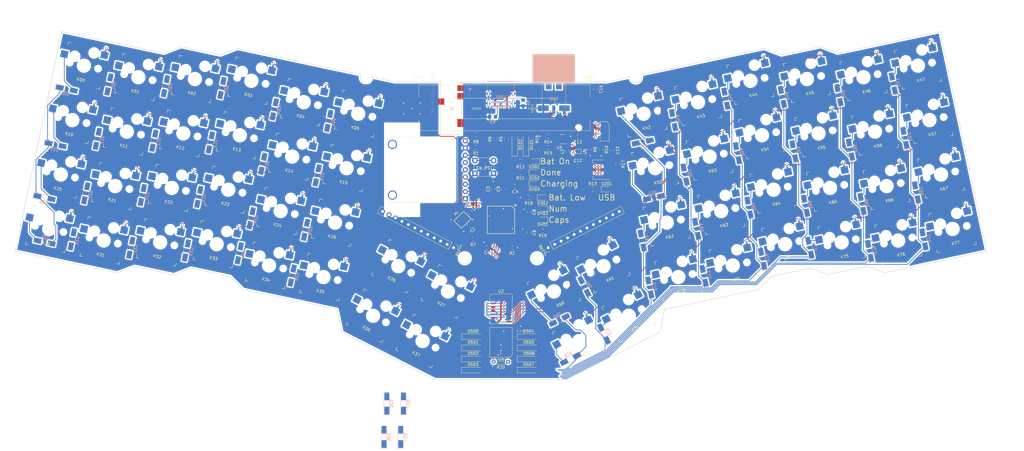
<source format=kicad_pcb>
(kicad_pcb (version 20171130) (host pcbnew "(5.1.4)-1")
  (layers (0 F.Cu signal) (31 B.Cu signal) (34 B.Paste user) (35 F.Paste user) (36 B.SilkS user) (37 F.SilkS user) (38 B.Mask user) (39 F.Mask user) (44 Edge.Cuts user))
  (net 0 "")
  (net 1 "Net-(C1-Pad1)")
  (net 2 "Net-(C2-Pad1)")
  (net 3 VCC)
  (net 4 /BMS/USB_V+)
  (net 5 /SwitchMatrix/Col7)
  (net 6 /SwitchMatrix/Col6)
  (net 7 /SwitchMatrix/Col5)
  (net 8 /SwitchMatrix/Col4)
  (net 9 /SwitchMatrix/Col3)
  (net 10 /SwitchMatrix/Col2)
  (net 11 /SwitchMatrix/Col1)
  (net 12 /SwitchMatrix/Col0)
  (net 13 "Net-(D10-Pad2)")
  (net 14 "Net-(D11-Pad2)")
  (net 15 "Net-(D12-Pad2)")
  (net 16 "Net-(D13-Pad2)")
  (net 17 "Net-(D14-Pad2)")
  (net 18 "Net-(D15-Pad2)")
  (net 19 "Net-(D20-Pad2)")
  (net 20 "Net-(D21-Pad2)")
  (net 21 "Net-(D22-Pad2)")
  (net 22 "Net-(D23-Pad2)")
  (net 23 "Net-(D24-Pad2)")
  (net 24 "Net-(D25-Pad2)")
  (net 25 "Net-(D26-Pad2)")
  (net 26 "Net-(D27-Pad2)")
  (net 27 "Net-(D30-Pad2)")
  (net 28 "Net-(D31-Pad2)")
  (net 29 "Net-(D32-Pad2)")
  (net 30 "Net-(D33-Pad2)")
  (net 31 "Net-(D34-Pad2)")
  (net 32 "Net-(D35-Pad2)")
  (net 33 "Net-(D36-Pad2)")
  (net 34 "Net-(D37-Pad2)")
  (net 35 "Net-(D42-Pad2)")
  (net 36 "Net-(D43-Pad2)")
  (net 37 "Net-(D44-Pad2)")
  (net 38 "Net-(D45-Pad2)")
  (net 39 "Net-(D46-Pad2)")
  (net 40 "Net-(D47-Pad2)")
  (net 41 "Net-(D52-Pad2)")
  (net 42 "Net-(D53-Pad2)")
  (net 43 "Net-(D54-Pad2)")
  (net 44 "Net-(D55-Pad2)")
  (net 45 "Net-(D56-Pad2)")
  (net 46 "Net-(D57-Pad2)")
  (net 47 "Net-(D60-Pad2)")
  (net 48 "Net-(D61-Pad2)")
  (net 49 "Net-(D62-Pad2)")
  (net 50 "Net-(D63-Pad2)")
  (net 51 "Net-(D64-Pad2)")
  (net 52 "Net-(D65-Pad2)")
  (net 53 "Net-(D66-Pad2)")
  (net 54 "Net-(D67-Pad2)")
  (net 55 "Net-(D70-Pad2)")
  (net 56 "Net-(D71-Pad2)")
  (net 57 "Net-(D72-Pad2)")
  (net 58 "Net-(D73-Pad2)")
  (net 59 "Net-(D74-Pad2)")
  (net 60 "Net-(D75-Pad2)")
  (net 61 "Net-(D76-Pad2)")
  (net 62 "Net-(D77-Pad2)")
  (net 63 "Net-(D101-Pad2)")
  (net 64 SCL)
  (net 65 SDA)
  (net 66 /SwitchMatrix/Row0)
  (net 67 /SwitchMatrix/Row1)
  (net 68 /SwitchMatrix/Row2)
  (net 69 /SwitchMatrix/Row3)
  (net 70 /SwitchMatrix/Row4)
  (net 71 /SwitchMatrix/Row5)
  (net 72 /SwitchMatrix/Row6)
  (net 73 /SwitchMatrix/Row7)
  (net 74 /RST)
  (net 75 "Net-(R2-Pad1)")
  (net 76 "Net-(R5-Pad1)")
  (net 77 "Net-(R6-Pad1)")
  (net 78 "Net-(R9-Pad1)")
  (net 79 "Net-(R10-Pad1)")
  (net 80 "Net-(R11-Pad2)")
  (net 81 "Net-(R12-Pad2)")
  (net 82 "Net-(R13-Pad2)")
  (net 83 "Net-(U1-Pad1)")
  (net 84 SS1)
  (net 85 SCK)
  (net 86 MOSI)
  (net 87 MISO)
  (net 88 /IRQ)
  (net 89 ColSelectA)
  (net 90 ColSelectB)
  (net 91 ColSelectC)
  (net 92 RowSelectC)
  (net 93 RowSelectB)
  (net 94 RowSelectA)
  (net 95 "Net-(U3-Pad6)")
  (net 96 /VbatMonitor)
  (net 97 "Net-(D201-Pad1)")
  (net 98 "Net-(D202-Pad1)")
  (net 99 "Net-(D203-Pad1)")
  (net 100 "Net-(D301-Pad1)")
  (net 101 "Net-(JP1-Pad6)")
  (net 102 "Net-(L1-Pad2)")
  (net 103 "Net-(R14-Pad2)")
  (net 104 "Net-(U5-Pad1)")
  (net 105 /BMS/Vcharge)
  (net 106 /BMS/5Vbat)
  (net 107 /UsbD+)
  (net 108 /UsbD-)
  (net 109 GND)
  (net 110 "Net-(R3-Pad2)")
  (net 111 "Net-(R4-Pad2)")
  (net 112 "Net-(USB1-PadB8)")
  (net 113 "Net-(USB1-PadA8)")
  (net 114 "Net-(D302-Pad1)")
  (net 115 "Net-(C9-Pad1)")
  (net 116 "Net-(Q1-Pad1)")
  (net 117 /CapsLock)
  (net 118 "Net-(D401-Pad1)")
  (net 119 /NumLock)
  (net 120 "Net-(D500-Pad2)")
  (net 121 ColEnable)
  (net 122 RowEnable)
  (net 123 "Net-(U1-Pad21)")
  (net 124 "Net-(U1-Pad22)")
  (net 125 ColValue)
  (net 126 "Net-(D00-Pad2)")
  (net 127 "Net-(D01-Pad2)")
  (net 128 "Net-(D02-Pad2)")
  (net 129 "Net-(D03-Pad2)")
  (net 130 "Net-(D04-Pad2)")
  (net 131 "Net-(D05-Pad2)")
  (net 132 /BatLow)
  (net 133 "Net-(U1-Pad20)")
  (net 134 "Net-(U1-Pad41)")
  (module Connector_PinHeader_2.54mm:PinHeader_1x12_P2.54mm_Vertical (layer F.Cu) (at 404.958715 217.58462 243)
    (fp_text reference REF** (at 0 -2.33 63) (layer F.SilkS))
    (fp_text value PinHeader_1x12_P2.54mm_Vertical)
    (pad 1 thru_hole rect (at 0 0 243) (size 1.7 1.7) (drill 1) (layers *.Cu *.Mask))
    (pad 2 thru_hole oval (at 0 2.54 243) (size 1.7 1.7) (drill 1) (layers *.Cu *.Mask))
    (pad 3 thru_hole oval (at 0 5.08 243) (size 1.7 1.7) (drill 1) (layers *.Cu *.Mask))
    (pad 4 thru_hole oval (at 0 7.62 243) (size 1.7 1.7) (drill 1) (layers *.Cu *.Mask))
    (pad 5 thru_hole oval (at 0 10.16 243) (size 1.7 1.7) (drill 1) (layers *.Cu *.Mask))
    (pad 6 thru_hole oval (at 0 12.7 243) (size 1.7 1.7) (drill 1) (layers *.Cu *.Mask))
    (pad 7 thru_hole oval (at 0 15.24 243) (size 1.7 1.7) (drill 1) (layers *.Cu *.Mask))
    (pad 8 thru_hole oval (at 0 17.78 243) (size 1.7 1.7) (drill 1) (layers *.Cu *.Mask))
    (pad 9 thru_hole oval (at 0 20.32 243) (size 1.7 1.7) (drill 1) (layers *.Cu *.Mask))
    (pad 10 thru_hole oval (at 0 22.86 243) (size 1.7 1.7) (drill 1) (layers *.Cu *.Mask))
    (pad 11 thru_hole oval (at 0 25.4 243) (size 1.7 1.7) (drill 1) (layers *.Cu *.Mask))
    (pad 12 thru_hole oval (at 0 27.94 243) (size 1.7 1.7) (drill 1) (layers *.Cu *.Mask))
  )
  (module Connector_PinHeader_2.54mm:PinHeader_1x12_P2.54mm_Vertical (layer F.Cu) (at 438.108715 217.58462 117)
    (fp_text reference REF** (at 0 -2.33 117) (layer F.SilkS))
    (fp_text value PinHeader_1x12_P2.54mm_Vertical)
    (pad 12 thru_hole oval (at 0 27.94 117) (size 1.7 1.7) (drill 1) (layers *.Cu *.Mask))
    (pad 11 thru_hole oval (at 0 25.4 117) (size 1.7 1.7) (drill 1) (layers *.Cu *.Mask))
    (pad 10 thru_hole oval (at 0 22.86 117) (size 1.7 1.7) (drill 1) (layers *.Cu *.Mask))
    (pad 9 thru_hole oval (at 0 20.32 117) (size 1.7 1.7) (drill 1) (layers *.Cu *.Mask))
    (pad 8 thru_hole oval (at 0 17.78 117) (size 1.7 1.7) (drill 1) (layers *.Cu *.Mask))
    (pad 7 thru_hole oval (at 0 15.24 117) (size 1.7 1.7) (drill 1) (layers *.Cu *.Mask))
    (pad 6 thru_hole oval (at 0 12.7 117) (size 1.7 1.7) (drill 1) (layers *.Cu *.Mask))
    (pad 5 thru_hole oval (at 0 10.16 117) (size 1.7 1.7) (drill 1) (layers *.Cu *.Mask))
    (pad 4 thru_hole oval (at 0 7.62 117) (size 1.7 1.7) (drill 1) (layers *.Cu *.Mask))
    (pad 3 thru_hole oval (at 0 5.08 117) (size 1.7 1.7) (drill 1) (layers *.Cu *.Mask))
    (pad 2 thru_hole oval (at 0 2.54 117) (size 1.7 1.7) (drill 1) (layers *.Cu *.Mask))
    (pad 1 thru_hole rect (at 0 0 117) (size 1.7 1.7) (drill 1) (layers *.Cu *.Mask))
  )
  (module SVastaCustomParts:D_MiniMELF_Handsoldering_Shorter_Pads (layer B.Cu) (at 442.008715 242.93462 207)
    (fp_text reference D60 (at 0 1.75 207) (layer B.SilkS) (effects (justify mirror)))
    (fp_text value D)
    (pad 2 smd rect (at 2.5 0 207) (size 2.7 1.7) (layers B.Cu B.Paste B.Mask) (net 47 "Net-(D60-Pad2)"))
    (pad 1 smd rect (at -2.5 0 207) (size 2.7 1.7) (layers B.Cu B.Paste B.Mask) (net 5 /SwitchMatrix/Col7))
  )
  (module SVastaCustomParts:D_MiniMELF_Handsoldering_Shorter_Pads (layer B.Cu) (at 475.158715 200.03462 192)
    (fp_text reference D52 (at 0 1.75 192) (layer B.SilkS) (effects (justify mirror)))
    (fp_text value D)
    (pad 2 smd rect (at 2.5 0 192) (size 2.7 1.7) (layers B.Cu B.Paste B.Mask) (net 41 "Net-(D52-Pad2)"))
    (pad 1 smd rect (at -2.5 0 192) (size 2.7 1.7) (layers B.Cu B.Paste B.Mask) (net 7 /SwitchMatrix/Col5))
  )
  (module SVastaCustomParts:Kailh_socket_via_on_pin_one (layer F.Cu) (at 579.793207 211.029301 12)
    (fp_text reference K77 (at 0 5.08 12) (layer F.SilkS))
    (fp_text value KEYSW)
    (pad 1 connect rect (at 6.35 -6.35 102) (size 3 0.6) (layers B.Cu B.Mask) (net 73 /SwitchMatrix/Row7))
    (pad 1 thru_hole circle (at 6.35 -7.62 102) (size 0.8 0.8) (drill 0.6) (layers *.Cu *.Mask) (net 73 /SwitchMatrix/Row7))
    (pad 2 smd rect (at -7.56 -2.54 12) (size 2.55 2.5) (layers B.Cu B.Paste B.Mask) (net 62 "Net-(D77-Pad2)"))
    (pad "" np_thru_hole circle (at -5.08 0 12) (size 1.7018 1.7018) (drill 1.7018) (layers *.Cu *.Mask))
    (pad "" np_thru_hole circle (at 5.08 0 12) (size 1.7018 1.7018) (drill 1.7018) (layers *.Cu *.Mask))
    (pad "" np_thru_hole circle (at 0 0 12) (size 3.9878 3.9878) (drill 3.9878) (layers *.Cu *.Mask))
    (pad "" np_thru_hole circle (at -3.81 -2.54 12) (size 3 3) (drill 3) (layers *.Cu *.Mask))
    (pad "" np_thru_hole circle (at 2.54 -5.08 12) (size 3 3) (drill 3) (layers *.Cu *.Mask))
    (pad 1 smd rect (at 6.29 -5.08 12) (size 2.55 2.5) (layers B.Cu B.Paste B.Mask) (net 73 /SwitchMatrix/Row7))
  )
  (module SVastaCustomParts:Kailh_socket_via_on_pin_one (layer F.Cu) (at 560.719329 215.083579 12)
    (fp_text reference K76 (at 0 5.08 12) (layer F.SilkS))
    (fp_text value KEYSW)
    (pad 1 connect rect (at 6.35 -6.35 102) (size 3 0.6) (layers B.Cu B.Mask) (net 73 /SwitchMatrix/Row7))
    (pad 1 thru_hole circle (at 6.35 -7.62 102) (size 0.8 0.8) (drill 0.6) (layers *.Cu *.Mask) (net 73 /SwitchMatrix/Row7))
    (pad 2 smd rect (at -7.56 -2.54 12) (size 2.55 2.5) (layers B.Cu B.Paste B.Mask) (net 61 "Net-(D76-Pad2)"))
    (pad "" np_thru_hole circle (at -5.08 0 12) (size 1.7018 1.7018) (drill 1.7018) (layers *.Cu *.Mask))
    (pad "" np_thru_hole circle (at 5.08 0 12) (size 1.7018 1.7018) (drill 1.7018) (layers *.Cu *.Mask))
    (pad "" np_thru_hole circle (at 0 0 12) (size 3.9878 3.9878) (drill 3.9878) (layers *.Cu *.Mask))
    (pad "" np_thru_hole circle (at -3.81 -2.54 12) (size 3 3) (drill 3) (layers *.Cu *.Mask))
    (pad "" np_thru_hole circle (at 2.54 -5.08 12) (size 3 3) (drill 3) (layers *.Cu *.Mask))
    (pad 1 smd rect (at 6.29 -5.08 12) (size 2.55 2.5) (layers B.Cu B.Paste B.Mask) (net 73 /SwitchMatrix/Row7))
  )
  (module SVastaCustomParts:Kailh_socket_via_on_pin_one (layer F.Cu) (at 540.91776 215.714341 12)
    (fp_text reference K75 (at 0 5.08 12) (layer F.SilkS))
    (fp_text value KEYSW)
    (pad 1 connect rect (at 6.35 -6.35 102) (size 3 0.6) (layers B.Cu B.Mask) (net 73 /SwitchMatrix/Row7))
    (pad 1 thru_hole circle (at 6.35 -7.62 102) (size 0.8 0.8) (drill 0.6) (layers *.Cu *.Mask) (net 73 /SwitchMatrix/Row7))
    (pad 2 smd rect (at -7.56 -2.54 12) (size 2.55 2.5) (layers B.Cu B.Paste B.Mask) (net 60 "Net-(D75-Pad2)"))
    (pad "" np_thru_hole circle (at -5.08 0 12) (size 1.7018 1.7018) (drill 1.7018) (layers *.Cu *.Mask))
    (pad "" np_thru_hole circle (at 5.08 0 12) (size 1.7018 1.7018) (drill 1.7018) (layers *.Cu *.Mask))
    (pad "" np_thru_hole circle (at 0 0 12) (size 3.9878 3.9878) (drill 3.9878) (layers *.Cu *.Mask))
    (pad "" np_thru_hole circle (at -3.81 -2.54 12) (size 3 3) (drill 3) (layers *.Cu *.Mask))
    (pad "" np_thru_hole circle (at 2.54 -5.08 12) (size 3 3) (drill 3) (layers *.Cu *.Mask))
    (pad 1 smd rect (at 6.29 -5.08 12) (size 2.55 2.5) (layers B.Cu B.Paste B.Mask) (net 73 /SwitchMatrix/Row7))
  )
  (module SVastaCustomParts:Kailh_socket_via_on_pin_one (layer F.Cu) (at 521.116191 216.345102 12)
    (fp_text reference K74 (at 0 5.08 12) (layer F.SilkS))
    (fp_text value KEYSW)
    (pad 1 connect rect (at 6.35 -6.35 102) (size 3 0.6) (layers B.Cu B.Mask) (net 73 /SwitchMatrix/Row7))
    (pad 1 thru_hole circle (at 6.35 -7.62 102) (size 0.8 0.8) (drill 0.6) (layers *.Cu *.Mask) (net 73 /SwitchMatrix/Row7))
    (pad 2 smd rect (at -7.56 -2.54 12) (size 2.55 2.5) (layers B.Cu B.Paste B.Mask) (net 59 "Net-(D74-Pad2)"))
    (pad "" np_thru_hole circle (at -5.08 0 12) (size 1.7018 1.7018) (drill 1.7018) (layers *.Cu *.Mask))
    (pad "" np_thru_hole circle (at 5.08 0 12) (size 1.7018 1.7018) (drill 1.7018) (layers *.Cu *.Mask))
    (pad "" np_thru_hole circle (at 0 0 12) (size 3.9878 3.9878) (drill 3.9878) (layers *.Cu *.Mask))
    (pad "" np_thru_hole circle (at -3.81 -2.54 12) (size 3 3) (drill 3) (layers *.Cu *.Mask))
    (pad "" np_thru_hole circle (at 2.54 -5.08 12) (size 3 3) (drill 3) (layers *.Cu *.Mask))
    (pad 1 smd rect (at 6.29 -5.08 12) (size 2.55 2.5) (layers B.Cu B.Paste B.Mask) (net 73 /SwitchMatrix/Row7))
  )
  (module SVastaCustomParts:Kailh_socket_via_on_pin_one (layer F.Cu) (at 502.770004 223.822896 12)
    (fp_text reference K73 (at 0 5.08 12) (layer F.SilkS))
    (fp_text value KEYSW)
    (pad 1 connect rect (at 6.35 -6.35 102) (size 3 0.6) (layers B.Cu B.Mask) (net 73 /SwitchMatrix/Row7))
    (pad 1 thru_hole circle (at 6.35 -7.62 102) (size 0.8 0.8) (drill 0.6) (layers *.Cu *.Mask) (net 73 /SwitchMatrix/Row7))
    (pad 2 smd rect (at -7.56 -2.54 12) (size 2.55 2.5) (layers B.Cu B.Paste B.Mask) (net 58 "Net-(D73-Pad2)"))
    (pad "" np_thru_hole circle (at -5.08 0 12) (size 1.7018 1.7018) (drill 1.7018) (layers *.Cu *.Mask))
    (pad "" np_thru_hole circle (at 5.08 0 12) (size 1.7018 1.7018) (drill 1.7018) (layers *.Cu *.Mask))
    (pad "" np_thru_hole circle (at 0 0 12) (size 3.9878 3.9878) (drill 3.9878) (layers *.Cu *.Mask))
    (pad "" np_thru_hole circle (at -3.81 -2.54 12) (size 3 3) (drill 3) (layers *.Cu *.Mask))
    (pad "" np_thru_hole circle (at 2.54 -5.08 12) (size 3 3) (drill 3) (layers *.Cu *.Mask))
    (pad 1 smd rect (at 6.29 -5.08 12) (size 2.55 2.5) (layers B.Cu B.Paste B.Mask) (net 73 /SwitchMatrix/Row7))
  )
  (module SVastaCustomParts:Kailh_socket_via_on_pin_one (layer F.Cu) (at 483.696125 227.877174 12)
    (fp_text reference K72 (at 0 5.08 12) (layer F.SilkS))
    (fp_text value KEYSW)
    (pad 1 connect rect (at 6.35 -6.35 102) (size 3 0.6) (layers B.Cu B.Mask) (net 73 /SwitchMatrix/Row7))
    (pad 1 thru_hole circle (at 6.35 -7.62 102) (size 0.8 0.8) (drill 0.6) (layers *.Cu *.Mask) (net 73 /SwitchMatrix/Row7))
    (pad 2 smd rect (at -7.56 -2.54 12) (size 2.55 2.5) (layers B.Cu B.Paste B.Mask) (net 57 "Net-(D72-Pad2)"))
    (pad "" np_thru_hole circle (at -5.08 0 12) (size 1.7018 1.7018) (drill 1.7018) (layers *.Cu *.Mask))
    (pad "" np_thru_hole circle (at 5.08 0 12) (size 1.7018 1.7018) (drill 1.7018) (layers *.Cu *.Mask))
    (pad "" np_thru_hole circle (at 0 0 12) (size 3.9878 3.9878) (drill 3.9878) (layers *.Cu *.Mask))
    (pad "" np_thru_hole circle (at -3.81 -2.54 12) (size 3 3) (drill 3) (layers *.Cu *.Mask))
    (pad "" np_thru_hole circle (at 2.54 -5.08 12) (size 3 3) (drill 3) (layers *.Cu *.Mask))
    (pad 1 smd rect (at 6.29 -5.08 12) (size 2.55 2.5) (layers B.Cu B.Paste B.Mask) (net 73 /SwitchMatrix/Row7))
  )
  (module SVastaCustomParts:Kailh_socket_via_on_pin_one (layer F.Cu) (at 466.336857 241.439412 27)
    (fp_text reference K71 (at 0 5.08 27) (layer F.SilkS))
    (fp_text value KEYSW)
    (pad 1 connect rect (at 6.35 -6.35 117) (size 3 0.6) (layers B.Cu B.Mask) (net 73 /SwitchMatrix/Row7))
    (pad 1 thru_hole circle (at 6.35 -7.62 117) (size 0.8 0.8) (drill 0.6) (layers *.Cu *.Mask) (net 73 /SwitchMatrix/Row7))
    (pad 2 smd rect (at -7.56 -2.54 27) (size 2.55 2.5) (layers B.Cu B.Paste B.Mask) (net 56 "Net-(D71-Pad2)"))
    (pad "" np_thru_hole circle (at -5.08 0 27) (size 1.7018 1.7018) (drill 1.7018) (layers *.Cu *.Mask))
    (pad "" np_thru_hole circle (at 5.08 0 27) (size 1.7018 1.7018) (drill 1.7018) (layers *.Cu *.Mask))
    (pad "" np_thru_hole circle (at 0 0 27) (size 3.9878 3.9878) (drill 3.9878) (layers *.Cu *.Mask))
    (pad "" np_thru_hole circle (at -3.81 -2.54 27) (size 3 3) (drill 3) (layers *.Cu *.Mask))
    (pad "" np_thru_hole circle (at 2.54 -5.08 27) (size 3 3) (drill 3) (layers *.Cu *.Mask))
    (pad 1 smd rect (at 6.29 -5.08 27) (size 2.55 2.5) (layers B.Cu B.Paste B.Mask) (net 73 /SwitchMatrix/Row7))
  )
  (module SVastaCustomParts:Kailh_socket_via_on_pin_one (layer F.Cu) (at 448.96223 250.292227 27)
    (fp_text reference K70 (at 0 5.08 27) (layer F.SilkS))
    (fp_text value KEYSW)
    (pad 1 connect rect (at 6.35 -6.35 117) (size 3 0.6) (layers B.Cu B.Mask) (net 73 /SwitchMatrix/Row7))
    (pad 1 thru_hole circle (at 6.35 -7.62 117) (size 0.8 0.8) (drill 0.6) (layers *.Cu *.Mask) (net 73 /SwitchMatrix/Row7))
    (pad 2 smd rect (at -7.56 -2.54 27) (size 2.55 2.5) (layers B.Cu B.Paste B.Mask) (net 55 "Net-(D70-Pad2)"))
    (pad "" np_thru_hole circle (at -5.08 0 27) (size 1.7018 1.7018) (drill 1.7018) (layers *.Cu *.Mask))
    (pad "" np_thru_hole circle (at 5.08 0 27) (size 1.7018 1.7018) (drill 1.7018) (layers *.Cu *.Mask))
    (pad "" np_thru_hole circle (at 0 0 27) (size 3.9878 3.9878) (drill 3.9878) (layers *.Cu *.Mask))
    (pad "" np_thru_hole circle (at -3.81 -2.54 27) (size 3 3) (drill 3) (layers *.Cu *.Mask))
    (pad "" np_thru_hole circle (at 2.54 -5.08 27) (size 3 3) (drill 3) (layers *.Cu *.Mask))
    (pad 1 smd rect (at 6.29 -5.08 27) (size 2.55 2.5) (layers B.Cu B.Paste B.Mask) (net 73 /SwitchMatrix/Row7))
  )
  (module SVastaCustomParts:Kailh_socket_via_on_pin_one (layer F.Cu) (at 575.738929 191.955423 12)
    (fp_text reference K67 (at 0 5.08 12) (layer F.SilkS))
    (fp_text value KEYSW)
    (pad 1 connect rect (at 6.35 -6.35 102) (size 3 0.6) (layers B.Cu B.Mask) (net 72 /SwitchMatrix/Row6))
    (pad 1 thru_hole circle (at 6.35 -7.62 102) (size 0.8 0.8) (drill 0.6) (layers *.Cu *.Mask) (net 72 /SwitchMatrix/Row6))
    (pad 2 smd rect (at -7.56 -2.54 12) (size 2.55 2.5) (layers B.Cu B.Paste B.Mask) (net 54 "Net-(D67-Pad2)"))
    (pad "" np_thru_hole circle (at -5.08 0 12) (size 1.7018 1.7018) (drill 1.7018) (layers *.Cu *.Mask))
    (pad "" np_thru_hole circle (at 5.08 0 12) (size 1.7018 1.7018) (drill 1.7018) (layers *.Cu *.Mask))
    (pad "" np_thru_hole circle (at 0 0 12) (size 3.9878 3.9878) (drill 3.9878) (layers *.Cu *.Mask))
    (pad "" np_thru_hole circle (at -3.81 -2.54 12) (size 3 3) (drill 3) (layers *.Cu *.Mask))
    (pad "" np_thru_hole circle (at 2.54 -5.08 12) (size 3 3) (drill 3) (layers *.Cu *.Mask))
    (pad 1 smd rect (at 6.29 -5.08 12) (size 2.55 2.5) (layers B.Cu B.Paste B.Mask) (net 72 /SwitchMatrix/Row6))
  )
  (module SVastaCustomParts:Kailh_socket_via_on_pin_one (layer F.Cu) (at 556.665051 196.009701 12)
    (fp_text reference K66 (at 0 5.08 12) (layer F.SilkS))
    (fp_text value KEYSW)
    (pad 1 connect rect (at 6.35 -6.35 102) (size 3 0.6) (layers B.Cu B.Mask) (net 72 /SwitchMatrix/Row6))
    (pad 1 thru_hole circle (at 6.35 -7.62 102) (size 0.8 0.8) (drill 0.6) (layers *.Cu *.Mask) (net 72 /SwitchMatrix/Row6))
    (pad 2 smd rect (at -7.56 -2.54 12) (size 2.55 2.5) (layers B.Cu B.Paste B.Mask) (net 53 "Net-(D66-Pad2)"))
    (pad "" np_thru_hole circle (at -5.08 0 12) (size 1.7018 1.7018) (drill 1.7018) (layers *.Cu *.Mask))
    (pad "" np_thru_hole circle (at 5.08 0 12) (size 1.7018 1.7018) (drill 1.7018) (layers *.Cu *.Mask))
    (pad "" np_thru_hole circle (at 0 0 12) (size 3.9878 3.9878) (drill 3.9878) (layers *.Cu *.Mask))
    (pad "" np_thru_hole circle (at -3.81 -2.54 12) (size 3 3) (drill 3) (layers *.Cu *.Mask))
    (pad "" np_thru_hole circle (at 2.54 -5.08 12) (size 3 3) (drill 3) (layers *.Cu *.Mask))
    (pad 1 smd rect (at 6.29 -5.08 12) (size 2.55 2.5) (layers B.Cu B.Paste B.Mask) (net 72 /SwitchMatrix/Row6))
  )
  (module SVastaCustomParts:Kailh_socket_via_on_pin_one (layer F.Cu) (at 536.863482 196.640462 12)
    (fp_text reference K65 (at 0 5.08 12) (layer F.SilkS))
    (fp_text value KEYSW)
    (pad 1 connect rect (at 6.35 -6.35 102) (size 3 0.6) (layers B.Cu B.Mask) (net 72 /SwitchMatrix/Row6))
    (pad 1 thru_hole circle (at 6.35 -7.62 102) (size 0.8 0.8) (drill 0.6) (layers *.Cu *.Mask) (net 72 /SwitchMatrix/Row6))
    (pad 2 smd rect (at -7.56 -2.54 12) (size 2.55 2.5) (layers B.Cu B.Paste B.Mask) (net 52 "Net-(D65-Pad2)"))
    (pad "" np_thru_hole circle (at -5.08 0 12) (size 1.7018 1.7018) (drill 1.7018) (layers *.Cu *.Mask))
    (pad "" np_thru_hole circle (at 5.08 0 12) (size 1.7018 1.7018) (drill 1.7018) (layers *.Cu *.Mask))
    (pad "" np_thru_hole circle (at 0 0 12) (size 3.9878 3.9878) (drill 3.9878) (layers *.Cu *.Mask))
    (pad "" np_thru_hole circle (at -3.81 -2.54 12) (size 3 3) (drill 3) (layers *.Cu *.Mask))
    (pad "" np_thru_hole circle (at 2.54 -5.08 12) (size 3 3) (drill 3) (layers *.Cu *.Mask))
    (pad 1 smd rect (at 6.29 -5.08 12) (size 2.55 2.5) (layers B.Cu B.Paste B.Mask) (net 72 /SwitchMatrix/Row6))
  )
  (module SVastaCustomParts:Kailh_socket_via_on_pin_one (layer F.Cu) (at 517.061913 197.271224 12)
    (fp_text reference K64 (at 0 5.08 12) (layer F.SilkS))
    (fp_text value KEYSW)
    (pad 1 connect rect (at 6.35 -6.35 102) (size 3 0.6) (layers B.Cu B.Mask) (net 72 /SwitchMatrix/Row6))
    (pad 1 thru_hole circle (at 6.35 -7.62 102) (size 0.8 0.8) (drill 0.6) (layers *.Cu *.Mask) (net 72 /SwitchMatrix/Row6))
    (pad 2 smd rect (at -7.56 -2.54 12) (size 2.55 2.5) (layers B.Cu B.Paste B.Mask) (net 51 "Net-(D64-Pad2)"))
    (pad "" np_thru_hole circle (at -5.08 0 12) (size 1.7018 1.7018) (drill 1.7018) (layers *.Cu *.Mask))
    (pad "" np_thru_hole circle (at 5.08 0 12) (size 1.7018 1.7018) (drill 1.7018) (layers *.Cu *.Mask))
    (pad "" np_thru_hole circle (at 0 0 12) (size 3.9878 3.9878) (drill 3.9878) (layers *.Cu *.Mask))
    (pad "" np_thru_hole circle (at -3.81 -2.54 12) (size 3 3) (drill 3) (layers *.Cu *.Mask))
    (pad "" np_thru_hole circle (at 2.54 -5.08 12) (size 3 3) (drill 3) (layers *.Cu *.Mask))
    (pad 1 smd rect (at 6.29 -5.08 12) (size 2.55 2.5) (layers B.Cu B.Paste B.Mask) (net 72 /SwitchMatrix/Row6))
  )
  (module SVastaCustomParts:Kailh_socket_via_on_pin_one (layer F.Cu) (at 498.715726 204.749018 12)
    (fp_text reference K63 (at 0 5.08 12) (layer F.SilkS))
    (fp_text value KEYSW)
    (pad 1 connect rect (at 6.35 -6.35 102) (size 3 0.6) (layers B.Cu B.Mask) (net 72 /SwitchMatrix/Row6))
    (pad 1 thru_hole circle (at 6.35 -7.62 102) (size 0.8 0.8) (drill 0.6) (layers *.Cu *.Mask) (net 72 /SwitchMatrix/Row6))
    (pad 2 smd rect (at -7.56 -2.54 12) (size 2.55 2.5) (layers B.Cu B.Paste B.Mask) (net 50 "Net-(D63-Pad2)"))
    (pad "" np_thru_hole circle (at -5.08 0 12) (size 1.7018 1.7018) (drill 1.7018) (layers *.Cu *.Mask))
    (pad "" np_thru_hole circle (at 5.08 0 12) (size 1.7018 1.7018) (drill 1.7018) (layers *.Cu *.Mask))
    (pad "" np_thru_hole circle (at 0 0 12) (size 3.9878 3.9878) (drill 3.9878) (layers *.Cu *.Mask))
    (pad "" np_thru_hole circle (at -3.81 -2.54 12) (size 3 3) (drill 3) (layers *.Cu *.Mask))
    (pad "" np_thru_hole circle (at 2.54 -5.08 12) (size 3 3) (drill 3) (layers *.Cu *.Mask))
    (pad 1 smd rect (at 6.29 -5.08 12) (size 2.55 2.5) (layers B.Cu B.Paste B.Mask) (net 72 /SwitchMatrix/Row6))
  )
  (module SVastaCustomParts:Kailh_socket_via_on_pin_one (layer F.Cu) (at 479.641847 208.803296 12)
    (fp_text reference K62 (at 0 5.08 12) (layer F.SilkS))
    (fp_text value KEYSW)
    (pad 1 connect rect (at 6.35 -6.35 102) (size 3 0.6) (layers B.Cu B.Mask) (net 72 /SwitchMatrix/Row6))
    (pad 1 thru_hole circle (at 6.35 -7.62 102) (size 0.8 0.8) (drill 0.6) (layers *.Cu *.Mask) (net 72 /SwitchMatrix/Row6))
    (pad 2 smd rect (at -7.56 -2.54 12) (size 2.55 2.5) (layers B.Cu B.Paste B.Mask) (net 49 "Net-(D62-Pad2)"))
    (pad "" np_thru_hole circle (at -5.08 0 12) (size 1.7018 1.7018) (drill 1.7018) (layers *.Cu *.Mask))
    (pad "" np_thru_hole circle (at 5.08 0 12) (size 1.7018 1.7018) (drill 1.7018) (layers *.Cu *.Mask))
    (pad "" np_thru_hole circle (at 0 0 12) (size 3.9878 3.9878) (drill 3.9878) (layers *.Cu *.Mask))
    (pad "" np_thru_hole circle (at -3.81 -2.54 12) (size 3 3) (drill 3) (layers *.Cu *.Mask))
    (pad "" np_thru_hole circle (at 2.54 -5.08 12) (size 3 3) (drill 3) (layers *.Cu *.Mask))
    (pad 1 smd rect (at 6.29 -5.08 12) (size 2.55 2.5) (layers B.Cu B.Paste B.Mask) (net 72 /SwitchMatrix/Row6))
  )
  (module SVastaCustomParts:Kailh_socket_via_on_pin_one (layer F.Cu) (at 457.484043 224.064785 27)
    (fp_text reference K61 (at 0 5.08 27) (layer F.SilkS))
    (fp_text value KEYSW)
    (pad 1 connect rect (at 6.35 -6.35 117) (size 3 0.6) (layers B.Cu B.Mask) (net 72 /SwitchMatrix/Row6))
    (pad 1 thru_hole circle (at 6.35 -7.62 117) (size 0.8 0.8) (drill 0.6) (layers *.Cu *.Mask) (net 72 /SwitchMatrix/Row6))
    (pad 2 smd rect (at -7.56 -2.54 27) (size 2.55 2.5) (layers B.Cu B.Paste B.Mask) (net 48 "Net-(D61-Pad2)"))
    (pad "" np_thru_hole circle (at -5.08 0 27) (size 1.7018 1.7018) (drill 1.7018) (layers *.Cu *.Mask))
    (pad "" np_thru_hole circle (at 5.08 0 27) (size 1.7018 1.7018) (drill 1.7018) (layers *.Cu *.Mask))
    (pad "" np_thru_hole circle (at 0 0 27) (size 3.9878 3.9878) (drill 3.9878) (layers *.Cu *.Mask))
    (pad "" np_thru_hole circle (at -3.81 -2.54 27) (size 3 3) (drill 3) (layers *.Cu *.Mask))
    (pad "" np_thru_hole circle (at 2.54 -5.08 27) (size 3 3) (drill 3) (layers *.Cu *.Mask))
    (pad 1 smd rect (at 6.29 -5.08 27) (size 2.55 2.5) (layers B.Cu B.Paste B.Mask) (net 72 /SwitchMatrix/Row6))
  )
  (module SVastaCustomParts:Kailh_socket_via_on_pin_one (layer F.Cu) (at 440.109416 232.9176 27)
    (fp_text reference K60 (at 0 5.08 27) (layer F.SilkS))
    (fp_text value KEYSW)
    (pad 1 connect rect (at 6.35 -6.35 117) (size 3 0.6) (layers B.Cu B.Mask) (net 72 /SwitchMatrix/Row6))
    (pad 1 thru_hole circle (at 6.35 -7.62 117) (size 0.8 0.8) (drill 0.6) (layers *.Cu *.Mask) (net 72 /SwitchMatrix/Row6))
    (pad 2 smd rect (at -7.56 -2.54 27) (size 2.55 2.5) (layers B.Cu B.Paste B.Mask) (net 47 "Net-(D60-Pad2)"))
    (pad "" np_thru_hole circle (at -5.08 0 27) (size 1.7018 1.7018) (drill 1.7018) (layers *.Cu *.Mask))
    (pad "" np_thru_hole circle (at 5.08 0 27) (size 1.7018 1.7018) (drill 1.7018) (layers *.Cu *.Mask))
    (pad "" np_thru_hole circle (at 0 0 27) (size 3.9878 3.9878) (drill 3.9878) (layers *.Cu *.Mask))
    (pad "" np_thru_hole circle (at -3.81 -2.54 27) (size 3 3) (drill 3) (layers *.Cu *.Mask))
    (pad "" np_thru_hole circle (at 2.54 -5.08 27) (size 3 3) (drill 3) (layers *.Cu *.Mask))
    (pad 1 smd rect (at 6.29 -5.08 27) (size 2.55 2.5) (layers B.Cu B.Paste B.Mask) (net 72 /SwitchMatrix/Row6))
  )
  (module SVastaCustomParts:Kailh_socket_via_on_pin_one (layer F.Cu) (at 571.684651 172.881545 12)
    (fp_text reference K57 (at 0 5.08 12) (layer F.SilkS))
    (fp_text value KEYSW)
    (pad 1 connect rect (at 6.35 -6.35 102) (size 3 0.6) (layers B.Cu B.Mask) (net 71 /SwitchMatrix/Row5))
    (pad 1 thru_hole circle (at 6.35 -7.62 102) (size 0.8 0.8) (drill 0.6) (layers *.Cu *.Mask) (net 71 /SwitchMatrix/Row5))
    (pad 2 smd rect (at -7.56 -2.54 12) (size 2.55 2.5) (layers B.Cu B.Paste B.Mask) (net 46 "Net-(D57-Pad2)"))
    (pad "" np_thru_hole circle (at -5.08 0 12) (size 1.7018 1.7018) (drill 1.7018) (layers *.Cu *.Mask))
    (pad "" np_thru_hole circle (at 5.08 0 12) (size 1.7018 1.7018) (drill 1.7018) (layers *.Cu *.Mask))
    (pad "" np_thru_hole circle (at 0 0 12) (size 3.9878 3.9878) (drill 3.9878) (layers *.Cu *.Mask))
    (pad "" np_thru_hole circle (at -3.81 -2.54 12) (size 3 3) (drill 3) (layers *.Cu *.Mask))
    (pad "" np_thru_hole circle (at 2.54 -5.08 12) (size 3 3) (drill 3) (layers *.Cu *.Mask))
    (pad 1 smd rect (at 6.29 -5.08 12) (size 2.55 2.5) (layers B.Cu B.Paste B.Mask) (net 71 /SwitchMatrix/Row5))
  )
  (module SVastaCustomParts:Kailh_socket_via_on_pin_one (layer F.Cu) (at 552.610773 176.935823 12)
    (fp_text reference K56 (at 0 5.08 12) (layer F.SilkS))
    (fp_text value KEYSW)
    (pad 1 connect rect (at 6.35 -6.35 102) (size 3 0.6) (layers B.Cu B.Mask) (net 71 /SwitchMatrix/Row5))
    (pad 1 thru_hole circle (at 6.35 -7.62 102) (size 0.8 0.8) (drill 0.6) (layers *.Cu *.Mask) (net 71 /SwitchMatrix/Row5))
    (pad 2 smd rect (at -7.56 -2.54 12) (size 2.55 2.5) (layers B.Cu B.Paste B.Mask) (net 45 "Net-(D56-Pad2)"))
    (pad "" np_thru_hole circle (at -5.08 0 12) (size 1.7018 1.7018) (drill 1.7018) (layers *.Cu *.Mask))
    (pad "" np_thru_hole circle (at 5.08 0 12) (size 1.7018 1.7018) (drill 1.7018) (layers *.Cu *.Mask))
    (pad "" np_thru_hole circle (at 0 0 12) (size 3.9878 3.9878) (drill 3.9878) (layers *.Cu *.Mask))
    (pad "" np_thru_hole circle (at -3.81 -2.54 12) (size 3 3) (drill 3) (layers *.Cu *.Mask))
    (pad "" np_thru_hole circle (at 2.54 -5.08 12) (size 3 3) (drill 3) (layers *.Cu *.Mask))
    (pad 1 smd rect (at 6.29 -5.08 12) (size 2.55 2.5) (layers B.Cu B.Paste B.Mask) (net 71 /SwitchMatrix/Row5))
  )
  (module SVastaCustomParts:Kailh_socket_via_on_pin_one (layer F.Cu) (at 532.809204 177.566584 12)
    (fp_text reference K55 (at 0 5.08 12) (layer F.SilkS))
    (fp_text value KEYSW)
    (pad 1 connect rect (at 6.35 -6.35 102) (size 3 0.6) (layers B.Cu B.Mask) (net 71 /SwitchMatrix/Row5))
    (pad 1 thru_hole circle (at 6.35 -7.62 102) (size 0.8 0.8) (drill 0.6) (layers *.Cu *.Mask) (net 71 /SwitchMatrix/Row5))
    (pad 2 smd rect (at -7.56 -2.54 12) (size 2.55 2.5) (layers B.Cu B.Paste B.Mask) (net 44 "Net-(D55-Pad2)"))
    (pad "" np_thru_hole circle (at -5.08 0 12) (size 1.7018 1.7018) (drill 1.7018) (layers *.Cu *.Mask))
    (pad "" np_thru_hole circle (at 5.08 0 12) (size 1.7018 1.7018) (drill 1.7018) (layers *.Cu *.Mask))
    (pad "" np_thru_hole circle (at 0 0 12) (size 3.9878 3.9878) (drill 3.9878) (layers *.Cu *.Mask))
    (pad "" np_thru_hole circle (at -3.81 -2.54 12) (size 3 3) (drill 3) (layers *.Cu *.Mask))
    (pad "" np_thru_hole circle (at 2.54 -5.08 12) (size 3 3) (drill 3) (layers *.Cu *.Mask))
    (pad 1 smd rect (at 6.29 -5.08 12) (size 2.55 2.5) (layers B.Cu B.Paste B.Mask) (net 71 /SwitchMatrix/Row5))
  )
  (module SVastaCustomParts:Kailh_socket_via_on_pin_one (layer F.Cu) (at 513.007635 178.197346 12)
    (fp_text reference K54 (at 0 5.08 12) (layer F.SilkS))
    (fp_text value KEYSW)
    (pad 1 connect rect (at 6.35 -6.35 102) (size 3 0.6) (layers B.Cu B.Mask) (net 71 /SwitchMatrix/Row5))
    (pad 1 thru_hole circle (at 6.35 -7.62 102) (size 0.8 0.8) (drill 0.6) (layers *.Cu *.Mask) (net 71 /SwitchMatrix/Row5))
    (pad 2 smd rect (at -7.56 -2.54 12) (size 2.55 2.5) (layers B.Cu B.Paste B.Mask) (net 43 "Net-(D54-Pad2)"))
    (pad "" np_thru_hole circle (at -5.08 0 12) (size 1.7018 1.7018) (drill 1.7018) (layers *.Cu *.Mask))
    (pad "" np_thru_hole circle (at 5.08 0 12) (size 1.7018 1.7018) (drill 1.7018) (layers *.Cu *.Mask))
    (pad "" np_thru_hole circle (at 0 0 12) (size 3.9878 3.9878) (drill 3.9878) (layers *.Cu *.Mask))
    (pad "" np_thru_hole circle (at -3.81 -2.54 12) (size 3 3) (drill 3) (layers *.Cu *.Mask))
    (pad "" np_thru_hole circle (at 2.54 -5.08 12) (size 3 3) (drill 3) (layers *.Cu *.Mask))
    (pad 1 smd rect (at 6.29 -5.08 12) (size 2.55 2.5) (layers B.Cu B.Paste B.Mask) (net 71 /SwitchMatrix/Row5))
  )
  (module SVastaCustomParts:Kailh_socket_via_on_pin_one (layer F.Cu) (at 494.661448 185.67514 12)
    (fp_text reference K53 (at 0 5.08 12) (layer F.SilkS))
    (fp_text value KEYSW)
    (pad 1 connect rect (at 6.35 -6.35 102) (size 3 0.6) (layers B.Cu B.Mask) (net 71 /SwitchMatrix/Row5))
    (pad 1 thru_hole circle (at 6.35 -7.62 102) (size 0.8 0.8) (drill 0.6) (layers *.Cu *.Mask) (net 71 /SwitchMatrix/Row5))
    (pad 2 smd rect (at -7.56 -2.54 12) (size 2.55 2.5) (layers B.Cu B.Paste B.Mask) (net 42 "Net-(D53-Pad2)"))
    (pad "" np_thru_hole circle (at -5.08 0 12) (size 1.7018 1.7018) (drill 1.7018) (layers *.Cu *.Mask))
    (pad "" np_thru_hole circle (at 5.08 0 12) (size 1.7018 1.7018) (drill 1.7018) (layers *.Cu *.Mask))
    (pad "" np_thru_hole circle (at 0 0 12) (size 3.9878 3.9878) (drill 3.9878) (layers *.Cu *.Mask))
    (pad "" np_thru_hole circle (at -3.81 -2.54 12) (size 3 3) (drill 3) (layers *.Cu *.Mask))
    (pad "" np_thru_hole circle (at 2.54 -5.08 12) (size 3 3) (drill 3) (layers *.Cu *.Mask))
    (pad 1 smd rect (at 6.29 -5.08 12) (size 2.55 2.5) (layers B.Cu B.Paste B.Mask) (net 71 /SwitchMatrix/Row5))
  )
  (module SVastaCustomParts:Kailh_socket_via_on_pin_one (layer F.Cu) (at 475.587569 189.729418 12)
    (fp_text reference K52 (at 0 5.08 12) (layer F.SilkS))
    (fp_text value KEYSW)
    (pad 1 connect rect (at 6.35 -6.35 102) (size 3 0.6) (layers B.Cu B.Mask) (net 71 /SwitchMatrix/Row5))
    (pad 1 thru_hole circle (at 6.35 -7.62 102) (size 0.8 0.8) (drill 0.6) (layers *.Cu *.Mask) (net 71 /SwitchMatrix/Row5))
    (pad 2 smd rect (at -7.56 -2.54 12) (size 2.55 2.5) (layers B.Cu B.Paste B.Mask) (net 41 "Net-(D52-Pad2)"))
    (pad "" np_thru_hole circle (at -5.08 0 12) (size 1.7018 1.7018) (drill 1.7018) (layers *.Cu *.Mask))
    (pad "" np_thru_hole circle (at 5.08 0 12) (size 1.7018 1.7018) (drill 1.7018) (layers *.Cu *.Mask))
    (pad "" np_thru_hole circle (at 0 0 12) (size 3.9878 3.9878) (drill 3.9878) (layers *.Cu *.Mask))
    (pad "" np_thru_hole circle (at -3.81 -2.54 12) (size 3 3) (drill 3) (layers *.Cu *.Mask))
    (pad "" np_thru_hole circle (at 2.54 -5.08 12) (size 3 3) (drill 3) (layers *.Cu *.Mask))
    (pad 1 smd rect (at 6.29 -5.08 12) (size 2.55 2.5) (layers B.Cu B.Paste B.Mask) (net 71 /SwitchMatrix/Row5))
  )
  (module SVastaCustomParts:Kailh_socket_via_on_pin_one (layer F.Cu) (at 567.630373 153.807667 12)
    (fp_text reference K47 (at 0 5.08 12) (layer F.SilkS))
    (fp_text value KEYSW)
    (pad 1 connect rect (at 6.35 -6.35 102) (size 3 0.6) (layers B.Cu B.Mask) (net 70 /SwitchMatrix/Row4))
    (pad 1 thru_hole circle (at 6.35 -7.62 102) (size 0.8 0.8) (drill 0.6) (layers *.Cu *.Mask) (net 70 /SwitchMatrix/Row4))
    (pad 2 smd rect (at -7.56 -2.54 12) (size 2.55 2.5) (layers B.Cu B.Paste B.Mask) (net 40 "Net-(D47-Pad2)"))
    (pad "" np_thru_hole circle (at -5.08 0 12) (size 1.7018 1.7018) (drill 1.7018) (layers *.Cu *.Mask))
    (pad "" np_thru_hole circle (at 5.08 0 12) (size 1.7018 1.7018) (drill 1.7018) (layers *.Cu *.Mask))
    (pad "" np_thru_hole circle (at 0 0 12) (size 3.9878 3.9878) (drill 3.9878) (layers *.Cu *.Mask))
    (pad "" np_thru_hole circle (at -3.81 -2.54 12) (size 3 3) (drill 3) (layers *.Cu *.Mask))
    (pad "" np_thru_hole circle (at 2.54 -5.08 12) (size 3 3) (drill 3) (layers *.Cu *.Mask))
    (pad 1 smd rect (at 6.29 -5.08 12) (size 2.55 2.5) (layers B.Cu B.Paste B.Mask) (net 70 /SwitchMatrix/Row4))
  )
  (module SVastaCustomParts:Kailh_socket_via_on_pin_one (layer F.Cu) (at 548.556495 157.861945 12)
    (fp_text reference K46 (at 0 5.08 12) (layer F.SilkS))
    (fp_text value KEYSW)
    (pad 1 connect rect (at 6.35 -6.35 102) (size 3 0.6) (layers B.Cu B.Mask) (net 70 /SwitchMatrix/Row4))
    (pad 1 thru_hole circle (at 6.35 -7.62 102) (size 0.8 0.8) (drill 0.6) (layers *.Cu *.Mask) (net 70 /SwitchMatrix/Row4))
    (pad 2 smd rect (at -7.56 -2.54 12) (size 2.55 2.5) (layers B.Cu B.Paste B.Mask) (net 39 "Net-(D46-Pad2)"))
    (pad "" np_thru_hole circle (at -5.08 0 12) (size 1.7018 1.7018) (drill 1.7018) (layers *.Cu *.Mask))
    (pad "" np_thru_hole circle (at 5.08 0 12) (size 1.7018 1.7018) (drill 1.7018) (layers *.Cu *.Mask))
    (pad "" np_thru_hole circle (at 0 0 12) (size 3.9878 3.9878) (drill 3.9878) (layers *.Cu *.Mask))
    (pad "" np_thru_hole circle (at -3.81 -2.54 12) (size 3 3) (drill 3) (layers *.Cu *.Mask))
    (pad "" np_thru_hole circle (at 2.54 -5.08 12) (size 3 3) (drill 3) (layers *.Cu *.Mask))
    (pad 1 smd rect (at 6.29 -5.08 12) (size 2.55 2.5) (layers B.Cu B.Paste B.Mask) (net 70 /SwitchMatrix/Row4))
  )
  (module SVastaCustomParts:Kailh_socket_via_on_pin_one (layer F.Cu) (at 528.754926 158.492706 12)
    (fp_text reference K45 (at 0 5.08 12) (layer F.SilkS))
    (fp_text value KEYSW)
    (pad 1 connect rect (at 6.35 -6.35 102) (size 3 0.6) (layers B.Cu B.Mask) (net 70 /SwitchMatrix/Row4))
    (pad 1 thru_hole circle (at 6.35 -7.62 102) (size 0.8 0.8) (drill 0.6) (layers *.Cu *.Mask) (net 70 /SwitchMatrix/Row4))
    (pad 2 smd rect (at -7.56 -2.54 12) (size 2.55 2.5) (layers B.Cu B.Paste B.Mask) (net 38 "Net-(D45-Pad2)"))
    (pad "" np_thru_hole circle (at -5.08 0 12) (size 1.7018 1.7018) (drill 1.7018) (layers *.Cu *.Mask))
    (pad "" np_thru_hole circle (at 5.08 0 12) (size 1.7018 1.7018) (drill 1.7018) (layers *.Cu *.Mask))
    (pad "" np_thru_hole circle (at 0 0 12) (size 3.9878 3.9878) (drill 3.9878) (layers *.Cu *.Mask))
    (pad "" np_thru_hole circle (at -3.81 -2.54 12) (size 3 3) (drill 3) (layers *.Cu *.Mask))
    (pad "" np_thru_hole circle (at 2.54 -5.08 12) (size 3 3) (drill 3) (layers *.Cu *.Mask))
    (pad 1 smd rect (at 6.29 -5.08 12) (size 2.55 2.5) (layers B.Cu B.Paste B.Mask) (net 70 /SwitchMatrix/Row4))
  )
  (module SVastaCustomParts:Kailh_socket_via_on_pin_one (layer F.Cu) (at 508.953357 159.123467 12)
    (fp_text reference K44 (at 0 5.08 12) (layer F.SilkS))
    (fp_text value KEYSW)
    (pad 1 connect rect (at 6.35 -6.35 102) (size 3 0.6) (layers B.Cu B.Mask) (net 70 /SwitchMatrix/Row4))
    (pad 1 thru_hole circle (at 6.35 -7.62 102) (size 0.8 0.8) (drill 0.6) (layers *.Cu *.Mask) (net 70 /SwitchMatrix/Row4))
    (pad 2 smd rect (at -7.56 -2.54 12) (size 2.55 2.5) (layers B.Cu B.Paste B.Mask) (net 37 "Net-(D44-Pad2)"))
    (pad "" np_thru_hole circle (at -5.08 0 12) (size 1.7018 1.7018) (drill 1.7018) (layers *.Cu *.Mask))
    (pad "" np_thru_hole circle (at 5.08 0 12) (size 1.7018 1.7018) (drill 1.7018) (layers *.Cu *.Mask))
    (pad "" np_thru_hole circle (at 0 0 12) (size 3.9878 3.9878) (drill 3.9878) (layers *.Cu *.Mask))
    (pad "" np_thru_hole circle (at -3.81 -2.54 12) (size 3 3) (drill 3) (layers *.Cu *.Mask))
    (pad "" np_thru_hole circle (at 2.54 -5.08 12) (size 3 3) (drill 3) (layers *.Cu *.Mask))
    (pad 1 smd rect (at 6.29 -5.08 12) (size 2.55 2.5) (layers B.Cu B.Paste B.Mask) (net 70 /SwitchMatrix/Row4))
  )
  (module SVastaCustomParts:Kailh_socket_via_on_pin_one (layer F.Cu) (at 490.60717 166.601262 12)
    (fp_text reference K43 (at 0 5.08 12) (layer F.SilkS))
    (fp_text value KEYSW)
    (pad 1 connect rect (at 6.35 -6.35 102) (size 3 0.6) (layers B.Cu B.Mask) (net 70 /SwitchMatrix/Row4))
    (pad 1 thru_hole circle (at 6.35 -7.62 102) (size 0.8 0.8) (drill 0.6) (layers *.Cu *.Mask) (net 70 /SwitchMatrix/Row4))
    (pad 2 smd rect (at -7.56 -2.54 12) (size 2.55 2.5) (layers B.Cu B.Paste B.Mask) (net 36 "Net-(D43-Pad2)"))
    (pad "" np_thru_hole circle (at -5.08 0 12) (size 1.7018 1.7018) (drill 1.7018) (layers *.Cu *.Mask))
    (pad "" np_thru_hole circle (at 5.08 0 12) (size 1.7018 1.7018) (drill 1.7018) (layers *.Cu *.Mask))
    (pad "" np_thru_hole circle (at 0 0 12) (size 3.9878 3.9878) (drill 3.9878) (layers *.Cu *.Mask))
    (pad "" np_thru_hole circle (at -3.81 -2.54 12) (size 3 3) (drill 3) (layers *.Cu *.Mask))
    (pad "" np_thru_hole circle (at 2.54 -5.08 12) (size 3 3) (drill 3) (layers *.Cu *.Mask))
    (pad 1 smd rect (at 6.29 -5.08 12) (size 2.55 2.5) (layers B.Cu B.Paste B.Mask) (net 70 /SwitchMatrix/Row4))
  )
  (module SVastaCustomParts:Kailh_socket_via_on_pin_one (layer F.Cu) (at 471.533291 170.65554 12)
    (fp_text reference K42 (at 0 5.08 12) (layer F.SilkS))
    (fp_text value KEYSW)
    (pad 1 connect rect (at 6.35 -6.35 102) (size 3 0.6) (layers B.Cu B.Mask) (net 70 /SwitchMatrix/Row4))
    (pad 1 thru_hole circle (at 6.35 -7.62 102) (size 0.8 0.8) (drill 0.6) (layers *.Cu *.Mask) (net 70 /SwitchMatrix/Row4))
    (pad 2 smd rect (at -7.56 -2.54 12) (size 2.55 2.5) (layers B.Cu B.Paste B.Mask) (net 35 "Net-(D42-Pad2)"))
    (pad "" np_thru_hole circle (at -5.08 0 12) (size 1.7018 1.7018) (drill 1.7018) (layers *.Cu *.Mask))
    (pad "" np_thru_hole circle (at 5.08 0 12) (size 1.7018 1.7018) (drill 1.7018) (layers *.Cu *.Mask))
    (pad "" np_thru_hole circle (at 0 0 12) (size 3.9878 3.9878) (drill 3.9878) (layers *.Cu *.Mask))
    (pad "" np_thru_hole circle (at -3.81 -2.54 12) (size 3 3) (drill 3) (layers *.Cu *.Mask))
    (pad "" np_thru_hole circle (at 2.54 -5.08 12) (size 3 3) (drill 3) (layers *.Cu *.Mask))
    (pad 1 smd rect (at 6.29 -5.08 12) (size 2.55 2.5) (layers B.Cu B.Paste B.Mask) (net 70 /SwitchMatrix/Row4))
  )
  (module SVastaCustomParts:Kailh_socket_via_on_pin_one (layer F.Cu) (at 394.104353 250.292227 333)
    (fp_text reference K37 (at 0 5.08 153) (layer F.SilkS))
    (fp_text value KEYSW)
    (pad 1 connect rect (at 6.35 -6.35 63) (size 3 0.6) (layers B.Cu B.Mask) (net 69 /SwitchMatrix/Row3))
    (pad 1 thru_hole circle (at 6.35 -7.62 63) (size 0.8 0.8) (drill 0.6) (layers *.Cu *.Mask) (net 69 /SwitchMatrix/Row3))
    (pad 2 smd rect (at -7.56 -2.54 333) (size 2.55 2.5) (layers B.Cu B.Paste B.Mask) (net 34 "Net-(D37-Pad2)"))
    (pad "" np_thru_hole circle (at -5.08 0 333) (size 1.7018 1.7018) (drill 1.7018) (layers *.Cu *.Mask))
    (pad "" np_thru_hole circle (at 5.08 0 333) (size 1.7018 1.7018) (drill 1.7018) (layers *.Cu *.Mask))
    (pad "" np_thru_hole circle (at 0 0 333) (size 3.9878 3.9878) (drill 3.9878) (layers *.Cu *.Mask))
    (pad "" np_thru_hole circle (at -3.81 -2.54 333) (size 3 3) (drill 3) (layers *.Cu *.Mask))
    (pad "" np_thru_hole circle (at 2.54 -5.08 333) (size 3 3) (drill 3) (layers *.Cu *.Mask))
    (pad 1 smd rect (at 6.29 -5.08 333) (size 2.55 2.5) (layers B.Cu B.Paste B.Mask) (net 69 /SwitchMatrix/Row3))
  )
  (module SVastaCustomParts:Kailh_socket_via_on_pin_one (layer F.Cu) (at 376.729725 241.439412 333)
    (fp_text reference K36 (at 0 5.08 153) (layer F.SilkS))
    (fp_text value KEYSW)
    (pad 1 connect rect (at 6.35 -6.35 63) (size 3 0.6) (layers B.Cu B.Mask) (net 69 /SwitchMatrix/Row3))
    (pad 1 thru_hole circle (at 6.35 -7.62 63) (size 0.8 0.8) (drill 0.6) (layers *.Cu *.Mask) (net 69 /SwitchMatrix/Row3))
    (pad 2 smd rect (at -7.56 -2.54 333) (size 2.55 2.5) (layers B.Cu B.Paste B.Mask) (net 33 "Net-(D36-Pad2)"))
    (pad "" np_thru_hole circle (at -5.08 0 333) (size 1.7018 1.7018) (drill 1.7018) (layers *.Cu *.Mask))
    (pad "" np_thru_hole circle (at 5.08 0 333) (size 1.7018 1.7018) (drill 1.7018) (layers *.Cu *.Mask))
    (pad "" np_thru_hole circle (at 0 0 333) (size 3.9878 3.9878) (drill 3.9878) (layers *.Cu *.Mask))
    (pad "" np_thru_hole circle (at -3.81 -2.54 333) (size 3 3) (drill 3) (layers *.Cu *.Mask))
    (pad "" np_thru_hole circle (at 2.54 -5.08 333) (size 3 3) (drill 3) (layers *.Cu *.Mask))
    (pad 1 smd rect (at 6.29 -5.08 333) (size 2.55 2.5) (layers B.Cu B.Paste B.Mask) (net 69 /SwitchMatrix/Row3))
  )
  (module SVastaCustomParts:Kailh_socket_via_on_pin_one (layer F.Cu) (at 359.370457 227.877174 348)
    (fp_text reference K35 (at 0 5.08 168) (layer F.SilkS))
    (fp_text value KEYSW)
    (pad 1 connect rect (at 6.35 -6.35 78) (size 3 0.6) (layers B.Cu B.Mask) (net 69 /SwitchMatrix/Row3))
    (pad 1 thru_hole circle (at 6.35 -7.62 78) (size 0.8 0.8) (drill 0.6) (layers *.Cu *.Mask) (net 69 /SwitchMatrix/Row3))
    (pad 2 smd rect (at -7.56 -2.54 348) (size 2.55 2.5) (layers B.Cu B.Paste B.Mask) (net 32 "Net-(D35-Pad2)"))
    (pad "" np_thru_hole circle (at -5.08 0 348) (size 1.7018 1.7018) (drill 1.7018) (layers *.Cu *.Mask))
    (pad "" np_thru_hole circle (at 5.08 0 348) (size 1.7018 1.7018) (drill 1.7018) (layers *.Cu *.Mask))
    (pad "" np_thru_hole circle (at 0 0 348) (size 3.9878 3.9878) (drill 3.9878) (layers *.Cu *.Mask))
    (pad "" np_thru_hole circle (at -3.81 -2.54 348) (size 3 3) (drill 3) (layers *.Cu *.Mask))
    (pad "" np_thru_hole circle (at 2.54 -5.08 348) (size 3 3) (drill 3) (layers *.Cu *.Mask))
    (pad 1 smd rect (at 6.29 -5.08 348) (size 2.55 2.5) (layers B.Cu B.Paste B.Mask) (net 69 /SwitchMatrix/Row3))
  )
  (module SVastaCustomParts:Kailh_socket_via_on_pin_one (layer F.Cu) (at 340.296579 223.822896 348)
    (fp_text reference K34 (at 0 5.08 168) (layer F.SilkS))
    (fp_text value KEYSW)
    (pad 1 connect rect (at 6.35 -6.35 78) (size 3 0.6) (layers B.Cu B.Mask) (net 69 /SwitchMatrix/Row3))
    (pad 1 thru_hole circle (at 6.35 -7.62 78) (size 0.8 0.8) (drill 0.6) (layers *.Cu *.Mask) (net 69 /SwitchMatrix/Row3))
    (pad 2 smd rect (at -7.56 -2.54 348) (size 2.55 2.5) (layers B.Cu B.Paste B.Mask) (net 31 "Net-(D34-Pad2)"))
    (pad "" np_thru_hole circle (at -5.08 0 348) (size 1.7018 1.7018) (drill 1.7018) (layers *.Cu *.Mask))
    (pad "" np_thru_hole circle (at 5.08 0 348) (size 1.7018 1.7018) (drill 1.7018) (layers *.Cu *.Mask))
    (pad "" np_thru_hole circle (at 0 0 348) (size 3.9878 3.9878) (drill 3.9878) (layers *.Cu *.Mask))
    (pad "" np_thru_hole circle (at -3.81 -2.54 348) (size 3 3) (drill 3) (layers *.Cu *.Mask))
    (pad "" np_thru_hole circle (at 2.54 -5.08 348) (size 3 3) (drill 3) (layers *.Cu *.Mask))
    (pad 1 smd rect (at 6.29 -5.08 348) (size 2.55 2.5) (layers B.Cu B.Paste B.Mask) (net 69 /SwitchMatrix/Row3))
  )
  (module SVastaCustomParts:Kailh_socket_via_on_pin_one (layer F.Cu) (at 321.950392 216.345102 348)
    (fp_text reference K33 (at 0 5.08 168) (layer F.SilkS))
    (fp_text value KEYSW)
    (pad 1 connect rect (at 6.35 -6.35 78) (size 3 0.6) (layers B.Cu B.Mask) (net 69 /SwitchMatrix/Row3))
    (pad 1 thru_hole circle (at 6.35 -7.62 78) (size 0.8 0.8) (drill 0.6) (layers *.Cu *.Mask) (net 69 /SwitchMatrix/Row3))
    (pad 2 smd rect (at -7.56 -2.54 348) (size 2.55 2.5) (layers B.Cu B.Paste B.Mask) (net 30 "Net-(D33-Pad2)"))
    (pad "" np_thru_hole circle (at -5.08 0 348) (size 1.7018 1.7018) (drill 1.7018) (layers *.Cu *.Mask))
    (pad "" np_thru_hole circle (at 5.08 0 348) (size 1.7018 1.7018) (drill 1.7018) (layers *.Cu *.Mask))
    (pad "" np_thru_hole circle (at 0 0 348) (size 3.9878 3.9878) (drill 3.9878) (layers *.Cu *.Mask))
    (pad "" np_thru_hole circle (at -3.81 -2.54 348) (size 3 3) (drill 3) (layers *.Cu *.Mask))
    (pad "" np_thru_hole circle (at 2.54 -5.08 348) (size 3 3) (drill 3) (layers *.Cu *.Mask))
    (pad 1 smd rect (at 6.29 -5.08 348) (size 2.55 2.5) (layers B.Cu B.Paste B.Mask) (net 69 /SwitchMatrix/Row3))
  )
  (module SVastaCustomParts:Kailh_socket_via_on_pin_one (layer F.Cu) (at 302.148823 215.714341 348)
    (fp_text reference K32 (at 0 5.08 168) (layer F.SilkS))
    (fp_text value KEYSW)
    (pad 1 connect rect (at 6.35 -6.35 78) (size 3 0.6) (layers B.Cu B.Mask) (net 69 /SwitchMatrix/Row3))
    (pad 1 thru_hole circle (at 6.35 -7.62 78) (size 0.8 0.8) (drill 0.6) (layers *.Cu *.Mask) (net 69 /SwitchMatrix/Row3))
    (pad 2 smd rect (at -7.56 -2.54 348) (size 2.55 2.5) (layers B.Cu B.Paste B.Mask) (net 29 "Net-(D32-Pad2)"))
    (pad "" np_thru_hole circle (at -5.08 0 348) (size 1.7018 1.7018) (drill 1.7018) (layers *.Cu *.Mask))
    (pad "" np_thru_hole circle (at 5.08 0 348) (size 1.7018 1.7018) (drill 1.7018) (layers *.Cu *.Mask))
    (pad "" np_thru_hole circle (at 0 0 348) (size 3.9878 3.9878) (drill 3.9878) (layers *.Cu *.Mask))
    (pad "" np_thru_hole circle (at -3.81 -2.54 348) (size 3 3) (drill 3) (layers *.Cu *.Mask))
    (pad "" np_thru_hole circle (at 2.54 -5.08 348) (size 3 3) (drill 3) (layers *.Cu *.Mask))
    (pad 1 smd rect (at 6.29 -5.08 348) (size 2.55 2.5) (layers B.Cu B.Paste B.Mask) (net 69 /SwitchMatrix/Row3))
  )
  (module SVastaCustomParts:Kailh_socket_via_on_pin_one (layer F.Cu) (at 282.347254 215.083579 348)
    (fp_text reference K31 (at 0 5.08 168) (layer F.SilkS))
    (fp_text value KEYSW)
    (pad 1 connect rect (at 6.35 -6.35 78) (size 3 0.6) (layers B.Cu B.Mask) (net 69 /SwitchMatrix/Row3))
    (pad 1 thru_hole circle (at 6.35 -7.62 78) (size 0.8 0.8) (drill 0.6) (layers *.Cu *.Mask) (net 69 /SwitchMatrix/Row3))
    (pad 2 smd rect (at -7.56 -2.54 348) (size 2.55 2.5) (layers B.Cu B.Paste B.Mask) (net 28 "Net-(D31-Pad2)"))
    (pad "" np_thru_hole circle (at -5.08 0 348) (size 1.7018 1.7018) (drill 1.7018) (layers *.Cu *.Mask))
    (pad "" np_thru_hole circle (at 5.08 0 348) (size 1.7018 1.7018) (drill 1.7018) (layers *.Cu *.Mask))
    (pad "" np_thru_hole circle (at 0 0 348) (size 3.9878 3.9878) (drill 3.9878) (layers *.Cu *.Mask))
    (pad "" np_thru_hole circle (at -3.81 -2.54 348) (size 3 3) (drill 3) (layers *.Cu *.Mask))
    (pad "" np_thru_hole circle (at 2.54 -5.08 348) (size 3 3) (drill 3) (layers *.Cu *.Mask))
    (pad 1 smd rect (at 6.29 -5.08 348) (size 2.55 2.5) (layers B.Cu B.Paste B.Mask) (net 69 /SwitchMatrix/Row3))
  )
  (module SVastaCustomParts:Kailh_socket_via_on_pin_one (layer F.Cu) (at 263.273376 211.029301 348)
    (fp_text reference K30 (at 0 5.08 168) (layer F.SilkS))
    (fp_text value KEYSW)
    (pad 1 connect rect (at 6.35 -6.35 78) (size 3 0.6) (layers B.Cu B.Mask) (net 69 /SwitchMatrix/Row3))
    (pad 1 thru_hole circle (at 6.35 -7.62 78) (size 0.8 0.8) (drill 0.6) (layers *.Cu *.Mask) (net 69 /SwitchMatrix/Row3))
    (pad 2 smd rect (at -7.56 -2.54 348) (size 2.55 2.5) (layers B.Cu B.Paste B.Mask) (net 27 "Net-(D30-Pad2)"))
    (pad "" np_thru_hole circle (at -5.08 0 348) (size 1.7018 1.7018) (drill 1.7018) (layers *.Cu *.Mask))
    (pad "" np_thru_hole circle (at 5.08 0 348) (size 1.7018 1.7018) (drill 1.7018) (layers *.Cu *.Mask))
    (pad "" np_thru_hole circle (at 0 0 348) (size 3.9878 3.9878) (drill 3.9878) (layers *.Cu *.Mask))
    (pad "" np_thru_hole circle (at -3.81 -2.54 348) (size 3 3) (drill 3) (layers *.Cu *.Mask))
    (pad "" np_thru_hole circle (at 2.54 -5.08 348) (size 3 3) (drill 3) (layers *.Cu *.Mask))
    (pad 1 smd rect (at 6.29 -5.08 348) (size 2.55 2.5) (layers B.Cu B.Paste B.Mask) (net 69 /SwitchMatrix/Row3))
  )
  (module SVastaCustomParts:Kailh_socket_via_on_pin_one (layer F.Cu) (at 402.957167 232.9176 333)
    (fp_text reference K27 (at 0 5.08 153) (layer F.SilkS))
    (fp_text value KEYSW)
    (pad 1 connect rect (at 6.35 -6.35 63) (size 3 0.6) (layers B.Cu B.Mask) (net 68 /SwitchMatrix/Row2))
    (pad 1 thru_hole circle (at 6.35 -7.62 63) (size 0.8 0.8) (drill 0.6) (layers *.Cu *.Mask) (net 68 /SwitchMatrix/Row2))
    (pad 2 smd rect (at -7.56 -2.54 333) (size 2.55 2.5) (layers B.Cu B.Paste B.Mask) (net 26 "Net-(D27-Pad2)"))
    (pad "" np_thru_hole circle (at -5.08 0 333) (size 1.7018 1.7018) (drill 1.7018) (layers *.Cu *.Mask))
    (pad "" np_thru_hole circle (at 5.08 0 333) (size 1.7018 1.7018) (drill 1.7018) (layers *.Cu *.Mask))
    (pad "" np_thru_hole circle (at 0 0 333) (size 3.9878 3.9878) (drill 3.9878) (layers *.Cu *.Mask))
    (pad "" np_thru_hole circle (at -3.81 -2.54 333) (size 3 3) (drill 3) (layers *.Cu *.Mask))
    (pad "" np_thru_hole circle (at 2.54 -5.08 333) (size 3 3) (drill 3) (layers *.Cu *.Mask))
    (pad 1 smd rect (at 6.29 -5.08 333) (size 2.55 2.5) (layers B.Cu B.Paste B.Mask) (net 68 /SwitchMatrix/Row2))
  )
  (module SVastaCustomParts:Kailh_socket_via_on_pin_one (layer F.Cu) (at 385.58254 224.064785 333)
    (fp_text reference K26 (at 0 5.08 153) (layer F.SilkS))
    (fp_text value KEYSW)
    (pad 1 connect rect (at 6.35 -6.35 63) (size 3 0.6) (layers B.Cu B.Mask) (net 68 /SwitchMatrix/Row2))
    (pad 1 thru_hole circle (at 6.35 -7.62 63) (size 0.8 0.8) (drill 0.6) (layers *.Cu *.Mask) (net 68 /SwitchMatrix/Row2))
    (pad 2 smd rect (at -7.56 -2.54 333) (size 2.55 2.5) (layers B.Cu B.Paste B.Mask) (net 25 "Net-(D26-Pad2)"))
    (pad "" np_thru_hole circle (at -5.08 0 333) (size 1.7018 1.7018) (drill 1.7018) (layers *.Cu *.Mask))
    (pad "" np_thru_hole circle (at 5.08 0 333) (size 1.7018 1.7018) (drill 1.7018) (layers *.Cu *.Mask))
    (pad "" np_thru_hole circle (at 0 0 333) (size 3.9878 3.9878) (drill 3.9878) (layers *.Cu *.Mask))
    (pad "" np_thru_hole circle (at -3.81 -2.54 333) (size 3 3) (drill 3) (layers *.Cu *.Mask))
    (pad "" np_thru_hole circle (at 2.54 -5.08 333) (size 3 3) (drill 3) (layers *.Cu *.Mask))
    (pad 1 smd rect (at 6.29 -5.08 333) (size 2.55 2.5) (layers B.Cu B.Paste B.Mask) (net 68 /SwitchMatrix/Row2))
  )
  (module SVastaCustomParts:Kailh_socket_via_on_pin_one (layer F.Cu) (at 363.424735 208.803296 348)
    (fp_text reference K25 (at 0 5.08 168) (layer F.SilkS))
    (fp_text value KEYSW)
    (pad 1 connect rect (at 6.35 -6.35 78) (size 3 0.6) (layers B.Cu B.Mask) (net 68 /SwitchMatrix/Row2))
    (pad 1 thru_hole circle (at 6.35 -7.62 78) (size 0.8 0.8) (drill 0.6) (layers *.Cu *.Mask) (net 68 /SwitchMatrix/Row2))
    (pad 2 smd rect (at -7.56 -2.54 348) (size 2.55 2.5) (layers B.Cu B.Paste B.Mask) (net 24 "Net-(D25-Pad2)"))
    (pad "" np_thru_hole circle (at -5.08 0 348) (size 1.7018 1.7018) (drill 1.7018) (layers *.Cu *.Mask))
    (pad "" np_thru_hole circle (at 5.08 0 348) (size 1.7018 1.7018) (drill 1.7018) (layers *.Cu *.Mask))
    (pad "" np_thru_hole circle (at 0 0 348) (size 3.9878 3.9878) (drill 3.9878) (layers *.Cu *.Mask))
    (pad "" np_thru_hole circle (at -3.81 -2.54 348) (size 3 3) (drill 3) (layers *.Cu *.Mask))
    (pad "" np_thru_hole circle (at 2.54 -5.08 348) (size 3 3) (drill 3) (layers *.Cu *.Mask))
    (pad 1 smd rect (at 6.29 -5.08 348) (size 2.55 2.5) (layers B.Cu B.Paste B.Mask) (net 68 /SwitchMatrix/Row2))
  )
  (module SVastaCustomParts:Kailh_socket_via_on_pin_one (layer F.Cu) (at 344.350857 204.749018 348)
    (fp_text reference K24 (at 0 5.08 168) (layer F.SilkS))
    (fp_text value KEYSW)
    (pad 1 connect rect (at 6.35 -6.35 78) (size 3 0.6) (layers B.Cu B.Mask) (net 68 /SwitchMatrix/Row2))
    (pad 1 thru_hole circle (at 6.35 -7.62 78) (size 0.8 0.8) (drill 0.6) (layers *.Cu *.Mask) (net 68 /SwitchMatrix/Row2))
    (pad 2 smd rect (at -7.56 -2.54 348) (size 2.55 2.5) (layers B.Cu B.Paste B.Mask) (net 23 "Net-(D24-Pad2)"))
    (pad "" np_thru_hole circle (at -5.08 0 348) (size 1.7018 1.7018) (drill 1.7018) (layers *.Cu *.Mask))
    (pad "" np_thru_hole circle (at 5.08 0 348) (size 1.7018 1.7018) (drill 1.7018) (layers *.Cu *.Mask))
    (pad "" np_thru_hole circle (at 0 0 348) (size 3.9878 3.9878) (drill 3.9878) (layers *.Cu *.Mask))
    (pad "" np_thru_hole circle (at -3.81 -2.54 348) (size 3 3) (drill 3) (layers *.Cu *.Mask))
    (pad "" np_thru_hole circle (at 2.54 -5.08 348) (size 3 3) (drill 3) (layers *.Cu *.Mask))
    (pad 1 smd rect (at 6.29 -5.08 348) (size 2.55 2.5) (layers B.Cu B.Paste B.Mask) (net 68 /SwitchMatrix/Row2))
  )
  (module SVastaCustomParts:Kailh_socket_via_on_pin_one (layer F.Cu) (at 326.00467 197.271224 348)
    (fp_text reference K23 (at 0 5.08 168) (layer F.SilkS))
    (fp_text value KEYSW)
    (pad 1 connect rect (at 6.35 -6.35 78) (size 3 0.6) (layers B.Cu B.Mask) (net 68 /SwitchMatrix/Row2))
    (pad 1 thru_hole circle (at 6.35 -7.62 78) (size 0.8 0.8) (drill 0.6) (layers *.Cu *.Mask) (net 68 /SwitchMatrix/Row2))
    (pad 2 smd rect (at -7.56 -2.54 348) (size 2.55 2.5) (layers B.Cu B.Paste B.Mask) (net 22 "Net-(D23-Pad2)"))
    (pad "" np_thru_hole circle (at -5.08 0 348) (size 1.7018 1.7018) (drill 1.7018) (layers *.Cu *.Mask))
    (pad "" np_thru_hole circle (at 5.08 0 348) (size 1.7018 1.7018) (drill 1.7018) (layers *.Cu *.Mask))
    (pad "" np_thru_hole circle (at 0 0 348) (size 3.9878 3.9878) (drill 3.9878) (layers *.Cu *.Mask))
    (pad "" np_thru_hole circle (at -3.81 -2.54 348) (size 3 3) (drill 3) (layers *.Cu *.Mask))
    (pad "" np_thru_hole circle (at 2.54 -5.08 348) (size 3 3) (drill 3) (layers *.Cu *.Mask))
    (pad 1 smd rect (at 6.29 -5.08 348) (size 2.55 2.5) (layers B.Cu B.Paste B.Mask) (net 68 /SwitchMatrix/Row2))
  )
  (module SVastaCustomParts:Kailh_socket_via_on_pin_one (layer F.Cu) (at 306.203101 196.640462 348)
    (fp_text reference K22 (at 0 5.08 168) (layer F.SilkS))
    (fp_text value KEYSW)
    (pad 1 connect rect (at 6.35 -6.35 78) (size 3 0.6) (layers B.Cu B.Mask) (net 68 /SwitchMatrix/Row2))
    (pad 1 thru_hole circle (at 6.35 -7.62 78) (size 0.8 0.8) (drill 0.6) (layers *.Cu *.Mask) (net 68 /SwitchMatrix/Row2))
    (pad 2 smd rect (at -7.56 -2.54 348) (size 2.55 2.5) (layers B.Cu B.Paste B.Mask) (net 21 "Net-(D22-Pad2)"))
    (pad "" np_thru_hole circle (at -5.08 0 348) (size 1.7018 1.7018) (drill 1.7018) (layers *.Cu *.Mask))
    (pad "" np_thru_hole circle (at 5.08 0 348) (size 1.7018 1.7018) (drill 1.7018) (layers *.Cu *.Mask))
    (pad "" np_thru_hole circle (at 0 0 348) (size 3.9878 3.9878) (drill 3.9878) (layers *.Cu *.Mask))
    (pad "" np_thru_hole circle (at -3.81 -2.54 348) (size 3 3) (drill 3) (layers *.Cu *.Mask))
    (pad "" np_thru_hole circle (at 2.54 -5.08 348) (size 3 3) (drill 3) (layers *.Cu *.Mask))
    (pad 1 smd rect (at 6.29 -5.08 348) (size 2.55 2.5) (layers B.Cu B.Paste B.Mask) (net 68 /SwitchMatrix/Row2))
  )
  (module SVastaCustomParts:Kailh_socket_via_on_pin_one (layer F.Cu) (at 286.401532 196.009701 348)
    (fp_text reference K21 (at 0 5.08 168) (layer F.SilkS))
    (fp_text value KEYSW)
    (pad 1 connect rect (at 6.35 -6.35 78) (size 3 0.6) (layers B.Cu B.Mask) (net 68 /SwitchMatrix/Row2))
    (pad 1 thru_hole circle (at 6.35 -7.62 78) (size 0.8 0.8) (drill 0.6) (layers *.Cu *.Mask) (net 68 /SwitchMatrix/Row2))
    (pad 2 smd rect (at -7.56 -2.54 348) (size 2.55 2.5) (layers B.Cu B.Paste B.Mask) (net 20 "Net-(D21-Pad2)"))
    (pad "" np_thru_hole circle (at -5.08 0 348) (size 1.7018 1.7018) (drill 1.7018) (layers *.Cu *.Mask))
    (pad "" np_thru_hole circle (at 5.08 0 348) (size 1.7018 1.7018) (drill 1.7018) (layers *.Cu *.Mask))
    (pad "" np_thru_hole circle (at 0 0 348) (size 3.9878 3.9878) (drill 3.9878) (layers *.Cu *.Mask))
    (pad "" np_thru_hole circle (at -3.81 -2.54 348) (size 3 3) (drill 3) (layers *.Cu *.Mask))
    (pad "" np_thru_hole circle (at 2.54 -5.08 348) (size 3 3) (drill 3) (layers *.Cu *.Mask))
    (pad 1 smd rect (at 6.29 -5.08 348) (size 2.55 2.5) (layers B.Cu B.Paste B.Mask) (net 68 /SwitchMatrix/Row2))
  )
  (module SVastaCustomParts:Kailh_socket_via_on_pin_one (layer F.Cu) (at 267.327653 191.955423 348)
    (fp_text reference K20 (at 0 5.08 168) (layer F.SilkS))
    (fp_text value KEYSW)
    (pad 1 connect rect (at 6.35 -6.35 78) (size 3 0.6) (layers B.Cu B.Mask) (net 68 /SwitchMatrix/Row2))
    (pad 1 thru_hole circle (at 6.35 -7.62 78) (size 0.8 0.8) (drill 0.6) (layers *.Cu *.Mask) (net 68 /SwitchMatrix/Row2))
    (pad 2 smd rect (at -7.56 -2.54 348) (size 2.55 2.5) (layers B.Cu B.Paste B.Mask) (net 19 "Net-(D20-Pad2)"))
    (pad "" np_thru_hole circle (at -5.08 0 348) (size 1.7018 1.7018) (drill 1.7018) (layers *.Cu *.Mask))
    (pad "" np_thru_hole circle (at 5.08 0 348) (size 1.7018 1.7018) (drill 1.7018) (layers *.Cu *.Mask))
    (pad "" np_thru_hole circle (at 0 0 348) (size 3.9878 3.9878) (drill 3.9878) (layers *.Cu *.Mask))
    (pad "" np_thru_hole circle (at -3.81 -2.54 348) (size 3 3) (drill 3) (layers *.Cu *.Mask))
    (pad "" np_thru_hole circle (at 2.54 -5.08 348) (size 3 3) (drill 3) (layers *.Cu *.Mask))
    (pad 1 smd rect (at 6.29 -5.08 348) (size 2.55 2.5) (layers B.Cu B.Paste B.Mask) (net 68 /SwitchMatrix/Row2))
  )
  (module SVastaCustomParts:Kailh_socket_via_on_pin_one (layer F.Cu) (at 367.479013 189.729418 348)
    (fp_text reference K15 (at 0 5.08 168) (layer F.SilkS))
    (fp_text value KEYSW)
    (pad 1 connect rect (at 6.35 -6.35 78) (size 3 0.6) (layers B.Cu B.Mask) (net 67 /SwitchMatrix/Row1))
    (pad 1 thru_hole circle (at 6.35 -7.62 78) (size 0.8 0.8) (drill 0.6) (layers *.Cu *.Mask) (net 67 /SwitchMatrix/Row1))
    (pad 2 smd rect (at -7.56 -2.54 348) (size 2.55 2.5) (layers B.Cu B.Paste B.Mask) (net 18 "Net-(D15-Pad2)"))
    (pad "" np_thru_hole circle (at -5.08 0 348) (size 1.7018 1.7018) (drill 1.7018) (layers *.Cu *.Mask))
    (pad "" np_thru_hole circle (at 5.08 0 348) (size 1.7018 1.7018) (drill 1.7018) (layers *.Cu *.Mask))
    (pad "" np_thru_hole circle (at 0 0 348) (size 3.9878 3.9878) (drill 3.9878) (layers *.Cu *.Mask))
    (pad "" np_thru_hole circle (at -3.81 -2.54 348) (size 3 3) (drill 3) (layers *.Cu *.Mask))
    (pad "" np_thru_hole circle (at 2.54 -5.08 348) (size 3 3) (drill 3) (layers *.Cu *.Mask))
    (pad 1 smd rect (at 6.29 -5.08 348) (size 2.55 2.5) (layers B.Cu B.Paste B.Mask) (net 67 /SwitchMatrix/Row1))
  )
  (module SVastaCustomParts:Kailh_socket_via_on_pin_one (layer F.Cu) (at 348.405135 185.67514 348)
    (fp_text reference K14 (at 0 5.08 168) (layer F.SilkS))
    (fp_text value KEYSW)
    (pad 1 connect rect (at 6.35 -6.35 78) (size 3 0.6) (layers B.Cu B.Mask) (net 67 /SwitchMatrix/Row1))
    (pad 1 thru_hole circle (at 6.35 -7.62 78) (size 0.8 0.8) (drill 0.6) (layers *.Cu *.Mask) (net 67 /SwitchMatrix/Row1))
    (pad 2 smd rect (at -7.56 -2.54 348) (size 2.55 2.5) (layers B.Cu B.Paste B.Mask) (net 17 "Net-(D14-Pad2)"))
    (pad "" np_thru_hole circle (at -5.08 0 348) (size 1.7018 1.7018) (drill 1.7018) (layers *.Cu *.Mask))
    (pad "" np_thru_hole circle (at 5.08 0 348) (size 1.7018 1.7018) (drill 1.7018) (layers *.Cu *.Mask))
    (pad "" np_thru_hole circle (at 0 0 348) (size 3.9878 3.9878) (drill 3.9878) (layers *.Cu *.Mask))
    (pad "" np_thru_hole circle (at -3.81 -2.54 348) (size 3 3) (drill 3) (layers *.Cu *.Mask))
    (pad "" np_thru_hole circle (at 2.54 -5.08 348) (size 3 3) (drill 3) (layers *.Cu *.Mask))
    (pad 1 smd rect (at 6.29 -5.08 348) (size 2.55 2.5) (layers B.Cu B.Paste B.Mask) (net 67 /SwitchMatrix/Row1))
  )
  (module SVastaCustomParts:Kailh_socket_via_on_pin_one (layer F.Cu) (at 330.058948 178.197346 348)
    (fp_text reference K13 (at 0 5.08 168) (layer F.SilkS))
    (fp_text value KEYSW)
    (pad 1 connect rect (at 6.35 -6.35 78) (size 3 0.6) (layers B.Cu B.Mask) (net 67 /SwitchMatrix/Row1))
    (pad 1 thru_hole circle (at 6.35 -7.62 78) (size 0.8 0.8) (drill 0.6) (layers *.Cu *.Mask) (net 67 /SwitchMatrix/Row1))
    (pad 2 smd rect (at -7.56 -2.54 348) (size 2.55 2.5) (layers B.Cu B.Paste B.Mask) (net 16 "Net-(D13-Pad2)"))
    (pad "" np_thru_hole circle (at -5.08 0 348) (size 1.7018 1.7018) (drill 1.7018) (layers *.Cu *.Mask))
    (pad "" np_thru_hole circle (at 5.08 0 348) (size 1.7018 1.7018) (drill 1.7018) (layers *.Cu *.Mask))
    (pad "" np_thru_hole circle (at 0 0 348) (size 3.9878 3.9878) (drill 3.9878) (layers *.Cu *.Mask))
    (pad "" np_thru_hole circle (at -3.81 -2.54 348) (size 3 3) (drill 3) (layers *.Cu *.Mask))
    (pad "" np_thru_hole circle (at 2.54 -5.08 348) (size 3 3) (drill 3) (layers *.Cu *.Mask))
    (pad 1 smd rect (at 6.29 -5.08 348) (size 2.55 2.5) (layers B.Cu B.Paste B.Mask) (net 67 /SwitchMatrix/Row1))
  )
  (module SVastaCustomParts:Kailh_socket_via_on_pin_one (layer F.Cu) (at 310.257379 177.566584 348)
    (fp_text reference K12 (at 0 5.08 168) (layer F.SilkS))
    (fp_text value KEYSW)
    (pad 1 connect rect (at 6.35 -6.35 78) (size 3 0.6) (layers B.Cu B.Mask) (net 67 /SwitchMatrix/Row1))
    (pad 1 thru_hole circle (at 6.35 -7.62 78) (size 0.8 0.8) (drill 0.6) (layers *.Cu *.Mask) (net 67 /SwitchMatrix/Row1))
    (pad 2 smd rect (at -7.56 -2.54 348) (size 2.55 2.5) (layers B.Cu B.Paste B.Mask) (net 15 "Net-(D12-Pad2)"))
    (pad "" np_thru_hole circle (at -5.08 0 348) (size 1.7018 1.7018) (drill 1.7018) (layers *.Cu *.Mask))
    (pad "" np_thru_hole circle (at 5.08 0 348) (size 1.7018 1.7018) (drill 1.7018) (layers *.Cu *.Mask))
    (pad "" np_thru_hole circle (at 0 0 348) (size 3.9878 3.9878) (drill 3.9878) (layers *.Cu *.Mask))
    (pad "" np_thru_hole circle (at -3.81 -2.54 348) (size 3 3) (drill 3) (layers *.Cu *.Mask))
    (pad "" np_thru_hole circle (at 2.54 -5.08 348) (size 3 3) (drill 3) (layers *.Cu *.Mask))
    (pad 1 smd rect (at 6.29 -5.08 348) (size 2.55 2.5) (layers B.Cu B.Paste B.Mask) (net 67 /SwitchMatrix/Row1))
  )
  (module SVastaCustomParts:Kailh_socket_via_on_pin_one (layer F.Cu) (at 290.45581 176.935823 348)
    (fp_text reference K11 (at 0 5.08 168) (layer F.SilkS))
    (fp_text value KEYSW)
    (pad 1 connect rect (at 6.35 -6.35 78) (size 3 0.6) (layers B.Cu B.Mask) (net 67 /SwitchMatrix/Row1))
    (pad 1 thru_hole circle (at 6.35 -7.62 78) (size 0.8 0.8) (drill 0.6) (layers *.Cu *.Mask) (net 67 /SwitchMatrix/Row1))
    (pad 2 smd rect (at -7.56 -2.54 348) (size 2.55 2.5) (layers B.Cu B.Paste B.Mask) (net 14 "Net-(D11-Pad2)"))
    (pad "" np_thru_hole circle (at -5.08 0 348) (size 1.7018 1.7018) (drill 1.7018) (layers *.Cu *.Mask))
    (pad "" np_thru_hole circle (at 5.08 0 348) (size 1.7018 1.7018) (drill 1.7018) (layers *.Cu *.Mask))
    (pad "" np_thru_hole circle (at 0 0 348) (size 3.9878 3.9878) (drill 3.9878) (layers *.Cu *.Mask))
    (pad "" np_thru_hole circle (at -3.81 -2.54 348) (size 3 3) (drill 3) (layers *.Cu *.Mask))
    (pad "" np_thru_hole circle (at 2.54 -5.08 348) (size 3 3) (drill 3) (layers *.Cu *.Mask))
    (pad 1 smd rect (at 6.29 -5.08 348) (size 2.55 2.5) (layers B.Cu B.Paste B.Mask) (net 67 /SwitchMatrix/Row1))
  )
  (module SVastaCustomParts:Kailh_socket_via_on_pin_one (layer F.Cu) (at 271.381931 172.881545 348)
    (fp_text reference K10 (at 0 5.08 168) (layer F.SilkS))
    (fp_text value KEYSW)
    (pad 1 connect rect (at 6.35 -6.35 78) (size 3 0.6) (layers B.Cu B.Mask) (net 67 /SwitchMatrix/Row1))
    (pad 1 thru_hole circle (at 6.35 -7.62 78) (size 0.8 0.8) (drill 0.6) (layers *.Cu *.Mask) (net 67 /SwitchMatrix/Row1))
    (pad 2 smd rect (at -7.56 -2.54 348) (size 2.55 2.5) (layers B.Cu B.Paste B.Mask) (net 13 "Net-(D10-Pad2)"))
    (pad "" np_thru_hole circle (at -5.08 0 348) (size 1.7018 1.7018) (drill 1.7018) (layers *.Cu *.Mask))
    (pad "" np_thru_hole circle (at 5.08 0 348) (size 1.7018 1.7018) (drill 1.7018) (layers *.Cu *.Mask))
    (pad "" np_thru_hole circle (at 0 0 348) (size 3.9878 3.9878) (drill 3.9878) (layers *.Cu *.Mask))
    (pad "" np_thru_hole circle (at -3.81 -2.54 348) (size 3 3) (drill 3) (layers *.Cu *.Mask))
    (pad "" np_thru_hole circle (at 2.54 -5.08 348) (size 3 3) (drill 3) (layers *.Cu *.Mask))
    (pad 1 smd rect (at 6.29 -5.08 348) (size 2.55 2.5) (layers B.Cu B.Paste B.Mask) (net 67 /SwitchMatrix/Row1))
  )
  (module SVastaCustomParts:Kailh_socket_via_on_pin_one (layer F.Cu) (at 371.533291 170.65554 348)
    (fp_text reference K05 (at 0 5.08 168) (layer F.SilkS))
    (fp_text value KEYSW)
    (pad 1 connect rect (at 6.35 -6.35 78) (size 3 0.6) (layers B.Cu B.Mask) (net 66 /SwitchMatrix/Row0))
    (pad 1 thru_hole circle (at 6.35 -7.62 78) (size 0.8 0.8) (drill 0.6) (layers *.Cu *.Mask) (net 66 /SwitchMatrix/Row0))
    (pad 2 smd rect (at -7.56 -2.54 348) (size 2.55 2.5) (layers B.Cu B.Paste B.Mask) (net 131 "Net-(D05-Pad2)"))
    (pad "" np_thru_hole circle (at -5.08 0 348) (size 1.7018 1.7018) (drill 1.7018) (layers *.Cu *.Mask))
    (pad "" np_thru_hole circle (at 5.08 0 348) (size 1.7018 1.7018) (drill 1.7018) (layers *.Cu *.Mask))
    (pad "" np_thru_hole circle (at 0 0 348) (size 3.9878 3.9878) (drill 3.9878) (layers *.Cu *.Mask))
    (pad "" np_thru_hole circle (at -3.81 -2.54 348) (size 3 3) (drill 3) (layers *.Cu *.Mask))
    (pad "" np_thru_hole circle (at 2.54 -5.08 348) (size 3 3) (drill 3) (layers *.Cu *.Mask))
    (pad 1 smd rect (at 6.29 -5.08 348) (size 2.55 2.5) (layers B.Cu B.Paste B.Mask) (net 66 /SwitchMatrix/Row0))
  )
  (module SVastaCustomParts:Kailh_socket_via_on_pin_one (layer F.Cu) (at 352.459413 166.601262 348)
    (fp_text reference K04 (at 0 5.08 168) (layer F.SilkS))
    (fp_text value KEYSW)
    (pad 1 connect rect (at 6.35 -6.35 78) (size 3 0.6) (layers B.Cu B.Mask) (net 66 /SwitchMatrix/Row0))
    (pad 1 thru_hole circle (at 6.35 -7.62 78) (size 0.8 0.8) (drill 0.6) (layers *.Cu *.Mask) (net 66 /SwitchMatrix/Row0))
    (pad 2 smd rect (at -7.56 -2.54 348) (size 2.55 2.5) (layers B.Cu B.Paste B.Mask) (net 130 "Net-(D04-Pad2)"))
    (pad "" np_thru_hole circle (at -5.08 0 348) (size 1.7018 1.7018) (drill 1.7018) (layers *.Cu *.Mask))
    (pad "" np_thru_hole circle (at 5.08 0 348) (size 1.7018 1.7018) (drill 1.7018) (layers *.Cu *.Mask))
    (pad "" np_thru_hole circle (at 0 0 348) (size 3.9878 3.9878) (drill 3.9878) (layers *.Cu *.Mask))
    (pad "" np_thru_hole circle (at -3.81 -2.54 348) (size 3 3) (drill 3) (layers *.Cu *.Mask))
    (pad "" np_thru_hole circle (at 2.54 -5.08 348) (size 3 3) (drill 3) (layers *.Cu *.Mask))
    (pad 1 smd rect (at 6.29 -5.08 348) (size 2.55 2.5) (layers B.Cu B.Paste B.Mask) (net 66 /SwitchMatrix/Row0))
  )
  (module SVastaCustomParts:Kailh_socket_via_on_pin_one (layer F.Cu) (at 334.113226 159.123467 348)
    (fp_text reference K03 (at 0 5.08 168) (layer F.SilkS))
    (fp_text value KEYSW)
    (pad 1 connect rect (at 6.35 -6.35 78) (size 3 0.6) (layers B.Cu B.Mask) (net 66 /SwitchMatrix/Row0))
    (pad 1 thru_hole circle (at 6.35 -7.62 78) (size 0.8 0.8) (drill 0.6) (layers *.Cu *.Mask) (net 66 /SwitchMatrix/Row0))
    (pad 2 smd rect (at -7.56 -2.54 348) (size 2.55 2.5) (layers B.Cu B.Paste B.Mask) (net 129 "Net-(D03-Pad2)"))
    (pad "" np_thru_hole circle (at -5.08 0 348) (size 1.7018 1.7018) (drill 1.7018) (layers *.Cu *.Mask))
    (pad "" np_thru_hole circle (at 5.08 0 348) (size 1.7018 1.7018) (drill 1.7018) (layers *.Cu *.Mask))
    (pad "" np_thru_hole circle (at 0 0 348) (size 3.9878 3.9878) (drill 3.9878) (layers *.Cu *.Mask))
    (pad "" np_thru_hole circle (at -3.81 -2.54 348) (size 3 3) (drill 3) (layers *.Cu *.Mask))
    (pad "" np_thru_hole circle (at 2.54 -5.08 348) (size 3 3) (drill 3) (layers *.Cu *.Mask))
    (pad 1 smd rect (at 6.29 -5.08 348) (size 2.55 2.5) (layers B.Cu B.Paste B.Mask) (net 66 /SwitchMatrix/Row0))
  )
  (module SVastaCustomParts:Kailh_socket_via_on_pin_one (layer F.Cu) (at 314.311657 158.492706 348)
    (fp_text reference K02 (at 0 5.08 168) (layer F.SilkS))
    (fp_text value KEYSW)
    (pad 1 connect rect (at 6.35 -6.35 78) (size 3 0.6) (layers B.Cu B.Mask) (net 66 /SwitchMatrix/Row0))
    (pad 1 thru_hole circle (at 6.35 -7.62 78) (size 0.8 0.8) (drill 0.6) (layers *.Cu *.Mask) (net 66 /SwitchMatrix/Row0))
    (pad 2 smd rect (at -7.56 -2.54 348) (size 2.55 2.5) (layers B.Cu B.Paste B.Mask) (net 128 "Net-(D02-Pad2)"))
    (pad "" np_thru_hole circle (at -5.08 0 348) (size 1.7018 1.7018) (drill 1.7018) (layers *.Cu *.Mask))
    (pad "" np_thru_hole circle (at 5.08 0 348) (size 1.7018 1.7018) (drill 1.7018) (layers *.Cu *.Mask))
    (pad "" np_thru_hole circle (at 0 0 348) (size 3.9878 3.9878) (drill 3.9878) (layers *.Cu *.Mask))
    (pad "" np_thru_hole circle (at -3.81 -2.54 348) (size 3 3) (drill 3) (layers *.Cu *.Mask))
    (pad "" np_thru_hole circle (at 2.54 -5.08 348) (size 3 3) (drill 3) (layers *.Cu *.Mask))
    (pad 1 smd rect (at 6.29 -5.08 348) (size 2.55 2.5) (layers B.Cu B.Paste B.Mask) (net 66 /SwitchMatrix/Row0))
  )
  (module SVastaCustomParts:Kailh_socket_via_on_pin_one (layer F.Cu) (at 294.510088 157.861945 348)
    (fp_text reference K01 (at 0 5.08 168) (layer F.SilkS))
    (fp_text value KEYSW)
    (pad 1 connect rect (at 6.35 -6.35 78) (size 3 0.6) (layers B.Cu B.Mask) (net 66 /SwitchMatrix/Row0))
    (pad 1 thru_hole circle (at 6.35 -7.62 78) (size 0.8 0.8) (drill 0.6) (layers *.Cu *.Mask) (net 66 /SwitchMatrix/Row0))
    (pad 2 smd rect (at -7.56 -2.54 348) (size 2.55 2.5) (layers B.Cu B.Paste B.Mask) (net 127 "Net-(D01-Pad2)"))
    (pad "" np_thru_hole circle (at -5.08 0 348) (size 1.7018 1.7018) (drill 1.7018) (layers *.Cu *.Mask))
    (pad "" np_thru_hole circle (at 5.08 0 348) (size 1.7018 1.7018) (drill 1.7018) (layers *.Cu *.Mask))
    (pad "" np_thru_hole circle (at 0 0 348) (size 3.9878 3.9878) (drill 3.9878) (layers *.Cu *.Mask))
    (pad "" np_thru_hole circle (at -3.81 -2.54 348) (size 3 3) (drill 3) (layers *.Cu *.Mask))
    (pad "" np_thru_hole circle (at 2.54 -5.08 348) (size 3 3) (drill 3) (layers *.Cu *.Mask))
    (pad 1 smd rect (at 6.29 -5.08 348) (size 2.55 2.5) (layers B.Cu B.Paste B.Mask) (net 66 /SwitchMatrix/Row0))
  )
  (module SVastaCustomParts:Kailh_socket_via_on_pin_one (layer F.Cu) (at 275.436209 153.807667 348)
    (fp_text reference K00 (at 0 5.08 168) (layer F.SilkS))
    (fp_text value KEYSW)
    (pad 1 connect rect (at 6.35 -6.35 78) (size 3 0.6) (layers B.Cu B.Mask) (net 66 /SwitchMatrix/Row0))
    (pad 1 thru_hole circle (at 6.35 -7.62 78) (size 0.8 0.8) (drill 0.6) (layers *.Cu *.Mask) (net 66 /SwitchMatrix/Row0))
    (pad 2 smd rect (at -7.56 -2.54 348) (size 2.55 2.5) (layers B.Cu B.Paste B.Mask) (net 126 "Net-(D00-Pad2)"))
    (pad "" np_thru_hole circle (at -5.08 0 348) (size 1.7018 1.7018) (drill 1.7018) (layers *.Cu *.Mask))
    (pad "" np_thru_hole circle (at 5.08 0 348) (size 1.7018 1.7018) (drill 1.7018) (layers *.Cu *.Mask))
    (pad "" np_thru_hole circle (at 0 0 348) (size 3.9878 3.9878) (drill 3.9878) (layers *.Cu *.Mask))
    (pad "" np_thru_hole circle (at -3.81 -2.54 348) (size 3 3) (drill 3) (layers *.Cu *.Mask))
    (pad "" np_thru_hole circle (at 2.54 -5.08 348) (size 3 3) (drill 3) (layers *.Cu *.Mask))
    (pad 1 smd rect (at 6.29 -5.08 348) (size 2.55 2.5) (layers B.Cu B.Paste B.Mask) (net 66 /SwitchMatrix/Row0))
  )
  (module SVastaCustomParts:D_MiniMELF_Handsoldering_Shorter_Pads (layer F.Cu) (at 431.283715 260.48462)
    (fp_text reference D507 (at 0 -1.95) (layer F.SilkS))
    (fp_text value D)
    (pad 2 smd rect (at 2.5 0) (size 2.7 1.7) (layers F.Cu F.Paste F.Mask) (net 120 "Net-(D500-Pad2)"))
    (pad 1 smd rect (at -2.5 0) (size 2.7 1.7) (layers F.Cu F.Paste F.Mask) (net 5 /SwitchMatrix/Col7))
  )
  (module SVastaCustomParts:D_MiniMELF_Handsoldering_Shorter_Pads (layer F.Cu) (at 431.283715 256.58462)
    (fp_text reference D506 (at 0 -1.95) (layer F.SilkS))
    (fp_text value D)
    (pad 2 smd rect (at 2.5 0) (size 2.7 1.7) (layers F.Cu F.Paste F.Mask) (net 120 "Net-(D500-Pad2)"))
    (pad 1 smd rect (at -2.5 0) (size 2.7 1.7) (layers F.Cu F.Paste F.Mask) (net 6 /SwitchMatrix/Col6))
  )
  (module SVastaCustomParts:D_MiniMELF_Handsoldering_Shorter_Pads (layer F.Cu) (at 431.283715 252.68462)
    (fp_text reference D505 (at 0 -1.95) (layer F.SilkS))
    (fp_text value D)
    (pad 2 smd rect (at 2.5 0) (size 2.7 1.7) (layers F.Cu F.Paste F.Mask) (net 120 "Net-(D500-Pad2)"))
    (pad 1 smd rect (at -2.5 0) (size 2.7 1.7) (layers F.Cu F.Paste F.Mask) (net 7 /SwitchMatrix/Col5))
  )
  (module SVastaCustomParts:D_MiniMELF_Handsoldering_Shorter_Pads (layer F.Cu) (at 431.283715 248.78462)
    (fp_text reference D504 (at 0 -1.95) (layer F.SilkS))
    (fp_text value D)
    (pad 2 smd rect (at 2.5 0) (size 2.7 1.7) (layers F.Cu F.Paste F.Mask) (net 120 "Net-(D500-Pad2)"))
    (pad 1 smd rect (at -2.5 0) (size 2.7 1.7) (layers F.Cu F.Paste F.Mask) (net 8 /SwitchMatrix/Col4))
  )
  (module SVastaCustomParts:D_MiniMELF_Handsoldering_Shorter_Pads (layer F.Cu) (at 411.783715 248.78462)
    (fp_text reference D500 (at 0 -1.95) (layer F.SilkS))
    (fp_text value D)
    (pad 1 smd rect (at -2.5 0) (size 2.7 1.7) (layers F.Cu F.Paste F.Mask) (net 12 /SwitchMatrix/Col0))
    (pad 2 smd rect (at 2.5 0) (size 2.7 1.7) (layers F.Cu F.Paste F.Mask) (net 120 "Net-(D500-Pad2)"))
  )
  (module SVastaCustomParts:D_MiniMELF_Handsoldering_Shorter_Pads (layer F.Cu) (at 411.783715 252.68462)
    (fp_text reference D501 (at 0 -1.95) (layer F.SilkS))
    (fp_text value D)
    (pad 1 smd rect (at -2.5 0) (size 2.7 1.7) (layers F.Cu F.Paste F.Mask) (net 11 /SwitchMatrix/Col1))
    (pad 2 smd rect (at 2.5 0) (size 2.7 1.7) (layers F.Cu F.Paste F.Mask) (net 120 "Net-(D500-Pad2)"))
  )
  (module SVastaCustomParts:D_MiniMELF_Handsoldering_Shorter_Pads (layer F.Cu) (at 411.783715 256.58462)
    (fp_text reference D502 (at 0 -1.95) (layer F.SilkS))
    (fp_text value D)
    (pad 1 smd rect (at -2.5 0) (size 2.7 1.7) (layers F.Cu F.Paste F.Mask) (net 10 /SwitchMatrix/Col2))
    (pad 2 smd rect (at 2.5 0) (size 2.7 1.7) (layers F.Cu F.Paste F.Mask) (net 120 "Net-(D500-Pad2)"))
  )
  (module SVastaCustomParts:D_MiniMELF_Handsoldering_Shorter_Pads (layer F.Cu) (at 411.783715 260.48462)
    (fp_text reference D503 (at 0 -1.95) (layer F.SilkS))
    (fp_text value D)
    (pad 1 smd rect (at -2.5 0) (size 2.7 1.7) (layers F.Cu F.Paste F.Mask) (net 9 /SwitchMatrix/Col3))
    (pad 2 smd rect (at 2.5 0) (size 2.7 1.7) (layers F.Cu F.Paste F.Mask) (net 120 "Net-(D500-Pad2)"))
  )
  (module SVastaCustomParts:D_MiniMELF_Handsoldering_Shorter_Pads (layer F.Cu) (at 426.408715 181.50962 90)
    (fp_text reference D102 (at 0 1.95 90) (layer F.SilkS))
    (fp_text value D)
    (pad 2 smd rect (at 2.5 0 90) (size 2.7 1.7) (layers F.Cu F.Paste F.Mask) (net 4 /BMS/USB_V+))
    (pad 1 smd rect (at -2.5 0 90) (size 2.7 1.7) (layers F.Cu F.Paste F.Mask) (net 3 VCC))
  )
  (module SVastaCustomParts:D_MiniMELF_Handsoldering_Shorter_Pads (layer F.Cu) (at 430.308715 181.50962 90)
    (fp_text reference D101 (at 0 1.95 90) (layer F.SilkS))
    (fp_text value D)
    (pad 2 smd rect (at 2.5 0 90) (size 2.7 1.7) (layers F.Cu F.Paste F.Mask) (net 63 "Net-(D101-Pad2)"))
    (pad 1 smd rect (at -2.5 0 90) (size 2.7 1.7) (layers F.Cu F.Paste F.Mask) (net 3 VCC))
  )
  (module SVastaCustomParts:D_MiniMELF_Handsoldering_Shorter_Pads (layer B.Cu) (at 569.733715 214.65962 102)
    (fp_text reference D77 (at 0 1.75 282) (layer B.SilkS) (effects (justify mirror)))
    (fp_text value D)
    (pad 2 smd rect (at 2.5 0 102) (size 2.7 1.7) (layers B.Cu B.Paste B.Mask) (net 62 "Net-(D77-Pad2)"))
    (pad 1 smd rect (at -2.5 0 102) (size 2.7 1.7) (layers B.Cu B.Paste B.Mask) (net 12 /SwitchMatrix/Col0))
  )
  (module SVastaCustomParts:D_MiniMELF_Handsoldering_Shorter_Pads (layer B.Cu) (at 550.659329 218.713579 102)
    (fp_text reference D76 (at 0 1.75 282) (layer B.SilkS) (effects (justify mirror)))
    (fp_text value D)
    (pad 2 smd rect (at 2.5 0 102) (size 2.7 1.7) (layers B.Cu B.Paste B.Mask) (net 61 "Net-(D76-Pad2)"))
    (pad 1 smd rect (at -2.5 0 102) (size 2.7 1.7) (layers B.Cu B.Paste B.Mask) (net 11 /SwitchMatrix/Col1))
  )
  (module SVastaCustomParts:D_MiniMELF_Handsoldering_Shorter_Pads (layer B.Cu) (at 529.758715 217.58462 102)
    (fp_text reference D75 (at 0 1.75 282) (layer B.SilkS) (effects (justify mirror)))
    (fp_text value D)
    (pad 2 smd rect (at 2.5 0 102) (size 2.7 1.7) (layers B.Cu B.Paste B.Mask) (net 60 "Net-(D75-Pad2)"))
    (pad 1 smd rect (at -2.5 0 102) (size 2.7 1.7) (layers B.Cu B.Paste B.Mask) (net 10 /SwitchMatrix/Col2))
  )
  (module SVastaCustomParts:D_MiniMELF_Handsoldering_Shorter_Pads (layer B.Cu) (at 513.183715 221.48462 102)
    (fp_text reference D74 (at 0 1.75 282) (layer B.SilkS) (effects (justify mirror)))
    (fp_text value D)
    (pad 2 smd rect (at 2.5 0 102) (size 2.7 1.7) (layers B.Cu B.Paste B.Mask) (net 59 "Net-(D74-Pad2)"))
    (pad 1 smd rect (at -2.5 0 102) (size 2.7 1.7) (layers B.Cu B.Paste B.Mask) (net 9 /SwitchMatrix/Col3))
  )
  (module SVastaCustomParts:D_MiniMELF_Handsoldering_Shorter_Pads (layer B.Cu) (at 492.710004 227.452896 102)
    (fp_text reference D73 (at 0 1.75 282) (layer B.SilkS) (effects (justify mirror)))
    (fp_text value D)
    (pad 2 smd rect (at 2.5 0 102) (size 2.7 1.7) (layers B.Cu B.Paste B.Mask) (net 58 "Net-(D73-Pad2)"))
    (pad 1 smd rect (at -2.5 0 102) (size 2.7 1.7) (layers B.Cu B.Paste B.Mask) (net 8 /SwitchMatrix/Col4))
  )
  (module SVastaCustomParts:D_MiniMELF_Handsoldering_Shorter_Pads (layer B.Cu) (at 473.636125 231.507174 102)
    (fp_text reference D72 (at 0 1.75 282) (layer B.SilkS) (effects (justify mirror)))
    (fp_text value D)
    (pad 2 smd rect (at 2.5 0 102) (size 2.7 1.7) (layers B.Cu B.Paste B.Mask) (net 57 "Net-(D72-Pad2)"))
    (pad 1 smd rect (at -2.5 0 102) (size 2.7 1.7) (layers B.Cu B.Paste B.Mask) (net 7 /SwitchMatrix/Col5))
  )
  (module SVastaCustomParts:D_MiniMELF_Handsoldering_Shorter_Pads (layer B.Cu) (at 457.608715 247.80962 117)
    (fp_text reference D71 (at 0 1.75 297) (layer B.SilkS) (effects (justify mirror)))
    (fp_text value D)
    (pad 2 smd rect (at 2.5 0 117) (size 2.7 1.7) (layers B.Cu B.Paste B.Mask) (net 56 "Net-(D71-Pad2)"))
    (pad 1 smd rect (at -2.5 0 117) (size 2.7 1.7) (layers B.Cu B.Paste B.Mask) (net 6 /SwitchMatrix/Col6))
  )
  (module SVastaCustomParts:D_MiniMELF_Handsoldering_Shorter_Pads (layer B.Cu) (at 445.908715 256.58462 207)
    (fp_text reference D70 (at 0 1.75 207) (layer B.SilkS) (effects (justify mirror)))
    (fp_text value D)
    (pad 2 smd rect (at 2.5 0 207) (size 2.7 1.7) (layers B.Cu B.Paste B.Mask) (net 55 "Net-(D70-Pad2)"))
    (pad 1 smd rect (at -2.5 0 207) (size 2.7 1.7) (layers B.Cu B.Paste B.Mask) (net 5 /SwitchMatrix/Col7))
  )
  (module SVastaCustomParts:D_MiniMELF_Handsoldering_Shorter_Pads (layer B.Cu) (at 567.118929 198.205423 102)
    (fp_text reference D67 (at 0 1.75 282) (layer B.SilkS) (effects (justify mirror)))
    (fp_text value D)
    (pad 2 smd rect (at 2.5 0 102) (size 2.7 1.7) (layers B.Cu B.Paste B.Mask) (net 54 "Net-(D67-Pad2)"))
    (pad 1 smd rect (at -2.5 0 102) (size 2.7 1.7) (layers B.Cu B.Paste B.Mask) (net 12 /SwitchMatrix/Col0))
  )
  (module SVastaCustomParts:D_MiniMELF_Handsoldering_Shorter_Pads (layer B.Cu) (at 548.045051 202.259701 102)
    (fp_text reference D66 (at 0 1.75 282) (layer B.SilkS) (effects (justify mirror)))
    (fp_text value D)
    (pad 2 smd rect (at 2.5 0 102) (size 2.7 1.7) (layers B.Cu B.Paste B.Mask) (net 53 "Net-(D66-Pad2)"))
    (pad 1 smd rect (at -2.5 0 102) (size 2.7 1.7) (layers B.Cu B.Paste B.Mask) (net 11 /SwitchMatrix/Col1))
  )
  (module SVastaCustomParts:D_MiniMELF_Handsoldering_Shorter_Pads (layer B.Cu) (at 528.243482 202.890462 102)
    (fp_text reference D65 (at 0 1.75 282) (layer B.SilkS) (effects (justify mirror)))
    (fp_text value D)
    (pad 2 smd rect (at 2.5 0 102) (size 2.7 1.7) (layers B.Cu B.Paste B.Mask) (net 52 "Net-(D65-Pad2)"))
    (pad 1 smd rect (at -2.5 0 102) (size 2.7 1.7) (layers B.Cu B.Paste B.Mask) (net 10 /SwitchMatrix/Col2))
  )
  (module SVastaCustomParts:D_MiniMELF_Handsoldering_Shorter_Pads (layer B.Cu) (at 508.441913 203.521224 102)
    (fp_text reference D64 (at 0 1.75 282) (layer B.SilkS) (effects (justify mirror)))
    (fp_text value D)
    (pad 2 smd rect (at 2.5 0 102) (size 2.7 1.7) (layers B.Cu B.Paste B.Mask) (net 51 "Net-(D64-Pad2)"))
    (pad 1 smd rect (at -2.5 0 102) (size 2.7 1.7) (layers B.Cu B.Paste B.Mask) (net 9 /SwitchMatrix/Col3))
  )
  (module SVastaCustomParts:D_MiniMELF_Handsoldering_Shorter_Pads (layer B.Cu) (at 490.095726 210.999018 102)
    (fp_text reference D63 (at 0 1.75 282) (layer B.SilkS) (effects (justify mirror)))
    (fp_text value D)
    (pad 2 smd rect (at 2.5 0 102) (size 2.7 1.7) (layers B.Cu B.Paste B.Mask) (net 50 "Net-(D63-Pad2)"))
    (pad 1 smd rect (at -2.5 0 102) (size 2.7 1.7) (layers B.Cu B.Paste B.Mask) (net 8 /SwitchMatrix/Col4))
  )
  (module SVastaCustomParts:D_MiniMELF_Handsoldering_Shorter_Pads (layer B.Cu) (at 471.021847 215.053296 102)
    (fp_text reference D62 (at 0 1.75 282) (layer B.SilkS) (effects (justify mirror)))
    (fp_text value D)
    (pad 2 smd rect (at 2.5 0 102) (size 2.7 1.7) (layers B.Cu B.Paste B.Mask) (net 49 "Net-(D62-Pad2)"))
    (pad 1 smd rect (at -2.5 0 102) (size 2.7 1.7) (layers B.Cu B.Paste B.Mask) (net 7 /SwitchMatrix/Col5))
  )
  (module SVastaCustomParts:D_MiniMELF_Handsoldering_Shorter_Pads (layer B.Cu) (at 450.783715 231.23462 117)
    (fp_text reference D61 (at 0 1.75 297) (layer B.SilkS) (effects (justify mirror)))
    (fp_text value D)
    (pad 2 smd rect (at 2.5 0 117) (size 2.7 1.7) (layers B.Cu B.Paste B.Mask) (net 48 "Net-(D61-Pad2)"))
    (pad 1 smd rect (at -2.5 0 117) (size 2.7 1.7) (layers B.Cu B.Paste B.Mask) (net 6 /SwitchMatrix/Col6))
  )
  (module SVastaCustomParts:D_MiniMELF_Handsoldering_Shorter_Pads (layer B.Cu) (at 563.064651 179.131545 102)
    (fp_text reference D57 (at 0 1.75 282) (layer B.SilkS) (effects (justify mirror)))
    (fp_text value D)
    (pad 2 smd rect (at 2.5 0 102) (size 2.7 1.7) (layers B.Cu B.Paste B.Mask) (net 46 "Net-(D57-Pad2)"))
    (pad 1 smd rect (at -2.5 0 102) (size 2.7 1.7) (layers B.Cu B.Paste B.Mask) (net 12 /SwitchMatrix/Col0))
  )
  (module SVastaCustomParts:D_MiniMELF_Handsoldering_Shorter_Pads (layer B.Cu) (at 543.990773 183.185823 102)
    (fp_text reference D56 (at 0 1.75 282) (layer B.SilkS) (effects (justify mirror)))
    (fp_text value D)
    (pad 2 smd rect (at 2.5 0 102) (size 2.7 1.7) (layers B.Cu B.Paste B.Mask) (net 45 "Net-(D56-Pad2)"))
    (pad 1 smd rect (at -2.5 0 102) (size 2.7 1.7) (layers B.Cu B.Paste B.Mask) (net 11 /SwitchMatrix/Col1))
  )
  (module SVastaCustomParts:D_MiniMELF_Handsoldering_Shorter_Pads (layer B.Cu) (at 524.189204 183.816584 102)
    (fp_text reference D55 (at 0 1.75 282) (layer B.SilkS) (effects (justify mirror)))
    (fp_text value D)
    (pad 2 smd rect (at 2.5 0 102) (size 2.7 1.7) (layers B.Cu B.Paste B.Mask) (net 44 "Net-(D55-Pad2)"))
    (pad 1 smd rect (at -2.5 0 102) (size 2.7 1.7) (layers B.Cu B.Paste B.Mask) (net 10 /SwitchMatrix/Col2))
  )
  (module SVastaCustomParts:D_MiniMELF_Handsoldering_Shorter_Pads (layer B.Cu) (at 504.387635 184.447346 102)
    (fp_text reference D54 (at 0 1.75 282) (layer B.SilkS) (effects (justify mirror)))
    (fp_text value D)
    (pad 2 smd rect (at 2.5 0 102) (size 2.7 1.7) (layers B.Cu B.Paste B.Mask) (net 43 "Net-(D54-Pad2)"))
    (pad 1 smd rect (at -2.5 0 102) (size 2.7 1.7) (layers B.Cu B.Paste B.Mask) (net 9 /SwitchMatrix/Col3))
  )
  (module SVastaCustomParts:D_MiniMELF_Handsoldering_Shorter_Pads (layer B.Cu) (at 486.041448 191.92514 102)
    (fp_text reference D53 (at 0 1.75 282) (layer B.SilkS) (effects (justify mirror)))
    (fp_text value D)
    (pad 2 smd rect (at 2.5 0 102) (size 2.7 1.7) (layers B.Cu B.Paste B.Mask) (net 42 "Net-(D53-Pad2)"))
    (pad 1 smd rect (at -2.5 0 102) (size 2.7 1.7) (layers B.Cu B.Paste B.Mask) (net 8 /SwitchMatrix/Col4))
  )
  (module SVastaCustomParts:D_MiniMELF_Handsoldering_Shorter_Pads (layer B.Cu) (at 559.010373 160.057667 102)
    (fp_text reference D47 (at 0 1.75 282) (layer B.SilkS) (effects (justify mirror)))
    (fp_text value D)
    (pad 2 smd rect (at 2.5 0 102) (size 2.7 1.7) (layers B.Cu B.Paste B.Mask) (net 40 "Net-(D47-Pad2)"))
    (pad 1 smd rect (at -2.5 0 102) (size 2.7 1.7) (layers B.Cu B.Paste B.Mask) (net 12 /SwitchMatrix/Col0))
  )
  (module SVastaCustomParts:D_MiniMELF_Handsoldering_Shorter_Pads (layer B.Cu) (at 539.936495 164.111945 102)
    (fp_text reference D46 (at 0 1.75 282) (layer B.SilkS) (effects (justify mirror)))
    (fp_text value D)
    (pad 2 smd rect (at 2.5 0 102) (size 2.7 1.7) (layers B.Cu B.Paste B.Mask) (net 39 "Net-(D46-Pad2)"))
    (pad 1 smd rect (at -2.5 0 102) (size 2.7 1.7) (layers B.Cu B.Paste B.Mask) (net 11 /SwitchMatrix/Col1))
  )
  (module SVastaCustomParts:D_MiniMELF_Handsoldering_Shorter_Pads (layer B.Cu) (at 520.134926 164.742706 102)
    (fp_text reference D45 (at 0 1.75 282) (layer B.SilkS) (effects (justify mirror)))
    (fp_text value D)
    (pad 2 smd rect (at 2.5 0 102) (size 2.7 1.7) (layers B.Cu B.Paste B.Mask) (net 38 "Net-(D45-Pad2)"))
    (pad 1 smd rect (at -2.5 0 102) (size 2.7 1.7) (layers B.Cu B.Paste B.Mask) (net 10 /SwitchMatrix/Col2))
  )
  (module SVastaCustomParts:D_MiniMELF_Handsoldering_Shorter_Pads (layer B.Cu) (at 500.333357 165.373467 102)
    (fp_text reference D44 (at 0 1.75 282) (layer B.SilkS) (effects (justify mirror)))
    (fp_text value D)
    (pad 2 smd rect (at 2.5 0 102) (size 2.7 1.7) (layers B.Cu B.Paste B.Mask) (net 37 "Net-(D44-Pad2)"))
    (pad 1 smd rect (at -2.5 0 102) (size 2.7 1.7) (layers B.Cu B.Paste B.Mask) (net 9 /SwitchMatrix/Col3))
  )
  (module SVastaCustomParts:D_MiniMELF_Handsoldering_Shorter_Pads (layer B.Cu) (at 481.98717 172.851262 102)
    (fp_text reference D43 (at 0 1.75 282) (layer B.SilkS) (effects (justify mirror)))
    (fp_text value D)
    (pad 2 smd rect (at 2.5 0 102) (size 2.7 1.7) (layers B.Cu B.Paste B.Mask) (net 36 "Net-(D43-Pad2)"))
    (pad 1 smd rect (at -2.5 0 102) (size 2.7 1.7) (layers B.Cu B.Paste B.Mask) (net 8 /SwitchMatrix/Col4))
  )
  (module SVastaCustomParts:D_MiniMELF_Handsoldering_Shorter_Pads (layer B.Cu) (at 471.258715 180.53462 12)
    (fp_text reference D42 (at 0 1.75 192) (layer B.SilkS) (effects (justify mirror)))
    (fp_text value D)
    (pad 2 smd rect (at 2.5 0 12) (size 2.7 1.7) (layers B.Cu B.Paste B.Mask) (net 35 "Net-(D42-Pad2)"))
    (pad 1 smd rect (at -2.5 0 12) (size 2.7 1.7) (layers B.Cu B.Paste B.Mask) (net 7 /SwitchMatrix/Col5))
  )
  (module SVastaCustomParts:D_MiniMELF_Handsoldering_Shorter_Pads (layer B.Cu) (at 386.433715 283.88462 90)
    (fp_text reference D37 (at 0 1.75 -90) (layer B.SilkS) (effects (justify mirror)))
    (fp_text value D)
    (pad 2 smd rect (at 2.5 0 90) (size 2.7 1.7) (layers B.Cu B.Paste B.Mask) (net 34 "Net-(D37-Pad2)"))
    (pad 1 smd rect (at -2.5 0 90) (size 2.7 1.7) (layers B.Cu B.Paste B.Mask) (net 5 /SwitchMatrix/Col7))
  )
  (module SVastaCustomParts:D_MiniMELF_Handsoldering_Shorter_Pads (layer B.Cu) (at 380.583715 283.88462 90)
    (fp_text reference D36 (at 0 1.75 -90) (layer B.SilkS) (effects (justify mirror)))
    (fp_text value D)
    (pad 2 smd rect (at 2.5 0 90) (size 2.7 1.7) (layers B.Cu B.Paste B.Mask) (net 33 "Net-(D36-Pad2)"))
    (pad 1 smd rect (at -2.5 0 90) (size 2.7 1.7) (layers B.Cu B.Paste B.Mask) (net 6 /SwitchMatrix/Col6))
  )
  (module SVastaCustomParts:D_MiniMELF_Handsoldering_Shorter_Pads (layer B.Cu) (at 348.408715 227.33462 78)
    (fp_text reference D35 (at 0 1.75 -102) (layer B.SilkS) (effects (justify mirror)))
    (fp_text value D)
    (pad 2 smd rect (at 2.5 0 78) (size 2.7 1.7) (layers B.Cu B.Paste B.Mask) (net 32 "Net-(D35-Pad2)"))
    (pad 1 smd rect (at -2.5 0 78) (size 2.7 1.7) (layers B.Cu B.Paste B.Mask) (net 7 /SwitchMatrix/Col5))
  )
  (module SVastaCustomParts:D_MiniMELF_Handsoldering_Shorter_Pads (layer B.Cu) (at 329.883715 219.53462 78)
    (fp_text reference D34 (at 0 1.75 -102) (layer B.SilkS) (effects (justify mirror)))
    (fp_text value D)
    (pad 2 smd rect (at 2.5 0 78) (size 2.7 1.7) (layers B.Cu B.Paste B.Mask) (net 31 "Net-(D34-Pad2)"))
    (pad 1 smd rect (at -2.5 0 78) (size 2.7 1.7) (layers B.Cu B.Paste B.Mask) (net 8 /SwitchMatrix/Col4))
  )
  (module SVastaCustomParts:D_MiniMELF_Handsoldering_Shorter_Pads (layer B.Cu) (at 311.358715 218.55962 78)
    (fp_text reference D33 (at 0 1.75 -102) (layer B.SilkS) (effects (justify mirror)))
    (fp_text value D)
    (pad 2 smd rect (at 2.5 0 78) (size 2.7 1.7) (layers B.Cu B.Paste B.Mask) (net 30 "Net-(D33-Pad2)"))
    (pad 1 smd rect (at -2.5 0 78) (size 2.7 1.7) (layers B.Cu B.Paste B.Mask) (net 9 /SwitchMatrix/Col3))
  )
  (module SVastaCustomParts:D_MiniMELF_Handsoldering_Shorter_Pads (layer B.Cu) (at 291.858715 217.58462 78)
    (fp_text reference D32 (at 0 1.75 -102) (layer B.SilkS) (effects (justify mirror)))
    (fp_text value D)
    (pad 2 smd rect (at 2.5 0 78) (size 2.7 1.7) (layers B.Cu B.Paste B.Mask) (net 29 "Net-(D32-Pad2)"))
    (pad 1 smd rect (at -2.5 0 78) (size 2.7 1.7) (layers B.Cu B.Paste B.Mask) (net 10 /SwitchMatrix/Col2))
  )
  (module SVastaCustomParts:D_MiniMELF_Handsoldering_Shorter_Pads (layer B.Cu) (at 271.383715 214.65962 78)
    (fp_text reference D31 (at 0 1.75 -102) (layer B.SilkS) (effects (justify mirror)))
    (fp_text value D)
    (pad 2 smd rect (at 2.5 0 78) (size 2.7 1.7) (layers B.Cu B.Paste B.Mask) (net 28 "Net-(D31-Pad2)"))
    (pad 1 smd rect (at -2.5 0 78) (size 2.7 1.7) (layers B.Cu B.Paste B.Mask) (net 11 /SwitchMatrix/Col1))
  )
  (module SVastaCustomParts:D_MiniMELF_Handsoldering_Shorter_Pads (layer B.Cu) (at 261.633715 215.63462 168)
    (fp_text reference D30 (at 0 1.75 348) (layer B.SilkS) (effects (justify mirror)))
    (fp_text value D)
    (pad 2 smd rect (at 2.5 0 168) (size 2.7 1.7) (layers B.Cu B.Paste B.Mask) (net 27 "Net-(D30-Pad2)"))
    (pad 1 smd rect (at -2.5 0 168) (size 2.7 1.7) (layers B.Cu B.Paste B.Mask) (net 12 /SwitchMatrix/Col0))
  )
  (module SVastaCustomParts:D_MiniMELF_Handsoldering_Shorter_Pads (layer B.Cu) (at 387.408715 272.18462 90)
    (fp_text reference D27 (at 0 1.75 -90) (layer B.SilkS) (effects (justify mirror)))
    (fp_text value D)
    (pad 2 smd rect (at 2.5 0 90) (size 2.7 1.7) (layers B.Cu B.Paste B.Mask) (net 26 "Net-(D27-Pad2)"))
    (pad 1 smd rect (at -2.5 0 90) (size 2.7 1.7) (layers B.Cu B.Paste B.Mask) (net 5 /SwitchMatrix/Col7))
  )
  (module SVastaCustomParts:D_MiniMELF_Handsoldering_Shorter_Pads (layer B.Cu) (at 381.558715 272.18462 90)
    (fp_text reference D26 (at 0 1.75 -90) (layer B.SilkS) (effects (justify mirror)))
    (fp_text value D)
    (pad 2 smd rect (at 2.5 0 90) (size 2.7 1.7) (layers B.Cu B.Paste B.Mask) (net 25 "Net-(D26-Pad2)"))
    (pad 1 smd rect (at -2.5 0 90) (size 2.7 1.7) (layers B.Cu B.Paste B.Mask) (net 6 /SwitchMatrix/Col6))
  )
  (module SVastaCustomParts:D_MiniMELF_Handsoldering_Shorter_Pads (layer B.Cu) (at 353.124735 211.313296 78)
    (fp_text reference D25 (at 0 1.75 -102) (layer B.SilkS) (effects (justify mirror)))
    (fp_text value D)
    (pad 2 smd rect (at 2.5 0 78) (size 2.7 1.7) (layers B.Cu B.Paste B.Mask) (net 24 "Net-(D25-Pad2)"))
    (pad 1 smd rect (at -2.5 0 78) (size 2.7 1.7) (layers B.Cu B.Paste B.Mask) (net 7 /SwitchMatrix/Col5))
  )
  (module SVastaCustomParts:D_MiniMELF_Handsoldering_Shorter_Pads (layer B.Cu) (at 334.050857 207.259018 78)
    (fp_text reference D24 (at 0 1.75 -102) (layer B.SilkS) (effects (justify mirror)))
    (fp_text value D)
    (pad 2 smd rect (at 2.5 0 78) (size 2.7 1.7) (layers B.Cu B.Paste B.Mask) (net 23 "Net-(D24-Pad2)"))
    (pad 1 smd rect (at -2.5 0 78) (size 2.7 1.7) (layers B.Cu B.Paste B.Mask) (net 8 /SwitchMatrix/Col4))
  )
  (module SVastaCustomParts:D_MiniMELF_Handsoldering_Shorter_Pads (layer B.Cu) (at 315.70467 199.781224 78)
    (fp_text reference D23 (at 0 1.75 -102) (layer B.SilkS) (effects (justify mirror)))
    (fp_text value D)
    (pad 2 smd rect (at 2.5 0 78) (size 2.7 1.7) (layers B.Cu B.Paste B.Mask) (net 22 "Net-(D23-Pad2)"))
    (pad 1 smd rect (at -2.5 0 78) (size 2.7 1.7) (layers B.Cu B.Paste B.Mask) (net 9 /SwitchMatrix/Col3))
  )
  (module SVastaCustomParts:D_MiniMELF_Handsoldering_Shorter_Pads (layer B.Cu) (at 295.903101 199.150462 78)
    (fp_text reference D22 (at 0 1.75 -102) (layer B.SilkS) (effects (justify mirror)))
    (fp_text value D)
    (pad 2 smd rect (at 2.5 0 78) (size 2.7 1.7) (layers B.Cu B.Paste B.Mask) (net 21 "Net-(D22-Pad2)"))
    (pad 1 smd rect (at -2.5 0 78) (size 2.7 1.7) (layers B.Cu B.Paste B.Mask) (net 10 /SwitchMatrix/Col2))
  )
  (module SVastaCustomParts:D_MiniMELF_Handsoldering_Shorter_Pads (layer B.Cu) (at 276.101532 198.519701 78)
    (fp_text reference D21 (at 0 1.75 -102) (layer B.SilkS) (effects (justify mirror)))
    (fp_text value D)
    (pad 2 smd rect (at 2.5 0 78) (size 2.7 1.7) (layers B.Cu B.Paste B.Mask) (net 20 "Net-(D21-Pad2)"))
    (pad 1 smd rect (at -2.5 0 78) (size 2.7 1.7) (layers B.Cu B.Paste B.Mask) (net 11 /SwitchMatrix/Col1))
  )
  (module SVastaCustomParts:D_MiniMELF_Handsoldering_Shorter_Pads (layer B.Cu) (at 261.633715 200.03462 348)
    (fp_text reference D20 (at 0 1.75 348) (layer B.SilkS) (effects (justify mirror)))
    (fp_text value D)
    (pad 2 smd rect (at 2.5 0 348) (size 2.7 1.7) (layers B.Cu B.Paste B.Mask) (net 19 "Net-(D20-Pad2)"))
    (pad 1 smd rect (at -2.5 0 348) (size 2.7 1.7) (layers B.Cu B.Paste B.Mask) (net 12 /SwitchMatrix/Col0))
  )
  (module SVastaCustomParts:D_MiniMELF_Handsoldering_Shorter_Pads (layer B.Cu) (at 357.179013 192.239418 78)
    (fp_text reference D15 (at 0 1.75 -102) (layer B.SilkS) (effects (justify mirror)))
    (fp_text value D)
    (pad 2 smd rect (at 2.5 0 78) (size 2.7 1.7) (layers B.Cu B.Paste B.Mask) (net 18 "Net-(D15-Pad2)"))
    (pad 1 smd rect (at -2.5 0 78) (size 2.7 1.7) (layers B.Cu B.Paste B.Mask) (net 7 /SwitchMatrix/Col5))
  )
  (module SVastaCustomParts:D_MiniMELF_Handsoldering_Shorter_Pads (layer B.Cu) (at 338.105135 188.18514 78)
    (fp_text reference D14 (at 0 1.75 -102) (layer B.SilkS) (effects (justify mirror)))
    (fp_text value D)
    (pad 2 smd rect (at 2.5 0 78) (size 2.7 1.7) (layers B.Cu B.Paste B.Mask) (net 17 "Net-(D14-Pad2)"))
    (pad 1 smd rect (at -2.5 0 78) (size 2.7 1.7) (layers B.Cu B.Paste B.Mask) (net 8 /SwitchMatrix/Col4))
  )
  (module SVastaCustomParts:D_MiniMELF_Handsoldering_Shorter_Pads (layer B.Cu) (at 319.758948 180.707346 78)
    (fp_text reference D13 (at 0 1.75 -102) (layer B.SilkS) (effects (justify mirror)))
    (fp_text value D)
    (pad 2 smd rect (at 2.5 0 78) (size 2.7 1.7) (layers B.Cu B.Paste B.Mask) (net 16 "Net-(D13-Pad2)"))
    (pad 1 smd rect (at -2.5 0 78) (size 2.7 1.7) (layers B.Cu B.Paste B.Mask) (net 9 /SwitchMatrix/Col3))
  )
  (module SVastaCustomParts:D_MiniMELF_Handsoldering_Shorter_Pads (layer B.Cu) (at 299.957379 180.076584 78)
    (fp_text reference D12 (at 0 1.75 -102) (layer B.SilkS) (effects (justify mirror)))
    (fp_text value D)
    (pad 2 smd rect (at 2.5 0 78) (size 2.7 1.7) (layers B.Cu B.Paste B.Mask) (net 15 "Net-(D12-Pad2)"))
    (pad 1 smd rect (at -2.5 0 78) (size 2.7 1.7) (layers B.Cu B.Paste B.Mask) (net 10 /SwitchMatrix/Col2))
  )
  (module SVastaCustomParts:D_MiniMELF_Handsoldering_Shorter_Pads (layer B.Cu) (at 280.15581 179.445823 78)
    (fp_text reference D11 (at 0 1.75 -102) (layer B.SilkS) (effects (justify mirror)))
    (fp_text value D)
    (pad 2 smd rect (at 2.5 0 78) (size 2.7 1.7) (layers B.Cu B.Paste B.Mask) (net 14 "Net-(D11-Pad2)"))
    (pad 1 smd rect (at -2.5 0 78) (size 2.7 1.7) (layers B.Cu B.Paste B.Mask) (net 11 /SwitchMatrix/Col1))
  )
  (module SVastaCustomParts:D_MiniMELF_Handsoldering_Shorter_Pads (layer B.Cu) (at 265.533715 181.50962 348)
    (fp_text reference D10 (at 0 1.75 348) (layer B.SilkS) (effects (justify mirror)))
    (fp_text value D)
    (pad 2 smd rect (at 2.5 0 348) (size 2.7 1.7) (layers B.Cu B.Paste B.Mask) (net 13 "Net-(D10-Pad2)"))
    (pad 1 smd rect (at -2.5 0 348) (size 2.7 1.7) (layers B.Cu B.Paste B.Mask) (net 12 /SwitchMatrix/Col0))
  )
  (module SVastaCustomParts:D_MiniMELF_Handsoldering_Shorter_Pads (layer B.Cu) (at 361.233291 173.16554 78)
    (fp_text reference D05 (at 0 1.75 -102) (layer B.SilkS) (effects (justify mirror)))
    (fp_text value D)
    (pad 2 smd rect (at 2.5 0 78) (size 2.7 1.7) (layers B.Cu B.Paste B.Mask) (net 131 "Net-(D05-Pad2)"))
    (pad 1 smd rect (at -2.5 0 78) (size 2.7 1.7) (layers B.Cu B.Paste B.Mask) (net 7 /SwitchMatrix/Col5))
  )
  (module SVastaCustomParts:D_MiniMELF_Handsoldering_Shorter_Pads (layer B.Cu) (at 342.159413 169.111262 78)
    (fp_text reference D04 (at 0 1.75 -102) (layer B.SilkS) (effects (justify mirror)))
    (fp_text value D)
    (pad 2 smd rect (at 2.5 0 78) (size 2.7 1.7) (layers B.Cu B.Paste B.Mask) (net 130 "Net-(D04-Pad2)"))
    (pad 1 smd rect (at -2.5 0 78) (size 2.7 1.7) (layers B.Cu B.Paste B.Mask) (net 8 /SwitchMatrix/Col4))
  )
  (module SVastaCustomParts:D_MiniMELF_Handsoldering_Shorter_Pads (layer B.Cu) (at 323.813226 161.633467 78)
    (fp_text reference D03 (at 0 1.75 -102) (layer B.SilkS) (effects (justify mirror)))
    (fp_text value D)
    (pad 2 smd rect (at 2.5 0 78) (size 2.7 1.7) (layers B.Cu B.Paste B.Mask) (net 129 "Net-(D03-Pad2)"))
    (pad 1 smd rect (at -2.5 0 78) (size 2.7 1.7) (layers B.Cu B.Paste B.Mask) (net 9 /SwitchMatrix/Col3))
  )
  (module SVastaCustomParts:D_MiniMELF_Handsoldering_Shorter_Pads (layer B.Cu) (at 304.011657 161.002706 78)
    (fp_text reference D02 (at 0 1.75 -102) (layer B.SilkS) (effects (justify mirror)))
    (fp_text value D)
    (pad 2 smd rect (at 2.5 0 78) (size 2.7 1.7) (layers B.Cu B.Paste B.Mask) (net 128 "Net-(D02-Pad2)"))
    (pad 1 smd rect (at -2.5 0 78) (size 2.7 1.7) (layers B.Cu B.Paste B.Mask) (net 10 /SwitchMatrix/Col2))
  )
  (module SVastaCustomParts:D_MiniMELF_Handsoldering_Shorter_Pads (layer B.Cu) (at 284.210088 160.371945 78)
    (fp_text reference D01 (at 0 1.75 -102) (layer B.SilkS) (effects (justify mirror)))
    (fp_text value D)
    (pad 2 smd rect (at 2.5 0 78) (size 2.7 1.7) (layers B.Cu B.Paste B.Mask) (net 127 "Net-(D01-Pad2)"))
    (pad 1 smd rect (at -2.5 0 78) (size 2.7 1.7) (layers B.Cu B.Paste B.Mask) (net 11 /SwitchMatrix/Col1))
  )
  (module SVastaCustomParts:D_MiniMELF_Handsoldering_Shorter_Pads (layer B.Cu) (at 269.433715 162.00962 348)
    (fp_text reference D00 (at 0 1.75 348) (layer B.SilkS) (effects (justify mirror)))
    (fp_text value D)
    (pad 2 smd rect (at 2.5 0 348) (size 2.7 1.7) (layers B.Cu B.Paste B.Mask) (net 126 "Net-(D00-Pad2)"))
    (pad 1 smd rect (at -2.5 0 348) (size 2.7 1.7) (layers B.Cu B.Paste B.Mask) (net 12 /SwitchMatrix/Col0))
  )
  (module SVastaCustomParts:Adafruit_BLE_SPI_wire_tht (layer B.Cu) (at 403.983715 190.28462 270)
    (fp_text reference JP1 hide)
    (fp_text value HEADER-1X9)
    (pad 1 thru_hole rect (at 10.16 -5.08 270) (size 1.778 1.778) (drill 1.02) (layers *.Cu *.Mask) (net 85 SCK))
    (pad 2 thru_hole circle (at 7.62 -5.08 270) (size 1.778 1.778) (drill 1.02) (layers *.Cu *.Mask) (net 87 MISO))
    (pad 3 thru_hole circle (at 5.08 -5.08 270) (size 1.778 1.778) (drill 1.02) (layers *.Cu *.Mask) (net 86 MOSI))
    (pad 4 thru_hole circle (at 2.54 -5.08 270) (size 1.778 1.778) (drill 1.02) (layers *.Cu *.Mask) (net 84 SS1))
    (pad 5 thru_hole circle (at 0 -5.08 270) (size 1.778 1.778) (drill 1.02) (layers *.Cu *.Mask) (net 88 /IRQ))
    (pad 6 thru_hole circle (at -2.54 -5.08 270) (size 1.778 1.778) (drill 1.02) (layers *.Cu *.Mask) (net 101 "Net-(JP1-Pad6)"))
    (pad 7 thru_hole circle (at -5.08 -5.08 270) (size 1.778 1.778) (drill 1.02) (layers *.Cu *.Mask) (net 74 /RST))
    (pad 8 thru_hole circle (at -7.62 -5.08 270) (size 1.778 1.778) (drill 1.02) (layers *.Cu *.Mask) (net 109 GND))
    (pad "" np_thru_hole circle (at 8.89 20.447 270) (size 3.2 3.2) (drill 2.5) (layers *.Cu *.Mask))
    (pad "" np_thru_hole circle (at -8.89 20.447 270) (size 3.2 3.2) (drill 2.5) (layers *.Cu *.Mask))
    (pad 9 thru_hole circle (at -10.16 -5.08 270) (size 1.778 1.778) (drill 1.02) (layers *.Cu *.Mask) (net 3 VCC))
  )
  (module Button_Switch_THT:SW_PUSH_6mm (layer F.Cu) (at 415.683715 189.30962 180)
    (fp_text reference SW1 hide)
    (fp_text value SW_RST (at 0 -0.345) (layer F.SilkS))
    (pad 2 thru_hole circle (at -3.25 2.25 270) (size 2 2) (drill 1.1) (layers *.Cu *.Mask) (net 74 /RST))
    (pad 1 thru_hole circle (at -3.25 -2.25 270) (size 2 2) (drill 1.1) (layers *.Cu *.Mask) (net 109 GND))
    (pad 2 thru_hole circle (at 3.25 2.25 270) (size 2 2) (drill 1.1) (layers *.Cu *.Mask) (net 74 /RST))
    (pad 1 thru_hole circle (at 3.25 -2.25 270) (size 2 2) (drill 1.1) (layers *.Cu *.Mask) (net 109 GND))
  )
  (module Resistor_THT:R_Axial_DIN0204_L3.6mm_D1.6mm_P5.08mm_Horizontal (layer F.Cu) (at 421.533715 257.55962 180)
    (fp_text reference R20 (at 0 -1.92 180) (layer F.SilkS))
    (fp_text value 10k)
    (pad 2 thru_hole oval (at 2.54 0 180) (size 1.4 1.4) (drill 0.7) (layers *.Cu *.Mask) (net 3 VCC))
    (pad 1 thru_hole circle (at -2.54 0 180) (size 1.4 1.4) (drill 0.7) (layers *.Cu *.Mask) (net 120 "Net-(D500-Pad2)"))
  )
  (module SVastaCustomParts:SN74HC_package_d_soic (layer F.Cu) (at 421.533715 250.73462 90)
    (fp_text reference U3 (at -6.22 0) (layer F.SilkS))
    (fp_text value SN74HC251)
    (pad 8 smd rect (at 4.445 2.7 90) (size 0.55 1.5) (layers F.Cu F.Paste F.Mask) (net 109 GND))
    (pad 9 smd rect (at 4.445 -2.7 90) (size 0.55 1.5) (layers F.Cu F.Paste F.Mask) (net 91 ColSelectC))
    (pad 7 smd rect (at 3.175 2.7 90) (size 0.55 1.5) (layers F.Cu F.Paste F.Mask) (net 121 ColEnable))
    (pad 10 smd rect (at 3.175 -2.7 90) (size 0.55 1.5) (layers F.Cu F.Paste F.Mask) (net 90 ColSelectB))
    (pad 6 smd rect (at 1.905 2.7 90) (size 0.55 1.5) (layers F.Cu F.Paste F.Mask) (net 95 "Net-(U3-Pad6)"))
    (pad 11 smd rect (at 1.905 -2.7 90) (size 0.55 1.5) (layers F.Cu F.Paste F.Mask) (net 89 ColSelectA))
    (pad 5 smd rect (at 0.635 2.7 90) (size 0.55 1.5) (layers F.Cu F.Paste F.Mask) (net 125 ColValue))
    (pad 12 smd rect (at 0.635 -2.7 90) (size 0.55 1.5) (layers F.Cu F.Paste F.Mask) (net 9 /SwitchMatrix/Col3))
    (pad 4 smd rect (at -0.635 2.7 90) (size 0.55 1.5) (layers F.Cu F.Paste F.Mask) (net 8 /SwitchMatrix/Col4))
    (pad 13 smd rect (at -0.635 -2.7 90) (size 0.55 1.5) (layers F.Cu F.Paste F.Mask) (net 10 /SwitchMatrix/Col2))
    (pad 3 smd rect (at -1.905 2.7 90) (size 0.55 1.5) (layers F.Cu F.Paste F.Mask) (net 7 /SwitchMatrix/Col5))
    (pad 14 smd rect (at -1.905 -2.7 90) (size 0.55 1.5) (layers F.Cu F.Paste F.Mask) (net 11 /SwitchMatrix/Col1))
    (pad 2 smd rect (at -3.175 2.7 90) (size 0.55 1.5) (layers F.Cu F.Paste F.Mask) (net 6 /SwitchMatrix/Col6))
    (pad 15 smd rect (at -3.175 -2.7 90) (size 0.55 1.5) (layers F.Cu F.Paste F.Mask) (net 12 /SwitchMatrix/Col0))
    (pad 1 smd rect (at -4.445 2.7 90) (size 0.55 1.5) (layers F.Cu F.Paste F.Mask) (net 5 /SwitchMatrix/Col7))
    (pad 16 smd rect (at -4.445 -2.7 90) (size 0.55 1.5) (layers F.Cu F.Paste F.Mask) (net 3 VCC))
  )
  (module SVastaCustomParts:SN74HC_package_d_soic (layer F.Cu) (at 421.533715 239.03462 270)
    (fp_text reference U2 (at -6.22 0) (layer F.SilkS))
    (fp_text value SN74HC138D‎)
    (pad 8 smd rect (at 4.445 2.7 270) (size 0.55 1.5) (layers F.Cu F.Paste F.Mask) (net 109 GND))
    (pad 9 smd rect (at 4.445 -2.7 270) (size 0.55 1.5) (layers F.Cu F.Paste F.Mask) (net 72 /SwitchMatrix/Row6))
    (pad 7 smd rect (at 3.175 2.7 270) (size 0.55 1.5) (layers F.Cu F.Paste F.Mask) (net 73 /SwitchMatrix/Row7))
    (pad 10 smd rect (at 3.175 -2.7 270) (size 0.55 1.5) (layers F.Cu F.Paste F.Mask) (net 71 /SwitchMatrix/Row5))
    (pad 6 smd rect (at 1.905 2.7 270) (size 0.55 1.5) (layers F.Cu F.Paste F.Mask) (net 122 RowEnable))
    (pad 11 smd rect (at 1.905 -2.7 270) (size 0.55 1.5) (layers F.Cu F.Paste F.Mask) (net 70 /SwitchMatrix/Row4))
    (pad 5 smd rect (at 0.635 2.7 270) (size 0.55 1.5) (layers F.Cu F.Paste F.Mask) (net 109 GND))
    (pad 12 smd rect (at 0.635 -2.7 270) (size 0.55 1.5) (layers F.Cu F.Paste F.Mask) (net 69 /SwitchMatrix/Row3))
    (pad 4 smd rect (at -0.635 2.7 270) (size 0.55 1.5) (layers F.Cu F.Paste F.Mask) (net 109 GND))
    (pad 13 smd rect (at -0.635 -2.7 270) (size 0.55 1.5) (layers F.Cu F.Paste F.Mask) (net 68 /SwitchMatrix/Row2))
    (pad 3 smd rect (at -1.905 2.7 270) (size 0.55 1.5) (layers F.Cu F.Paste F.Mask) (net 92 RowSelectC))
    (pad 14 smd rect (at -1.905 -2.7 270) (size 0.55 1.5) (layers F.Cu F.Paste F.Mask) (net 67 /SwitchMatrix/Row1))
    (pad 2 smd rect (at -3.175 2.7 270) (size 0.55 1.5) (layers F.Cu F.Paste F.Mask) (net 93 RowSelectB))
    (pad 15 smd rect (at -3.175 -2.7 270) (size 0.55 1.5) (layers F.Cu F.Paste F.Mask) (net 66 /SwitchMatrix/Row0))
    (pad 1 smd rect (at -4.445 2.7 270) (size 0.55 1.5) (layers F.Cu F.Paste F.Mask) (net 94 RowSelectA))
    (pad 16 smd rect (at -4.445 -2.7 270) (size 0.55 1.5) (layers F.Cu F.Paste F.Mask) (net 3 VCC))
  )
  (module SVastaCustomParts:400BWMSP1R2BLKSM6QE‎_rocker_switch (layer B.Cu) (at 440.058715 164.93462 180)
    (fp_text reference SW2 (at 0 -0.5 180) (layer B.SilkS) (effects (justify mirror)))
    (fp_text value SW_SPDT)
    (pad 1 smd rect (at 3.685 -3.81 180) (size 3.81 2.03) (layers B.Cu B.Paste B.Mask) (net 109 GND))
    (pad 2 smd rect (at 0 -3.81 180) (size 1.02 2.03) (layers B.Cu B.Paste B.Mask) (net 63 "Net-(D101-Pad2)"))
    (pad 3 smd rect (at -3.685 -3.81 180) (size 3.81 2.03) (layers B.Cu B.Paste B.Mask) (net 106 /BMS/5Vbat))
    (pad "" smd rect (at 1.78 3.81 180) (size 2.03 2.03) (layers B.Cu B.Paste B.Mask))
    (pad "" smd rect (at -1.78 3.81 180) (size 2.03 2.03) (layers B.Cu B.Paste B.Mask))
  )
  (module Resistor_SMD:R_0805_2012Metric_Pad1.15x1.40mm_HandSolder (layer B.Cu) (at 418.608715 171.75962)
    (fp_text reference R3 (at 0 1.905 180) (layer B.SilkS) (effects (justify mirror)))
    (fp_text value 5.1K)
    (pad 1 smd roundrect (at -1.025 0) (size 1.15 1.4) (layers B.Cu B.Paste B.Mask) (roundrect_rratio 0.217391) (net 109 GND))
    (pad 2 smd roundrect (at 1.025 0) (size 1.15 1.4) (layers B.Cu B.Paste B.Mask) (roundrect_rratio 0.217391) (net 110 "Net-(R3-Pad2)"))
  )
  (module SVastaCustomParts:BatteryHolder_Keystone_1088_1xAA (layer F.Cu) (at 421.533291 168.83446 180)
    (fp_text reference BT1 hide)
    (fp_text value Battery_Cell)
    (pad "" np_thru_hole circle (at -27.235 -6.73 180) (size 1.5 1.5) (drill 1.5) (layers *.Cu *.Mask))
    (pad 1 smd rect (at -30.905 0 180) (size 8.5 7) (layers F.Cu F.Paste F.Mask) (net 105 /BMS/Vcharge))
    (pad 2 smd rect (at 30.905 0 180) (size 8.5 7) (layers F.Cu F.Paste F.Mask) (net 109 GND))
  )
  (module Connector_USB:USB_C_Receptacle_GCT_USB4085 (layer B.Cu) (at 421.533291 163.959465)
    (fp_text reference USB1 (at 0 0.85) (layer B.SilkS) (effects (justify mirror)))
    (fp_text value USB_C_Receptacle_USB2.0)
    (pad S1 thru_hole oval (at 4.325 -0.335) (size 0.9 1.7) (drill oval 0.6 1.4) (layers *.Cu *.Mask) (net 109 GND))
    (pad S1 thru_hole oval (at -4.325 -0.335) (size 0.9 1.7) (drill oval 0.6 1.4) (layers *.Cu *.Mask) (net 109 GND))
    (pad S1 thru_hole oval (at 4.325 3.045) (size 0.9 2.4) (drill oval 0.6 2.1) (layers *.Cu *.Mask) (net 109 GND))
    (pad S1 thru_hole oval (at -4.325 3.045) (size 0.9 2.4) (drill oval 0.6 2.1) (layers *.Cu *.Mask) (net 109 GND))
    (pad B6 thru_hole circle (at 0.425 2.675) (size 0.7 0.7) (drill 0.4) (layers *.Cu *.Mask) (net 107 /UsbD+))
    (pad B1 thru_hole circle (at 2.975 2.675) (size 0.7 0.7) (drill 0.4) (layers *.Cu *.Mask) (net 109 GND))
    (pad B4 thru_hole circle (at 2.125 2.675) (size 0.7 0.7) (drill 0.4) (layers *.Cu *.Mask) (net 4 /BMS/USB_V+))
    (pad B5 thru_hole circle (at 1.275 2.675) (size 0.7 0.7) (drill 0.4) (layers *.Cu *.Mask) (net 111 "Net-(R4-Pad2)"))
    (pad B12 thru_hole circle (at -2.975 2.675) (size 0.7 0.7) (drill 0.4) (layers *.Cu *.Mask) (net 109 GND))
    (pad B8 thru_hole circle (at -1.275 2.675) (size 0.7 0.7) (drill 0.4) (layers *.Cu *.Mask) (net 112 "Net-(USB1-PadB8)"))
    (pad B7 thru_hole circle (at -0.425 2.675) (size 0.7 0.7) (drill 0.4) (layers *.Cu *.Mask) (net 108 /UsbD-))
    (pad B9 thru_hole circle (at -2.125 2.675) (size 0.7 0.7) (drill 0.4) (layers *.Cu *.Mask) (net 4 /BMS/USB_V+))
    (pad A12 thru_hole circle (at 2.975 4.025) (size 0.7 0.7) (drill 0.4) (layers *.Cu *.Mask) (net 109 GND))
    (pad A9 thru_hole circle (at 2.125 4.025) (size 0.7 0.7) (drill 0.4) (layers *.Cu *.Mask) (net 4 /BMS/USB_V+))
    (pad A8 thru_hole circle (at 1.275 4.025) (size 0.7 0.7) (drill 0.4) (layers *.Cu *.Mask) (net 113 "Net-(USB1-PadA8)"))
    (pad A7 thru_hole circle (at 0.425 4.025) (size 0.7 0.7) (drill 0.4) (layers *.Cu *.Mask) (net 108 /UsbD-))
    (pad A6 thru_hole circle (at -0.425 4.025) (size 0.7 0.7) (drill 0.4) (layers *.Cu *.Mask) (net 107 /UsbD+))
    (pad A5 thru_hole circle (at -1.275 4.025) (size 0.7 0.7) (drill 0.4) (layers *.Cu *.Mask) (net 110 "Net-(R3-Pad2)"))
    (pad A4 thru_hole circle (at -2.125 4.025) (size 0.7 0.7) (drill 0.4) (layers *.Cu *.Mask) (net 4 /BMS/USB_V+))
    (pad A1 thru_hole circle (at -2.975 4.025) (size 0.7 0.7) (drill 0.4) (layers *.Cu *.Mask) (net 109 GND))
  )
  (module Resistor_SMD:R_0805_2012Metric_Pad1.15x1.40mm_HandSolder (layer F.Cu) (at 436.158715 211.73462 180)
    (fp_text reference R19 (at 0 -1.65) (layer F.SilkS))
    (fp_text value 470)
    (pad 2 smd roundrect (at 1.025 0 180) (size 1.15 1.4) (layers F.Cu F.Paste F.Mask) (roundrect_rratio 0.217391) (net 109 GND))
    (pad 1 smd roundrect (at -1.025 0 180) (size 1.15 1.4) (layers F.Cu F.Paste F.Mask) (roundrect_rratio 0.217391) (net 118 "Net-(D401-Pad1)"))
  )
  (module Resistor_SMD:R_0805_2012Metric_Pad1.15x1.40mm_HandSolder (layer F.Cu) (at 412.808714 178.09712)
    (fp_text reference R8 (at 0 2.4375) (layer F.SilkS))
    (fp_text value 4.7K)
    (pad 2 smd roundrect (at 1.025 0) (size 1.15 1.4) (layers F.Cu F.Paste F.Mask) (roundrect_rratio 0.217391) (net 3 VCC))
    (pad 1 smd roundrect (at -1.025 0) (size 1.15 1.4) (layers F.Cu F.Paste F.Mask) (roundrect_rratio 0.217391) (net 64 SCL))
  )
  (module Resistor_SMD:R_0805_2012Metric_Pad1.15x1.40mm_HandSolder (layer F.Cu) (at 411.783715 214.65962)
    (fp_text reference R7 (at 0 1.95) (layer F.SilkS))
    (fp_text value 4.7K)
    (pad 2 smd roundrect (at 1.025 0) (size 1.15 1.4) (layers F.Cu F.Paste F.Mask) (roundrect_rratio 0.217391) (net 3 VCC))
    (pad 1 smd roundrect (at -1.025 0) (size 1.15 1.4) (layers F.Cu F.Paste F.Mask) (roundrect_rratio 0.217391) (net 65 SDA))
  )
  (module SVastaCustomParts:3.5mm_Cut_out (layer B.Cu) (at 403.983309 168.83446 270)
    (fp_text reference J1 (at 0 -0.5 90) (layer B.SilkS) (effects (justify mirror)))
    (fp_text value TRRS_SJ1-42514)
    (fp_text user CUI_SJ-43514-SMT (at -5.23394 6.41433 90) (layer B.SilkS) (effects (font (size 1.00459 1.00459) (thickness 0.05)) (justify mirror)))
    (fp_text user VAL** (at -6.09766 -6.3921 90) (layer B.SilkS) (effects (font (size 1.00372 1.00372) (thickness 0.05)) (justify mirror)))
    (pad 1 smd rect (at -7.15 -3.7 90) (size 2 2.8) (layers F.Cu F.Paste F.Mask) (net 109 GND))
    (pad 3 smd rect (at -2.45 3.7 90) (size 2.2 2.8) (layers F.Cu F.Paste F.Mask) (net 65 SDA))
    (pad 4 smd rect (at -4.35 -3.7 90) (size 2.2 2.8) (layers F.Cu F.Paste F.Mask) (net 3 VCC))
    (pad 2 smd rect (at 5.05 -3.6 90) (size 2.8 2.6) (layers F.Cu F.Paste F.Mask) (net 64 SCL))
  )
  (module LED_SMD:LED_0805_2012Metric_Pad1.15x1.40mm_HandSolder (layer F.Cu) (at 436.158715 203.934621 180)
    (fp_text reference D402 (at 0 -1.65) (layer F.SilkS))
    (fp_text value NUM)
    (pad 2 smd roundrect (at 1.025 0 180) (size 1.15 1.4) (layers F.Cu F.Paste F.Mask) (roundrect_rratio 0.217391) (net 119 /NumLock))
    (pad 1 smd roundrect (at -1.025 0 180) (size 1.15 1.4) (layers F.Cu F.Paste F.Mask) (roundrect_rratio 0.217391) (net 118 "Net-(D401-Pad1)"))
  )
  (module LED_SMD:LED_0805_2012Metric_Pad1.15x1.40mm_HandSolder (layer F.Cu) (at 436.158715 207.83462 180)
    (fp_text reference D401 (at 0 -1.65) (layer F.SilkS))
    (fp_text value CAPS)
    (pad 2 smd roundrect (at 1.025 0 180) (size 1.15 1.4) (layers F.Cu F.Paste F.Mask) (roundrect_rratio 0.217391) (net 117 /CapsLock))
    (pad 1 smd roundrect (at -1.025 0 180) (size 1.15 1.4) (layers F.Cu F.Paste F.Mask) (roundrect_rratio 0.217391) (net 118 "Net-(D401-Pad1)"))
  )
  (module Keebio:ATMEGA32U4-AU (layer F.Cu) (at 421.538654 207.836595 270)
    (fp_text reference U1 hide)
    (fp_text value ATMEGA32U4 hide)
    (pad 1 smd rect (at -5.9 -4 270) (size 1.5 0.5) (layers F.Cu F.Paste F.Mask) (net 83 "Net-(U1-Pad1)"))
    (pad 2 smd rect (at -5.9 -3.2 270) (size 1.5 0.5) (layers F.Cu F.Paste F.Mask) (net 3 VCC))
    (pad 3 smd rect (at -5.9 -2.4 270) (size 1.5 0.5) (layers F.Cu F.Paste F.Mask) (net 76 "Net-(R5-Pad1)"))
    (pad 4 smd rect (at -5.9 -1.6 270) (size 1.5 0.5) (layers F.Cu F.Paste F.Mask) (net 77 "Net-(R6-Pad1)"))
    (pad 5 smd rect (at -5.9 -0.8 270) (size 1.5 0.5) (layers F.Cu F.Paste F.Mask) (net 109 GND))
    (pad 6 smd rect (at -5.9 0 270) (size 1.5 0.5) (layers F.Cu F.Paste F.Mask) (net 115 "Net-(C9-Pad1)"))
    (pad 7 smd rect (at -5.9 0.8 270) (size 1.5 0.5) (layers F.Cu F.Paste F.Mask) (net 3 VCC))
    (pad 8 smd rect (at -5.9 1.6 270) (size 1.5 0.5) (layers F.Cu F.Paste F.Mask) (net 84 SS1))
    (pad 9 smd rect (at -5.9 2.4 270) (size 1.5 0.5) (layers F.Cu F.Paste F.Mask) (net 85 SCK))
    (pad 10 smd rect (at -5.9 3.2 270) (size 1.5 0.5) (layers F.Cu F.Paste F.Mask) (net 86 MOSI))
    (pad 11 smd rect (at -5.9 4 270) (size 1.5 0.5) (layers F.Cu F.Paste F.Mask) (net 87 MISO))
    (pad 12 smd rect (at -4 5.9 270) (size 0.5 1.5) (layers F.Cu F.Paste F.Mask) (net 88 /IRQ))
    (pad 13 smd rect (at -3.2 5.9 270) (size 0.5 1.5) (layers F.Cu F.Paste F.Mask) (net 74 /RST))
    (pad 14 smd rect (at -2.4 5.9 270) (size 0.5 1.5) (layers F.Cu F.Paste F.Mask) (net 3 VCC))
    (pad 15 smd rect (at -1.6 5.9 270) (size 0.5 1.5) (layers F.Cu F.Paste F.Mask) (net 109 GND))
    (pad 16 smd rect (at -0.8 5.9 270) (size 0.5 1.5) (layers F.Cu F.Paste F.Mask) (net 1 "Net-(C1-Pad1)"))
    (pad 17 smd rect (at 0 5.9 270) (size 0.5 1.5) (layers F.Cu F.Paste F.Mask) (net 2 "Net-(C2-Pad1)"))
    (pad 18 smd rect (at 0.8 5.9 270) (size 0.5 1.5) (layers F.Cu F.Paste F.Mask) (net 64 SCL))
    (pad 19 smd rect (at 1.6 5.9 270) (size 0.5 1.5) (layers F.Cu F.Paste F.Mask) (net 65 SDA))
    (pad 20 smd rect (at 2.4 5.9 270) (size 0.5 1.5) (layers F.Cu F.Paste F.Mask) (net 133 "Net-(U1-Pad20)"))
    (pad 21 smd rect (at 3.2 5.9 270) (size 0.5 1.5) (layers F.Cu F.Paste F.Mask) (net 123 "Net-(U1-Pad21)"))
    (pad 22 smd rect (at 4 5.9 270) (size 0.5 1.5) (layers F.Cu F.Paste F.Mask) (net 124 "Net-(U1-Pad22)"))
    (pad 23 smd rect (at 5.9 4 270) (size 1.5 0.5) (layers F.Cu F.Paste F.Mask) (net 109 GND))
    (pad 24 smd rect (at 5.9 3.2 270) (size 1.5 0.5) (layers F.Cu F.Paste F.Mask) (net 3 VCC))
    (pad 25 smd rect (at 5.9 2.4 270) (size 1.5 0.5) (layers F.Cu F.Paste F.Mask) (net 94 RowSelectA))
    (pad 26 smd rect (at 5.9 1.6 270) (size 1.5 0.5) (layers F.Cu F.Paste F.Mask) (net 93 RowSelectB))
    (pad 27 smd rect (at 5.9 0.8 270) (size 1.5 0.5) (layers F.Cu F.Paste F.Mask) (net 92 RowSelectC))
    (pad 28 smd rect (at 5.9 0 270) (size 1.5 0.5) (layers F.Cu F.Paste F.Mask) (net 122 RowEnable))
    (pad 29 smd rect (at 5.9 -0.8 270) (size 1.5 0.5) (layers F.Cu F.Paste F.Mask) (net 91 ColSelectC))
    (pad 30 smd rect (at 5.9 -1.6 270) (size 1.5 0.5) (layers F.Cu F.Paste F.Mask) (net 90 ColSelectB))
    (pad 31 smd rect (at 5.9 -2.4 270) (size 1.5 0.5) (layers F.Cu F.Paste F.Mask) (net 121 ColEnable))
    (pad 32 smd rect (at 5.9 -3.2 270) (size 1.5 0.5) (layers F.Cu F.Paste F.Mask) (net 89 ColSelectA))
    (pad 33 smd rect (at 5.9 -4 270) (size 1.5 0.5) (layers F.Cu F.Paste F.Mask) (net 75 "Net-(R2-Pad1)"))
    (pad 34 smd rect (at 4 -5.9 270) (size 0.5 1.5) (layers F.Cu F.Paste F.Mask) (net 3 VCC))
    (pad 35 smd rect (at 3.2 -5.9 270) (size 0.5 1.5) (layers F.Cu F.Paste F.Mask) (net 109 GND))
    (pad 36 smd rect (at 2.4 -5.9 270) (size 0.5 1.5) (layers F.Cu F.Paste F.Mask) (net 125 ColValue))
    (pad 37 smd rect (at 1.6 -5.9 270) (size 0.5 1.5) (layers F.Cu F.Paste F.Mask) (net 117 /CapsLock))
    (pad 38 smd rect (at 0.8 -5.9 270) (size 0.5 1.5) (layers F.Cu F.Paste F.Mask) (net 119 /NumLock))
    (pad 39 smd rect (at 0 -5.9 270) (size 0.5 1.5) (layers F.Cu F.Paste F.Mask) (net 96 /VbatMonitor))
    (pad 40 smd rect (at -0.8 -5.9 270) (size 0.5 1.5) (layers F.Cu F.Paste F.Mask) (net 132 /BatLow))
    (pad 41 smd rect (at -1.6 -5.9 270) (size 0.5 1.5) (layers F.Cu F.Paste F.Mask) (net 134 "Net-(U1-Pad41)"))
    (pad 42 smd rect (at -2.4 -5.9 270) (size 0.5 1.5) (layers F.Cu F.Paste F.Mask) (net 3 VCC))
    (pad 43 smd rect (at -3.2 -5.9 270) (size 0.5 1.5) (layers F.Cu F.Paste F.Mask) (net 109 GND))
    (pad 44 smd rect (at -4 -5.9 270) (size 0.5 1.5) (layers F.Cu F.Paste F.Mask) (net 3 VCC))
  )
  (module LED_SMD:LED_0805_2012Metric_Pad1.15x1.40mm_HandSolder (layer F.Cu) (at 436.158715 200.03462)
    (fp_text reference D302 (at 0 1.95) (layer F.SilkS))
    (fp_text value "Bat Low")
    (pad 2 smd roundrect (at 1.025 0) (size 1.15 1.4) (layers F.Cu F.Paste F.Mask) (roundrect_rratio 0.217391) (net 132 /BatLow))
    (pad 1 smd roundrect (at -1.025 0) (size 1.15 1.4) (layers F.Cu F.Paste F.Mask) (roundrect_rratio 0.217391) (net 114 "Net-(D302-Pad1)"))
  )
  (module LED_SMD:LED_0805_2012Metric_Pad1.15x1.40mm_HandSolder (layer F.Cu) (at 433.233715 187.35962 180)
    (fp_text reference D301 (at 0 -1.95) (layer F.SilkS))
    (fp_text value Power)
    (pad 2 smd roundrect (at 1.025 0 180) (size 1.15 1.4) (layers F.Cu F.Paste F.Mask) (roundrect_rratio 0.217391) (net 63 "Net-(D101-Pad2)"))
    (pad 1 smd roundrect (at -1.025 0 180) (size 1.15 1.4) (layers F.Cu F.Paste F.Mask) (roundrect_rratio 0.217391) (net 100 "Net-(D301-Pad1)"))
  )
  (module LED_SMD:LED_0805_2012Metric_Pad1.15x1.40mm_HandSolder (layer F.Cu) (at 433.233715 195.15962)
    (fp_text reference D203 (at 0 1.95) (layer F.SilkS))
    (fp_text value Charging)
    (pad 2 smd roundrect (at 1.025 0) (size 1.15 1.4) (layers F.Cu F.Paste F.Mask) (roundrect_rratio 0.217391) (net 4 /BMS/USB_V+))
    (pad 1 smd roundrect (at -1.025 0) (size 1.15 1.4) (layers F.Cu F.Paste F.Mask) (roundrect_rratio 0.217391) (net 99 "Net-(D203-Pad1)"))
  )
  (module LED_SMD:LED_0805_2012Metric_Pad1.15x1.40mm_HandSolder (layer F.Cu) (at 433.233715 191.25962)
    (fp_text reference D202 (at 0 1.95) (layer F.SilkS))
    (fp_text value "Charge Complete")
    (pad 2 smd roundrect (at 1.025 0) (size 1.15 1.4) (layers F.Cu F.Paste F.Mask) (roundrect_rratio 0.217391) (net 4 /BMS/USB_V+))
    (pad 1 smd roundrect (at -1.025 0) (size 1.15 1.4) (layers F.Cu F.Paste F.Mask) (roundrect_rratio 0.217391) (net 98 "Net-(D202-Pad1)"))
  )
  (module LED_SMD:LED_0805_2012Metric_Pad1.15x1.40mm_HandSolder (layer F.Cu) (at 458.583715 197.10962)
    (fp_text reference D201 (at 0 -1.95) (layer F.SilkS))
    (fp_text value "Power Good")
    (pad 2 smd roundrect (at 1.025 0) (size 1.15 1.4) (layers F.Cu F.Paste F.Mask) (roundrect_rratio 0.217391) (net 4 /BMS/USB_V+))
    (pad 1 smd roundrect (at -1.025 0) (size 1.15 1.4) (layers F.Cu F.Paste F.Mask) (roundrect_rratio 0.217391) (net 97 "Net-(D201-Pad1)"))
  )
  (module Keyboard_Parts:FA-238 (layer F.Cu) (at 408.068269 207.836596 225)
    (fp_text reference X1 (at -0.002898 3.18 225) (layer F.SilkS) (effects (font (size 0.8 0.8))))
    (fp_text value XTAL_GND hide)
    (pad 3 smd rect (at -1.1 -0.8 225) (size 1.4 1.2) (drill (offset -0.1 -0.05)) (layers F.Cu F.Paste F.Mask) (net 109 GND) (clearance 0.2))
    (pad 2 smd rect (at 1.1 -0.8 225) (size 1.4 1.2) (drill (offset 0.1 -0.05)) (layers F.Cu F.Paste F.Mask) (net 2 "Net-(C2-Pad1)") (clearance 0.2))
    (pad 1 smd rect (at -1.1 0.8 225) (size 1.4 1.2) (drill (offset -0.1 0.05)) (layers F.Cu F.Paste F.Mask) (net 1 "Net-(C1-Pad1)") (clearance 0.2))
    (pad 3 smd rect (at 1.1 0.8 225) (size 1.4 1.2) (drill (offset 0.1 0.05)) (layers F.Cu F.Paste F.Mask) (net 109 GND) (clearance 0.2))
  )
  (module Package_TO_SOT_SMD:SOT-363_SC-70-6_Handsoldering (layer F.Cu) (at 448.503838 183.87962 90)
    (fp_text reference U6 (at 0 2.539999 270) (layer F.SilkS))
    (fp_text value LTC3525-5)
    (pad 1 smd rect (at -1.33 -0.65 90) (size 1.5 0.4) (layers F.Cu F.Paste F.Mask) (net 104 "Net-(U5-Pad1)"))
    (pad 2 smd rect (at -1.33 0 90) (size 1.5 0.4) (layers F.Cu F.Paste F.Mask) (net 109 GND))
    (pad 3 smd rect (at -1.33 0.65 90) (size 1.5 0.4) (layers F.Cu F.Paste F.Mask) (net 96 /VbatMonitor))
    (pad 4 smd rect (at 1.33 0.65 90) (size 1.5 0.4) (layers F.Cu F.Paste F.Mask) (net 106 /BMS/5Vbat))
    (pad 5 smd rect (at 1.33 0 90) (size 1.5 0.4) (layers F.Cu F.Paste F.Mask) (net 109 GND))
    (pad 6 smd rect (at 1.33 -0.65 90) (size 1.5 0.4) (layers F.Cu F.Paste F.Mask) (net 102 "Net-(L1-Pad2)"))
  )
  (module Resistor_SMD:R_0805_2012Metric_Pad1.15x1.40mm_HandSolder (layer F.Cu) (at 434.208715 183.45962 90)
    (fp_text reference R16 (at 3.9 0 90) (layer F.SilkS))
    (fp_text value 470)
    (pad 1 smd roundrect (at -1.025 0 90) (size 1.15 1.4) (layers F.Cu F.Paste F.Mask) (roundrect_rratio 0.217391) (net 100 "Net-(D301-Pad1)"))
    (pad 2 smd roundrect (at 1.025 0 90) (size 1.15 1.4) (layers F.Cu F.Paste F.Mask) (roundrect_rratio 0.217391) (net 109 GND))
  )
  (module Package_TO_SOT_SMD:SOT-23-5_HandSoldering (layer F.Cu) (at 442.983715 179.55962 180)
    (fp_text reference U5 (at 0.975 -2.925) (layer F.SilkS))
    (fp_text value LM8364-2.2)
    (pad 1 smd rect (at -1.35 -0.95 180) (size 1.56 0.65) (layers F.Cu F.Paste F.Mask) (net 104 "Net-(U5-Pad1)"))
    (pad 2 smd rect (at -1.35 0 180) (size 1.56 0.65) (layers F.Cu F.Paste F.Mask) (net 103 "Net-(R14-Pad2)"))
    (pad 3 smd rect (at -1.35 0.95 180) (size 1.56 0.65) (layers F.Cu F.Paste F.Mask) (net 109 GND))
    (pad 4 smd rect (at 1.35 0.95 180) (size 1.56 0.65) (layers F.Cu F.Paste F.Mask))
    (pad 5 smd rect (at 1.35 -0.95 180) (size 1.56 0.65) (layers F.Cu F.Paste F.Mask))
  )
  (module SVastaCustomParts:MCP73833T-AMI-UN (layer F.Cu) (at 457.893197 176.84462 180)
    (fp_text reference U4 (at 2.54 0 90) (layer F.SilkS))
    (fp_text value MCP73833)
    (pad 5 smd rect (at 1 2.2 180) (size 0.25 1.4) (layers F.Cu F.Paste F.Mask) (net 109 GND))
    (pad 6 smd rect (at 1 -2.2 180) (size 0.25 1.4) (layers F.Cu F.Paste F.Mask) (net 78 "Net-(R9-Pad1)"))
    (pad 4 smd rect (at 0.5 2.2 180) (size 0.25 1.4) (layers F.Cu F.Paste F.Mask) (net 81 "Net-(R12-Pad2)"))
    (pad 7 smd rect (at 0.5 -2.2 180) (size 0.25 1.4) (layers F.Cu F.Paste F.Mask) (net 82 "Net-(R13-Pad2)"))
    (pad 3 smd rect (at 0 2.2 180) (size 0.25 1.4) (layers F.Cu F.Paste F.Mask) (net 80 "Net-(R11-Pad2)"))
    (pad 8 smd rect (at 0 -2.2 180) (size 0.25 1.4) (layers F.Cu F.Paste F.Mask) (net 79 "Net-(R10-Pad1)"))
    (pad 2 smd rect (at -0.5 2.2 180) (size 0.25 1.4) (layers F.Cu F.Paste F.Mask) (net 4 /BMS/USB_V+))
    (pad 9 smd rect (at -0.5 -2.2 180) (size 0.25 1.4) (layers F.Cu F.Paste F.Mask) (net 105 /BMS/Vcharge))
    (pad 1 smd rect (at -1 2.2 180) (size 0.25 1.4) (layers F.Cu F.Paste F.Mask) (net 4 /BMS/USB_V+))
    (pad 10 smd rect (at -1 -2.2 180) (size 0.25 1.4) (layers F.Cu F.Paste F.Mask) (net 105 /BMS/Vcharge))
  )
  (module Resistor_SMD:R_0805_2012Metric_Pad1.15x1.40mm_HandSolder (layer F.Cu) (at 462.483715 188.33462 90)
    (fp_text reference R17 (at 0 1.95 90) (layer F.SilkS))
    (fp_text value 10K)
    (pad 2 smd roundrect (at 1.025 0 90) (size 1.15 1.4) (layers F.Cu F.Paste F.Mask) (roundrect_rratio 0.217391) (net 4 /BMS/USB_V+))
    (pad 1 smd roundrect (at -1.025 0 90) (size 1.15 1.4) (layers F.Cu F.Paste F.Mask) (roundrect_rratio 0.217391) (net 116 "Net-(Q1-Pad1)"))
  )
  (module Resistor_SMD:R_0805_2012Metric_Pad1.15x1.40mm_HandSolder (layer F.Cu) (at 438.108715 182.48462 180)
    (fp_text reference R15 (at 0 -1.95) (layer F.SilkS))
    (fp_text value 45K)
    (pad 1 smd roundrect (at -1.025 0 180) (size 1.15 1.4) (layers F.Cu F.Paste F.Mask) (roundrect_rratio 0.217391) (net 103 "Net-(R14-Pad2)"))
    (pad 2 smd roundrect (at 1.025 0 180) (size 1.15 1.4) (layers F.Cu F.Paste F.Mask) (roundrect_rratio 0.217391) (net 96 /VbatMonitor))
  )
  (module Resistor_SMD:R_0805_2012Metric_Pad1.15x1.40mm_HandSolder (layer F.Cu) (at 438.108715 178.58462)
    (fp_text reference R14 (at 0 1.95) (layer F.SilkS))
    (fp_text value 100K)
    (pad 1 smd roundrect (at -1.025 0) (size 1.15 1.4) (layers F.Cu F.Paste F.Mask) (roundrect_rratio 0.217391) (net 109 GND))
    (pad 2 smd roundrect (at 1.025 0) (size 1.15 1.4) (layers F.Cu F.Paste F.Mask) (roundrect_rratio 0.217391) (net 103 "Net-(R14-Pad2)"))
  )
  (module Resistor_SMD:R_0805_2012Metric_Pad1.15x1.40mm_HandSolder (layer F.Cu) (at 453.708715 197.10962 180)
    (fp_text reference R13 (at 0 1.95) (layer F.SilkS))
    (fp_text value 470)
    (pad 2 smd roundrect (at 1.025 0 180) (size 1.15 1.4) (layers F.Cu F.Paste F.Mask) (roundrect_rratio 0.217391) (net 82 "Net-(R13-Pad2)"))
    (pad 1 smd roundrect (at -1.025 0 180) (size 1.15 1.4) (layers F.Cu F.Paste F.Mask) (roundrect_rratio 0.217391) (net 97 "Net-(D201-Pad1)"))
  )
  (module Resistor_SMD:R_0805_2012Metric_Pad1.15x1.40mm_HandSolder (layer F.Cu) (at 428.358715 187.35962 180)
    (fp_text reference R12 (at 0 -1.95) (layer F.SilkS))
    (fp_text value 470)
    (pad 2 smd roundrect (at 1.025 0 180) (size 1.15 1.4) (layers F.Cu F.Paste F.Mask) (roundrect_rratio 0.217391) (net 81 "Net-(R12-Pad2)"))
    (pad 1 smd roundrect (at -1.025 0 180) (size 1.15 1.4) (layers F.Cu F.Paste F.Mask) (roundrect_rratio 0.217391) (net 98 "Net-(D202-Pad1)"))
  )
  (module Resistor_SMD:R_0805_2012Metric_Pad1.15x1.40mm_HandSolder (layer F.Cu) (at 428.358715 191.25962 180)
    (fp_text reference R11 (at 0 -1.95) (layer F.SilkS))
    (fp_text value 470)
    (pad 2 smd roundrect (at 1.025 0 180) (size 1.15 1.4) (layers F.Cu F.Paste F.Mask) (roundrect_rratio 0.217391) (net 80 "Net-(R11-Pad2)"))
    (pad 1 smd roundrect (at -1.025 0 180) (size 1.15 1.4) (layers F.Cu F.Paste F.Mask) (roundrect_rratio 0.217391) (net 99 "Net-(D203-Pad1)"))
  )
  (module Resistor_SMD:R_0805_2012Metric_Pad1.15x1.40mm_HandSolder (layer F.Cu) (at 456.633715 183.19462 270)
    (fp_text reference R10 (at -0.000001 -1.905 90) (layer F.SilkS))
    (fp_text value 10K)
    (pad 2 smd roundrect (at 1.025 0 270) (size 1.15 1.4) (layers F.Cu F.Paste F.Mask) (roundrect_rratio 0.217391) (net 109 GND))
    (pad 1 smd roundrect (at -1.025 0 270) (size 1.15 1.4) (layers F.Cu F.Paste F.Mask) (roundrect_rratio 0.217391) (net 79 "Net-(R10-Pad1)"))
  )
  (module Resistor_SMD:R_0805_2012Metric_Pad1.15x1.40mm_HandSolder (layer F.Cu) (at 452.733715 183.19462 270)
    (fp_text reference R9 (at 0 -1.905 90) (layer F.SilkS))
    (fp_text value 1K)
    (pad 2 smd roundrect (at 1.025 0 270) (size 1.15 1.4) (layers F.Cu F.Paste F.Mask) (roundrect_rratio 0.217391) (net 109 GND))
    (pad 1 smd roundrect (at -1.025 0 270) (size 1.15 1.4) (layers F.Cu F.Paste F.Mask) (roundrect_rratio 0.217391) (net 78 "Net-(R9-Pad1)"))
  )
  (module Resistor_SMD:R_0805_2012Metric_Pad1.15x1.40mm_HandSolder (layer F.Cu) (at 419.583715 179.55962 90)
    (fp_text reference R6 (at 0 -1.905 90) (layer F.SilkS))
    (fp_text value 22)
    (pad 2 smd roundrect (at 1.025 0 90) (size 1.15 1.4) (layers F.Cu F.Paste F.Mask) (roundrect_rratio 0.217391) (net 107 /UsbD+))
    (pad 1 smd roundrect (at -1.025 0 90) (size 1.15 1.4) (layers F.Cu F.Paste F.Mask) (roundrect_rratio 0.217391) (net 77 "Net-(R6-Pad1)"))
  )
  (module Resistor_SMD:R_0805_2012Metric_Pad1.15x1.40mm_HandSolder (layer F.Cu) (at 423.483715 179.55962 90)
    (fp_text reference R5 (at 0 -1.905 90) (layer F.SilkS))
    (fp_text value 22)
    (pad 2 smd roundrect (at 1.025 0 90) (size 1.15 1.4) (layers F.Cu F.Paste F.Mask) (roundrect_rratio 0.217391) (net 108 /UsbD-))
    (pad 1 smd roundrect (at -1.025 0 90) (size 1.15 1.4) (layers F.Cu F.Paste F.Mask) (roundrect_rratio 0.217391) (net 76 "Net-(R5-Pad1)"))
  )
  (module Resistor_SMD:R_0805_2012Metric_Pad1.15x1.40mm_HandSolder (layer B.Cu) (at 429.333715 166.88462 90)
    (fp_text reference R4 (at 0 1.905 90) (layer B.SilkS) (effects (justify mirror)))
    (fp_text value 5.1K)
    (pad 1 smd roundrect (at -1.025 0 90) (size 1.15 1.4) (layers B.Cu B.Paste B.Mask) (roundrect_rratio 0.217391) (net 109 GND))
    (pad 2 smd roundrect (at 1.025 0 90) (size 1.15 1.4) (layers B.Cu B.Paste B.Mask) (roundrect_rratio 0.217391) (net 111 "Net-(R4-Pad2)"))
  )
  (module Resistor_SMD:R_0805_2012Metric_Pad1.15x1.40mm_HandSolder (layer F.Cu) (at 425.433715 217.58462)
    (fp_text reference R2 (at 0 1.95 180) (layer F.SilkS))
    (fp_text value 10K)
    (pad 1 smd roundrect (at -1.025 0) (size 1.15 1.4) (layers F.Cu F.Paste F.Mask) (roundrect_rratio 0.217391) (net 75 "Net-(R2-Pad1)"))
    (pad 2 smd roundrect (at 1.025 0) (size 1.15 1.4) (layers F.Cu F.Paste F.Mask) (roundrect_rratio 0.217391) (net 109 GND))
  )
  (module Resistor_SMD:R_0805_2012Metric_Pad1.15x1.40mm_HandSolder (layer F.Cu) (at 412.758715 182.48462)
    (fp_text reference R1 (at 0 1.95) (layer F.SilkS))
    (fp_text value 10K)
    (pad 2 smd roundrect (at 1.025 0) (size 1.15 1.4) (layers F.Cu F.Paste F.Mask) (roundrect_rratio 0.217391) (net 74 /RST))
    (pad 1 smd roundrect (at -1.025 0) (size 1.15 1.4) (layers F.Cu F.Paste F.Mask) (roundrect_rratio 0.217391) (net 3 VCC))
  )
  (module Inductor_SMD:L_0805_2012Metric_Pad1.15x1.40mm_HandSolder (layer F.Cu) (at 444.693834 183.879619 90)
    (fp_text reference L1 (at 0 -1.710119 90) (layer F.SilkS))
    (fp_text value 10uH)
    (pad 1 smd roundrect (at -1.025 0 90) (size 1.15 1.4) (layers F.Cu F.Paste F.Mask) (roundrect_rratio 0.217391) (net 96 /VbatMonitor))
    (pad 2 smd roundrect (at 1.025 0 90) (size 1.15 1.4) (layers F.Cu F.Paste F.Mask) (roundrect_rratio 0.217391) (net 102 "Net-(L1-Pad2)"))
  )
  (module Capacitor_SMD:C_0805_2012Metric_Pad1.15x1.40mm_HandSolder (layer F.Cu) (at 448.503837 188.959619 180)
    (fp_text reference C12 (at 0 1.904999) (layer F.SilkS))
    (fp_text value 1uF)
    (pad 1 smd roundrect (at -1.025 0 180) (size 1.15 1.4) (layers F.Cu F.Paste F.Mask) (roundrect_rratio 0.217391) (net 96 /VbatMonitor))
    (pad 2 smd roundrect (at 1.025 0 180) (size 1.15 1.4) (layers F.Cu F.Paste F.Mask) (roundrect_rratio 0.217391) (net 109 GND))
  )
  (module Capacitor_SMD:C_0805_2012Metric_Pad1.15x1.40mm_HandSolder (layer F.Cu) (at 448.503837 178.79962)
    (fp_text reference C13 (at 0 1.735) (layer F.SilkS))
    (fp_text value 10uF)
    (pad 1 smd roundrect (at -1.025 0) (size 1.15 1.4) (layers F.Cu F.Paste F.Mask) (roundrect_rratio 0.217391) (net 109 GND))
    (pad 2 smd roundrect (at 1.025 0) (size 1.15 1.4) (layers F.Cu F.Paste F.Mask) (roundrect_rratio 0.217391) (net 106 /BMS/5Vbat))
  )
  (module Capacitor_SMD:C_0805_2012Metric_Pad1.15x1.40mm_HandSolder (layer F.Cu) (at 460.533715 183.45962 270)
    (fp_text reference C10 (at 0 -1.905 90) (layer F.SilkS))
    (fp_text value 1uF)
    (pad 2 smd roundrect (at 1.025 0 270) (size 1.15 1.4) (layers F.Cu F.Paste F.Mask) (roundrect_rratio 0.217391) (net 109 GND))
    (pad 1 smd roundrect (at -1.025 0 270) (size 1.15 1.4) (layers F.Cu F.Paste F.Mask) (roundrect_rratio 0.217391) (net 105 /BMS/Vcharge))
  )
  (module Capacitor_SMD:C_0805_2012Metric_Pad1.15x1.40mm_HandSolder (layer F.Cu) (at 454.683257 162.05962 90)
    (fp_text reference C11 (at 0 1.905 90) (layer F.SilkS))
    (fp_text value 1uF)
    (pad 2 smd roundrect (at 1.025 0 90) (size 1.15 1.4) (layers F.Cu F.Paste F.Mask) (roundrect_rratio 0.217391) (net 109 GND))
    (pad 1 smd roundrect (at -1.025 0 90) (size 1.15 1.4) (layers F.Cu F.Paste F.Mask) (roundrect_rratio 0.217391) (net 4 /BMS/USB_V+))
  )
  (module Capacitor_SMD:C_0805_2012Metric_Pad1.15x1.40mm_HandSolder (layer F.Cu) (at 422.43668 197.060288 270)
    (fp_text reference C9 (at -0.005584 1.797538 90) (layer F.SilkS))
    (fp_text value 1uF)
    (pad 1 smd roundrect (at -1.025 0 270) (size 1.15 1.4) (layers F.Cu F.Paste F.Mask) (roundrect_rratio 0.217391) (net 115 "Net-(C9-Pad1)"))
    (pad 2 smd roundrect (at 1.025 0 270) (size 1.15 1.4) (layers F.Cu F.Paste F.Mask) (roundrect_rratio 0.217391) (net 109 GND))
  )
  (module Capacitor_SMD:C_0805_2012Metric_Pad1.15x1.40mm_HandSolder (layer F.Cu) (at 426.408715 196.13462)
    (fp_text reference C7 (at 0 1.95 180) (layer F.SilkS))
    (fp_text value 4.7uF)
    (pad 2 smd roundrect (at 1.025 0) (size 1.15 1.4) (layers F.Cu F.Paste F.Mask) (roundrect_rratio 0.217391) (net 109 GND))
    (pad 1 smd roundrect (at -1.025 0) (size 1.15 1.4) (layers F.Cu F.Paste F.Mask) (roundrect_rratio 0.217391) (net 3 VCC))
  )
  (module Capacitor_SMD:C_0805_2012Metric_Pad1.15x1.40mm_HandSolder (layer F.Cu) (at 411.783715 201.095819 270)
    (fp_text reference C6 (at 0.005 -1.95 270) (layer F.SilkS))
    (fp_text value 0.1uF)
    (pad 2 smd roundrect (at 1.025 0 270) (size 1.15 1.4) (layers F.Cu F.Paste F.Mask) (roundrect_rratio 0.217391) (net 109 GND))
    (pad 1 smd roundrect (at -1.025 0 270) (size 1.15 1.4) (layers F.Cu F.Paste F.Mask) (roundrect_rratio 0.217391) (net 3 VCC))
  )
  (module Capacitor_SMD:C_0805_2012Metric_Pad1.15x1.40mm_HandSolder (layer F.Cu) (at 431.418984 212.324675 90)
    (fp_text reference C5 (at 0.003536 1.792516 270) (layer F.SilkS))
    (fp_text value 0.1uF)
    (pad 2 smd roundrect (at 1.025 0 90) (size 1.15 1.4) (layers F.Cu F.Paste F.Mask) (roundrect_rratio 0.217391) (net 109 GND))
    (pad 1 smd roundrect (at -1.025 0 90) (size 1.15 1.4) (layers F.Cu F.Paste F.Mask) (roundrect_rratio 0.217391) (net 3 VCC))
  )
  (module Capacitor_SMD:C_0805_2012Metric_Pad1.15x1.40mm_HandSolder (layer F.Cu) (at 416.658715 217.58462 180)
    (fp_text reference C4 (at 0 -1.796051 180) (layer F.SilkS))
    (fp_text value 0.1uF)
    (pad 2 smd roundrect (at 1.025 0 180) (size 1.15 1.4) (layers F.Cu F.Paste F.Mask) (roundrect_rratio 0.217391) (net 109 GND))
    (pad 1 smd roundrect (at -1.025 0 180) (size 1.15 1.4) (layers F.Cu F.Paste F.Mask) (roundrect_rratio 0.217391) (net 3 VCC))
  )
  (module Capacitor_SMD:C_0805_2012Metric_Pad1.15x1.40mm_HandSolder (layer F.Cu) (at 418.84309 197.054704 90)
    (fp_text reference C3 (at 0 -1.796051 90) (layer F.SilkS))
    (fp_text value 0.1uF)
    (pad 2 smd roundrect (at 1.025 0 90) (size 1.15 1.4) (layers F.Cu F.Paste F.Mask) (roundrect_rratio 0.217391) (net 109 GND))
    (pad 1 smd roundrect (at -1.025 0 90) (size 1.15 1.4) (layers F.Cu F.Paste F.Mask) (roundrect_rratio 0.217391) (net 3 VCC))
  )
  (module Capacitor_SMD:C_0805_2012Metric_Pad1.15x1.40mm_HandSolder (layer F.Cu) (at 410.311847 210.076075 225)
    (fp_text reference C2 (at 0.005001 -1.902102 225) (layer F.SilkS))
    (fp_text value 22pF)
    (pad 2 smd roundrect (at 1.025 0 225) (size 1.15 1.4) (layers F.Cu F.Paste F.Mask) (roundrect_rratio 0.217391) (net 109 GND))
    (pad 1 smd roundrect (at -1.025 0 225) (size 1.15 1.4) (layers F.Cu F.Paste F.Mask) (roundrect_rratio 0.217391) (net 2 "Net-(C2-Pad1)"))
  )
  (module Capacitor_SMD:C_0805_2012Metric_Pad1.15x1.40mm_HandSolder (layer F.Cu) (at 410.76086 205.136934 135)
    (fp_text reference C1 (at -0.002896 1.91 315) (layer F.SilkS))
    (fp_text value 22pF)
    (pad 2 smd roundrect (at 1.025 0 135) (size 1.15 1.4) (layers F.Cu F.Paste F.Mask) (roundrect_rratio 0.217391) (net 109 GND))
    (pad 1 smd roundrect (at -1.025 0 135) (size 1.15 1.4) (layers F.Cu F.Paste F.Mask) (roundrect_rratio 0.217391) (net 1 "Net-(C1-Pad1)"))
  )
  (module Resistor_SMD:R_0805_2012Metric_Pad1.15x1.40mm_HandSolder (layer F.Cu) (at 431.283715 200.03462 180)
    (fp_text reference R18 (at 0 -1.95) (layer F.SilkS))
    (fp_text value 220)
    (pad 2 smd roundrect (at 1.025 0 180) (size 1.15 1.4) (layers F.Cu F.Paste F.Mask) (roundrect_rratio 0.217391) (net 109 GND))
    (pad 1 smd roundrect (at -1.025 0 180) (size 1.15 1.4) (layers F.Cu F.Paste F.Mask) (roundrect_rratio 0.217391) (net 114 "Net-(D302-Pad1)"))
  )
  (module Capacitor_SMD:C_0805_2012Metric_Pad1.15x1.40mm_HandSolder (layer F.Cu) (at 431.415449 205.136934 270)
    (fp_text reference C8 (at 0 -1.796051 90) (layer F.SilkS))
    (fp_text value 0.1uF)
    (pad 1 smd roundrect (at -1.025 0 270) (size 1.15 1.4) (layers F.Cu F.Paste F.Mask) (roundrect_rratio 0.217391) (net 109 GND))
    (pad 2 smd roundrect (at 1.025 0 270) (size 1.15 1.4) (layers F.Cu F.Paste F.Mask) (roundrect_rratio 0.217391) (net 3 VCC))
  )
  (module Package_TO_SOT_SMD:SOT-223 (layer F.Cu) (at 455.658715 190.28462 180)
    (fp_text reference Q1 (at 0 0 180) (layer F.SilkS))
    (fp_text value PZT3906)
    (pad 4 smd rect (at 3.15 0 180) (size 2 3.8) (layers F.Cu F.Paste F.Mask) (net 96 /VbatMonitor))
    (pad 2 smd rect (at -3.15 0 180) (size 2 1.5) (layers F.Cu F.Paste F.Mask) (net 96 /VbatMonitor))
    (pad 3 smd rect (at -3.15 2.3 180) (size 2 1.5) (layers F.Cu F.Paste F.Mask) (net 105 /BMS/Vcharge))
    (pad 1 smd rect (at -3.15 -2.3 180) (size 2 1.5) (layers F.Cu F.Paste F.Mask) (net 116 "Net-(Q1-Pad1)"))
  )
  (gr_circle (center 434.18484 221.289965) (end 436.13484 221.289965) (layer Edge.Cuts) (width 0.05))
  (gr_circle (center 408.881743 221.289965) (end 410.831743 221.289965) (layer Edge.Cuts) (width 0.05))
  (gr_text Num (at 438.108715 203.93462) (layer F.SilkS) (effects (font (size 2 2) (thickness 0.25)) (justify left)))
  (gr_text Caps (at 438.108715 207.83462) (layer F.SilkS) (effects (font (size 2 2) (thickness 0.25)) (justify left)))
  (gr_text Charging (at 435.183715 195.15962) (layer F.SilkS) (effects (font (size 2 2) (thickness 0.25)) (justify left)))
  (gr_line (start 312.964939 224.709707) (end 326.75682 227.641262) (layer Edge.Cuts) (width 0.15))
  (gr_line (start 312.964939 224.709707) (end 306.955248 227.0105) (layer Edge.Cuts) (width 0.15))
  (gr_arc (start 374.246539 157.890714) (end 372.45632 156.999021) (angle -208.9550244) (layer Edge.Cuts) (width 0.15))
  (gr_line (start 470.610263 156.999021) (end 513.759785 147.827307) (layer Edge.Cuts) (width 0.15))
  (gr_line (start 372.45632 156.999021) (end 329.306798 147.827307) (layer Edge.Cuts) (width 0.15))
  (gr_arc (start 468.820044 157.890714) (end 466.821913 157.804259) (angle -208.9550244) (layer Edge.Cuts) (width 0.15))
  (gr_line (start 466.821913 157.804259) (end 458.885705 159.491152) (layer Edge.Cuts) (width 0.15))
  (gr_line (start 376.24467 157.804259) (end 384.180878 159.491152) (layer Edge.Cuts) (width 0.15))
  (gr_line (start 539.571042 149.497339) (end 533.561351 147.196546) (layer Edge.Cuts) (width 0.15))
  (gr_line (start 378.448717 253.594661) (end 383.260152 256.04621) (layer Edge.Cuts) (width 0.15))
  (gr_line (start 383.260152 256.04621) (end 398.496364 263.809447) (layer Edge.Cuts) (width 0.15))
  (gr_line (start 398.496364 263.809447) (end 444.570219 263.809447) (layer Edge.Cuts) (width 0.15))
  (gr_line (start 251.353481 218.770171) (end 287.153682 226.379739) (layer Edge.Cuts) (width 0.15))
  (gr_line (start 350.385004 236.24178) (end 364.176886 239.173334) (layer Edge.Cuts) (width 0.15))
  (gr_line (start 323.29711 150.1281) (end 309.505229 147.196545) (layer Edge.Cuts) (width 0.15))
  (gr_line (start 591.713103 218.770171) (end 555.912901 226.379739) (layer Edge.Cuts) (width 0.15))
  (gr_line (start 530.101644 224.709707) (end 516.309763 227.641262) (layer Edge.Cuts) (width 0.15))
  (gr_line (start 549.903213 224.078946) (end 536.111332 227.0105) (layer Edge.Cuts) (width 0.15))
  (gr_line (start 549.903213 224.078946) (end 555.912905 226.379738) (layer Edge.Cuts) (width 0.15))
  (gr_line (start 530.101644 224.709707) (end 536.111335 227.0105) (layer Edge.Cuts) (width 0.15))
  (gr_line (start 575.371244 141.887771) (end 591.713103 218.770171) (layer Edge.Cuts) (width 0.15))
  (gr_line (start 345.103007 235.119056) (end 350.385004 236.24178) (layer Edge.Cuts) (width 0.15))
  (gr_line (start 400.233291 159.491152) (end 384.180878 159.491152) (layer Edge.Cuts) (width 0.15))
  (gr_line (start 331.311123 232.187501) (end 326.75682 227.641262) (layer Edge.Cuts) (width 0.15))
  (gr_line (start 511.755457 232.187502) (end 497.963575 235.119056) (layer Edge.Cuts) (width 0.15))
  (gr_line (start 284.421662 145.443061) (end 267.695339 141.887771) (layer Edge.Cuts) (width 0.15))
  (gr_line (start 364.176886 239.173334) (end 365.885525 247.193395) (layer Edge.Cuts) (width 0.15))
  (gr_line (start 303.495541 149.497339) (end 289.70366 146.565784) (layer Edge.Cuts) (width 0.15))
  (gr_line (start 497.963575 235.119056) (end 492.681578 236.24178) (layer Edge.Cuts) (width 0.15))
  (gr_line (start 519.769473 150.1281) (end 533.561354 147.196545) (layer Edge.Cuts) (width 0.15))
  (gr_line (start 477.181058 247.193395) (end 464.617866 253.594661) (layer Edge.Cuts) (width 0.15))
  (gr_line (start 407.733291 159.491152) (end 458.885705 159.491152) (layer Edge.Cuts) (width 0.15))
  (gr_line (start 539.571042 149.497339) (end 553.362923 146.565784) (layer Edge.Cuts) (width 0.15))
  (gr_line (start 323.29711 150.1281) (end 329.306801 147.827307) (layer Edge.Cuts) (width 0.15))
  (gr_line (start 478.889697 239.173334) (end 477.181058 247.193395) (layer Edge.Cuts) (width 0.15))
  (gr_line (start 407.733291 159.491152) (end 407.733291 177.991152) (layer Edge.Cuts) (width 0.15))
  (gr_line (start 558.64492 145.443061) (end 575.371244 141.887771) (layer Edge.Cuts) (width 0.15))
  (gr_line (start 400.233291 159.491152) (end 400.233291 177.991152) (layer Edge.Cuts) (width 0.15))
  (gr_line (start 303.495541 149.497339) (end 309.505232 147.196546) (layer Edge.Cuts) (width 0.15))
  (gr_line (start 464.617866 253.594661) (end 459.806431 256.04621) (layer Edge.Cuts) (width 0.15))
  (gr_line (start 558.64492 145.443061) (end 553.362923 146.565784) (layer Edge.Cuts) (width 0.15))
  (gr_line (start 365.885525 247.193395) (end 378.448717 253.594661) (layer Edge.Cuts) (width 0.15))
  (gr_line (start 492.681578 236.24178) (end 478.889697 239.173334) (layer Edge.Cuts) (width 0.15))
  (gr_line (start 511.75546 232.187501) (end 516.309763 227.641262) (layer Edge.Cuts) (width 0.15))
  (gr_line (start 519.769473 150.1281) (end 513.759782 147.827307) (layer Edge.Cuts) (width 0.15))
  (gr_line (start 267.695339 141.887771) (end 251.353481 218.770171) (layer Edge.Cuts) (width 0.15))
  (gr_line (start 284.421662 145.443061) (end 289.70366 146.565784) (layer Edge.Cuts) (width 0.15))
  (gr_line (start 331.311126 232.187502) (end 345.103007 235.119056) (layer Edge.Cuts) (width 0.15))
  (gr_line (start 293.16337 224.078946) (end 306.955251 227.0105) (layer Edge.Cuts) (width 0.15))
  (gr_line (start 459.806431 256.04621) (end 444.570219 263.809447) (layer Edge.Cuts) (width 0.15))
  (gr_line (start 400.233291 177.991152) (end 407.733291 177.991152) (layer Edge.Cuts) (width 0.15))
  (gr_line (start 293.16337 224.078946) (end 287.153678 226.379738) (layer Edge.Cuts) (width 0.15))
  (gr_text "Bat On" (at 435.183715 187.35962) (layer F.SilkS) (effects (font (size 2 2) (thickness 0.25)) (justify left)))
  (gr_text Done (at 435.183715 191.25962) (layer F.SilkS) (effects (font (size 2 2) (thickness 0.25)) (justify left)))
  (gr_text USB (at 458.583715 200.03462) (layer F.SilkS) (effects (font (size 2 2) (thickness 0.25))))
  (gr_text "Bat. Low" (at 438.108715 200.03462) (layer F.SilkS) (effects (font (size 2 2) (thickness 0.25)) (justify left)))
  (segment (start 408.280401 206.493093) (end 408.517283 206.25621) (width 0.25) (layer F.Cu) (net 1))
  (segment (start 412.660521 207.036596) (end 415.638654 207.036596) (width 0.25) (layer F.Cu) (net 1))
  (segment (start 411.485644 205.861719) (end 412.660521 207.036596) (width 0.25) (layer F.Cu) (net 1))
  (segment (start 408.911776 205.861718) (end 411.485644 205.861718) (width 0.25) (layer F.Cu) (net 1))
  (segment (start 408.280401 206.493093) (end 408.911776 205.861718) (width 0.25) (layer F.Cu) (net 1))
  (segment (start 412.551327 207.836595) (end 415.638654 207.836595) (width 0.25) (layer F.Cu) (net 2))
  (segment (start 411.036631 209.351291) (end 412.551327 207.836595) (width 0.25) (layer F.Cu) (net 2))
  (segment (start 408.027329 209.351291) (end 411.036631 209.351291) (width 0.25) (layer F.Cu) (net 2))
  (segment (start 407.856137 209.180099) (end 408.027329 209.351291) (width 0.25) (layer F.Cu) (net 2))
  (segment (start 418.395564 213.793506) (end 418.338654 213.736595) (width 0.25) (layer F.Cu) (net 3))
  (segment (start 427.611342 205.263908) (end 427.438654 205.436595) (width 0.25) (layer F.Cu) (net 3))
  (segment (start 426.588655 203.836595) (end 427.438654 203.836595) (width 0.5) (layer F.Cu) (net 3))
  (segment (start 420.738655 202.786594) (end 420.738655 201.936595) (width 0.5) (layer F.Cu) (net 3))
  (segment (start 426.223347 205.436595) (end 427.438654 205.436595) (width 0.5) (layer F.Cu) (net 3))
  (segment (start 426.223347 205.436595) (end 425.624983 206.034959) (width 0.5) (layer F.Cu) (net 3))
  (segment (start 425.624983 206.034959) (end 425.624982 206.034959) (width 0.5) (layer F.Cu) (net 3))
  (segment (start 425.624982 206.034959) (end 425.624981 205.585947) (width 0.5) (layer F.Cu) (net 3))
  (segment (start 425.624983 206.932985) (end 425.624982 206.034959) (width 0.5) (layer F.Cu) (net 3))
  (segment (start 425.624983 206.400268) (end 425.624983 206.932985) (width 0.5) (layer F.Cu) (net 3))
  (segment (start 424.231244 203.457679) (end 424.738655 202.950268) (width 0.5) (layer F.Cu) (net 3))
  (segment (start 426.027295 203.836596) (end 427.438654 203.836595) (width 0.5) (layer F.Cu) (net 3))
  (segment (start 425.624982 203.836595) (end 426.027295 203.836596) (width 0.5) (layer F.Cu) (net 3))
  (segment (start 425.624983 205.136934) (end 425.624983 204.687921) (width 0.5) (layer F.Cu) (net 3))
  (segment (start 425.624983 204.687921) (end 425.624983 204.238908) (width 0.5) (layer F.Cu) (net 3))
  (segment (start 426.223347 205.436595) (end 425.624983 204.838231) (width 0.5) (layer F.Cu) (net 3))
  (segment (start 425.624983 204.838231) (end 425.624983 204.687921) (width 0.5) (layer F.Cu) (net 3))
  (segment (start 425.624981 205.585947) (end 425.624983 205.136934) (width 0.5) (layer F.Cu) (net 3))
  (segment (start 425.624981 204.472921) (end 425.624982 204.472922) (width 0.5) (layer F.Cu) (net 3))
  (segment (start 426.027295 203.836596) (end 425.624983 204.238908) (width 0.5) (layer F.Cu) (net 3))
  (segment (start 425.624983 204.238908) (end 425.624982 203.836595) (width 0.5) (layer F.Cu) (net 3))
  (segment (start 424.688741 207.869227) (end 425.624983 206.932985) (width 0.5) (layer F.Cu) (net 3))
  (segment (start 424.688741 211.286642) (end 424.688741 207.869227) (width 0.5) (layer F.Cu) (net 3))
  (segment (start 425.238694 211.836595) (end 424.688741 211.286642) (width 0.5) (layer F.Cu) (net 3))
  (segment (start 427.438654 211.836595) (end 425.238694 211.836595) (width 0.5) (layer F.Cu) (net 3))
  (segment (start 424.34804 203.340883) (end 425.12927 203.340883) (width 0.5) (layer F.Cu) (net 3))
  (segment (start 424.231244 203.457679) (end 424.34804 203.340883) (width 0.5) (layer F.Cu) (net 3))
  (segment (start 424.738655 202.950268) (end 425.12927 203.340883) (width 0.5) (layer F.Cu) (net 3))
  (segment (start 425.12927 203.340883) (end 425.624982 203.836595) (width 0.5) (layer F.Cu) (net 3))
  (segment (start 430.690111 205.436595) (end 431.415449 206.161933) (width 0.5) (layer F.Cu) (net 3))
  (segment (start 427.438654 205.436595) (end 430.690111 205.436595) (width 0.5) (layer F.Cu) (net 3))
  (segment (start 420.738655 201.936595) (end 420.738655 203.440396) (width 0.5) (layer F.Cu) (net 3))
  (segment (start 418.338654 212.714728) (end 418.742456 212.310926) (width 0.5) (layer F.Cu) (net 3))
  (segment (start 418.338654 213.736595) (end 418.338654 212.714728) (width 0.5) (layer F.Cu) (net 3))
  (segment (start 418.742455 206.233985) (end 418.742455 206.483973) (width 0.5) (layer F.Cu) (net 3))
  (segment (start 417.945065 205.436595) (end 418.742455 206.233985) (width 0.5) (layer F.Cu) (net 3))
  (segment (start 418.742456 212.310926) (end 418.742455 206.483973) (width 0.5) (layer F.Cu) (net 3))
  (segment (start 423.899027 203.789896) (end 423.7 203.988922) (width 0.5) (layer F.Cu) (net 3))
  (segment (start 423.899027 203.789896) (end 424.231244 203.457679) (width 0.5) (layer F.Cu) (net 3))
  (segment (start 420.738655 199.975267) (end 418.84309 198.079703) (width 0.5) (layer F.Cu) (net 3))
  (segment (start 420.738655 201.936595) (end 420.738655 199.975267) (width 0.5) (layer F.Cu) (net 3))
  (segment (start 423.7 203.988922) (end 423.001001 204.687921) (width 0.5) (layer F.Cu) (net 3))
  (segment (start 423.001001 204.687921) (end 421.98618 204.687921) (width 0.5) (layer F.Cu) (net 3))
  (segment (start 420.389155 203.789896) (end 421.088154 203.789896) (width 0.5) (layer F.Cu) (net 3))
  (segment (start 421.088154 203.789896) (end 421.98618 204.687921) (width 0.5) (layer F.Cu) (net 3))
  (segment (start 420.738655 203.440396) (end 421.088154 203.789896) (width 0.5) (layer F.Cu) (net 3))
  (segment (start 420.389155 203.789896) (end 420.738655 203.440396) (width 0.5) (layer F.Cu) (net 3))
  (segment (start 415.638654 205.436595) (end 416.598026 205.436596) (width 0.5) (layer F.Cu) (net 3))
  (segment (start 418.742455 205.436596) (end 418.742455 206.483973) (width 0.5) (layer F.Cu) (net 3))
  (segment (start 420.389155 203.789896) (end 418.742455 205.436596) (width 0.5) (layer F.Cu) (net 3))
  (segment (start 416.598026 205.436596) (end 418.742455 205.436596) (width 0.5) (layer F.Cu) (net 3))
  (segment (start 418.285509 212.661583) (end 418.338654 212.714728) (width 0.25) (layer F.Cu) (net 3))
  (segment (start 426.408715 184.25962) (end 430.308715 184.25962) (width 1) (layer F.Cu) (net 3))
  (segment (start 421.533715 236.81462) (end 423.758715 234.58962) (width 0.5) (layer F.Cu) (net 3))
  (segment (start 423.758715 234.58962) (end 424.233715 234.58962) (width 0.5) (layer F.Cu) (net 3))
  (segment (start 421.533715 242.614622) (end 421.533715 236.81462) (width 0.5) (layer F.Cu) (net 3))
  (segment (start 418.833715 257.39962) (end 418.993715 257.55962) (width 0.25) (layer F.Cu) (net 3))
  (segment (start 418.833715 255.17962) (end 418.833715 257.39962) (width 0.25) (layer F.Cu) (net 3))
  (segment (start 418.833715 255.17962) (end 418.358715 255.17962) (width 0.5) (layer F.Cu) (net 3))
  (segment (start 417.633715 244.88462) (end 419.263717 244.88462) (width 0.5) (layer F.Cu) (net 3))
  (segment (start 416.658715 245.85962) (end 417.633715 244.88462) (width 0.5) (layer F.Cu) (net 3))
  (segment (start 416.658715 253.47962) (end 416.658715 245.85962) (width 0.5) (layer F.Cu) (net 3))
  (segment (start 418.358715 255.17962) (end 416.658715 253.47962) (width 0.5) (layer F.Cu) (net 3))
  (segment (start 419.263717 244.88462) (end 421.533715 242.614622) (width 0.5) (layer F.Cu) (net 3))
  (segment (start 414.701988 205.436595) (end 415.638654 205.436595) (width 0.5) (layer F.Cu) (net 3))
  (segment (start 412.933725 203.668332) (end 414.701988 205.436595) (width 0.5) (layer F.Cu) (net 3))
  (segment (start 412.933725 201.220829) (end 412.933725 203.668332) (width 0.5) (layer F.Cu) (net 3))
  (segment (start 411.783715 200.070819) (end 412.933725 201.220829) (width 0.5) (layer F.Cu) (net 3))
  (segment (start 413.210342 178.720492) (end 413.833714 178.09712) (width 0.25) (layer F.Cu) (net 3))
  (segment (start 412.695213 179.235621) (end 413.210342 178.720492) (width 0.25) (layer F.Cu) (net 3))
  (segment (start 409.952714 179.235621) (end 412.695213 179.235621) (width 0.25) (layer F.Cu) (net 3))
  (segment (start 409.063715 180.12462) (end 409.952714 179.235621) (width 0.25) (layer F.Cu) (net 3))
  (segment (start 411.423715 182.48462) (end 411.733715 182.48462) (width 0.25) (layer F.Cu) (net 3))
  (segment (start 409.063715 180.12462) (end 411.423715 182.48462) (width 0.25) (layer F.Cu) (net 3))
  (segment (start 413.833714 170.634865) (end 408.258301 165.059452) (width 0.5) (layer F.Cu) (net 3))
  (segment (start 413.833714 178.09712) (end 413.833714 170.634865) (width 0.5) (layer F.Cu) (net 3))
  (segment (start 414.806741 212.661594) (end 412.808715 214.65962) (width 0.25) (layer F.Cu) (net 3))
  (segment (start 418.263653 212.661594) (end 414.806741 212.661594) (width 0.25) (layer F.Cu) (net 3))
  (segment (start 418.338654 213.736595) (end 418.338654 212.736595) (width 0.25) (layer F.Cu) (net 3))
  (segment (start 418.338654 212.736595) (end 418.263653 212.661594) (width 0.25) (layer F.Cu) (net 3))
  (segment (start 424.233715 233.81462) (end 424.233715 234.58962) (width 0.5) (layer F.Cu) (net 3))
  (segment (start 420.958705 230.53961) (end 424.233715 233.81462) (width 0.5) (layer F.Cu) (net 3))
  (segment (start 420.958705 220.309283) (end 420.958705 230.53961) (width 0.5) (layer F.Cu) (net 3))
  (segment (start 418.857414 218.207992) (end 420.958705 220.309283) (width 0.5) (layer F.Cu) (net 3))
  (segment (start 418.307087 218.207992) (end 418.857414 218.207992) (width 0.5) (layer F.Cu) (net 3))
  (segment (start 417.683715 217.58462) (end 418.307087 218.207992) (width 0.5) (layer F.Cu) (net 3))
  (segment (start 417.683715 215.641534) (end 417.683715 217.58462) (width 0.5) (layer F.Cu) (net 3))
  (segment (start 418.338654 213.736595) (end 418.338654 214.986595) (width 0.5) (layer F.Cu) (net 3))
  (segment (start 418.338654 214.986595) (end 417.683715 215.641534) (width 0.5) (layer F.Cu) (net 3))
  (segment (start 430.201734 213.349675) (end 430.64366 213.349675) (width 0.5) (layer F.Cu) (net 3))
  (segment (start 428.688654 211.836595) (end 430.201734 213.349675) (width 0.5) (layer F.Cu) (net 3))
  (segment (start 427.438654 211.836595) (end 428.688654 211.836595) (width 0.5) (layer F.Cu) (net 3))
  (segment (start 430.64366 213.349675) (end 431.418984 213.349675) (width 0.5) (layer F.Cu) (net 3))
  (segment (start 425.383715 185.03462) (end 426.408715 184.00962) (width 1) (layer F.Cu) (net 3))
  (segment (start 425.383715 196.13462) (end 425.383715 185.03462) (width 1) (layer F.Cu) (net 3))
  (segment (start 424.738655 202.950268) (end 424.738655 196.77968) (width 0.5) (layer F.Cu) (net 3))
  (segment (start 424.738655 196.77968) (end 425.383715 196.13462) (width 0.5) (layer F.Cu) (net 3))
  (segment (start 414.457086 178.720492) (end 413.833714 178.09712) (width 0.5) (layer F.Cu) (net 3))
  (segment (start 420.558715 184.822121) (end 414.457086 178.720492) (width 0.5) (layer F.Cu) (net 3))
  (segment (start 420.558715 196.364079) (end 420.558715 184.822121) (width 0.5) (layer F.Cu) (net 3))
  (segment (start 418.84309 198.079704) (end 420.558715 196.364079) (width 0.5) (layer F.Cu) (net 3))
  (segment (start 419.408291 166.634465) (end 419.408291 167.984465) (width 0.5) (layer F.Cu) (net 4))
  (segment (start 423.658291 166.634465) (end 423.658291 167.984465) (width 0.5) (layer F.Cu) (net 4))
  (segment (start 419.408291 166.634465) (end 419.408291 166.139491) (width 0.5) (layer F.Cu) (net 4))
  (segment (start 455.483257 163.08462) (end 454.683257 163.08462) (width 1) (layer F.Cu) (net 4))
  (segment (start 458.718198 166.319561) (end 455.483257 163.08462) (width 1) (layer F.Cu) (net 4))
  (segment (start 458.718198 175.525137) (end 458.718198 166.319561) (width 1) (layer F.Cu) (net 4))
  (segment (start 462.483715 179.290654) (end 458.718198 175.525137) (width 1) (layer F.Cu) (net 4))
  (segment (start 462.483715 187.30962) (end 462.483715 179.290654) (width 1) (layer F.Cu) (net 4))
  (segment (start 423.658291 166.634465) (end 423.658291 165.109196) (width 0.5) (layer F.Cu) (net 4))
  (segment (start 419.408291 166.139491) (end 420.613162 164.93462) (width 0.5) (layer F.Cu) (net 4))
  (segment (start 420.613162 164.93462) (end 423.483715 164.93462) (width 0.5) (layer F.Cu) (net 4))
  (segment (start 423.658291 165.109196) (end 423.483715 164.93462) (width 0.5) (layer F.Cu) (net 4))
  (segment (start 427.24855 162.074455) (end 428.258715 163.08462) (width 1) (layer F.Cu) (net 4))
  (segment (start 425.381942 162.074455) (end 427.24855 162.074455) (width 1) (layer F.Cu) (net 4))
  (segment (start 423.483715 163.972682) (end 425.381942 162.074455) (width 1) (layer F.Cu) (net 4))
  (segment (start 423.483715 164.93462) (end 423.483715 163.972682) (width 1) (layer F.Cu) (net 4))
  (segment (start 428.258715 163.08462) (end 454.683257 163.08462) (width 1) (layer F.Cu) (net 4))
  (segment (start 423.658291 169.635044) (end 423.658291 167.984465) (width 0.5) (layer F.Cu) (net 4))
  (segment (start 426.408715 179.00962) (end 426.408715 172.385468) (width 0.5) (layer F.Cu) (net 4))
  (segment (start 426.408715 172.385468) (end 423.658291 169.635044) (width 0.5) (layer F.Cu) (net 4))
  (segment (start 431.483716 186.184619) (end 431.283715 186.38462) (width 0.25) (layer F.Cu) (net 4))
  (segment (start 431.483716 181.709621) (end 431.483716 186.184619) (width 0.25) (layer F.Cu) (net 4))
  (segment (start 431.283715 181.50962) (end 431.483716 181.709621) (width 0.25) (layer F.Cu) (net 4))
  (segment (start 430.008715 181.50962) (end 431.283715 181.50962) (width 0.25) (layer F.Cu) (net 4))
  (segment (start 426.408715 179.00962) (end 427.508715 179.00962) (width 0.25) (layer F.Cu) (net 4))
  (segment (start 427.508715 179.00962) (end 430.008715 181.50962) (width 0.25) (layer F.Cu) (net 4))
  (segment (start 431.283715 188.28462) (end 434.258715 191.25962) (width 0.25) (layer F.Cu) (net 4))
  (segment (start 431.283715 186.38462) (end 431.283715 188.28462) (width 0.25) (layer F.Cu) (net 4))
  (segment (start 434.258715 191.25962) (end 434.258715 195.15962) (width 0.25) (layer F.Cu) (net 4))
  (segment (start 460.232087 196.486248) (end 459.608715 197.10962) (width 0.25) (layer F.Cu) (net 4))
  (segment (start 464.433715 192.28462) (end 460.232087 196.486248) (width 0.25) (layer F.Cu) (net 4))
  (segment (start 464.433715 189.25962) (end 464.433715 192.28462) (width 0.25) (layer F.Cu) (net 4))
  (segment (start 462.483715 187.30962) (end 464.433715 189.25962) (width 0.25) (layer F.Cu) (net 4))
  (segment (start 445.068774 259.571078) (end 443.717928 260.259367) (width 0.25) (layer B.Cu) (net 5))
  (segment (start 448.136231 255.449644) (end 448.136231 256.503621) (width 0.25) (layer B.Cu) (net 5))
  (segment (start 448.136231 256.503621) (end 445.068774 259.571078) (width 0.25) (layer B.Cu) (net 5))
  (segment (start 443.717928 260.259367) (end 441.258968 260.259367) (width 0.25) (layer B.Cu) (net 5))
  (segment (start 444.236231 242.853621) (end 444.236231 241.799644) (width 0.25) (layer B.Cu) (net 5))
  (segment (start 447.820389 246.437779) (end 444.236231 242.853621) (width 0.25) (layer B.Cu) (net 5))
  (segment (start 449.411874 246.437779) (end 447.820389 246.437779) (width 0.25) (layer B.Cu) (net 5))
  (segment (start 451.281131 248.307036) (end 449.411874 246.437779) (width 0.25) (layer B.Cu) (net 5))
  (segment (start 451.281131 252.304744) (end 451.281131 248.307036) (width 0.25) (layer B.Cu) (net 5))
  (segment (start 448.136231 255.449644) (end 451.281131 252.304744) (width 0.25) (layer B.Cu) (net 5))
  (segment (start 428.283715 260.48462) (end 428.783715 260.48462) (width 0.25) (layer F.Cu) (net 5))
  (segment (start 427.183715 259.38462) (end 428.283715 260.48462) (width 0.25) (layer F.Cu) (net 5))
  (segment (start 427.183715 258.88462) (end 427.183715 259.38462) (width 0.25) (layer F.Cu) (net 5))
  (segment (start 424.233715 255.93462) (end 427.183715 258.88462) (width 0.25) (layer F.Cu) (net 5))
  (segment (start 424.233715 255.17962) (end 424.233715 255.93462) (width 0.25) (layer F.Cu) (net 5))
  (segment (start 430.383715 260.48462) (end 428.783715 260.48462) (width 0.25) (layer F.Cu) (net 5))
  (segment (start 432.108714 258.759621) (end 430.383715 260.48462) (width 0.25) (layer F.Cu) (net 5))
  (segment (start 432.108714 247.674619) (end 432.108714 258.759621) (width 0.25) (layer F.Cu) (net 5))
  (segment (start 433.233715 245.85962) (end 433.233715 246.549618) (width 0.25) (layer F.Cu) (net 5))
  (segment (start 433.233715 246.549618) (end 432.108714 247.674619) (width 0.25) (layer F.Cu) (net 5))
  (segment (start 457.669262 248.962707) (end 458.743691 250.037136) (width 0.25) (layer B.Cu) (net 6))
  (segment (start 457.661488 248.962707) (end 457.669262 248.962707) (width 0.25) (layer B.Cu) (net 6))
  (segment (start 454.778486 246.079705) (end 457.661488 248.962707) (width 0.25) (layer B.Cu) (net 6))
  (segment (start 454.778486 237.937071) (end 454.778486 246.079705) (width 0.25) (layer B.Cu) (net 6))
  (segment (start 451.918691 235.077276) (end 454.778486 237.937071) (width 0.25) (layer B.Cu) (net 6))
  (segment (start 451.918691 233.462136) (end 451.918691 235.077276) (width 0.25) (layer B.Cu) (net 6))
  (segment (start 458.04101 250.739817) (end 458.04101 253.227325) (width 0.25) (layer B.Cu) (net 6))
  (segment (start 458.743691 250.037136) (end 458.04101 250.739817) (width 0.25) (layer B.Cu) (net 6))
  (segment (start 457.553457 253.714878) (end 455.748359 254.63462) (width 0.25) (layer B.Cu) (net 6))
  (segment (start 458.04101 253.227325) (end 457.553457 253.714878) (width 0.25) (layer B.Cu) (net 6))
  (segment (start 455.748359 254.63462) (end 450.623776 257.245723) (width 0.25) (layer B.Cu) (net 6))
  (segment (start 443.825965 260.709377) (end 441.783958 260.709377) (width 0.25) (layer B.Cu) (net 6))
  (segment (start 450.623776 257.245723) (end 443.825965 260.709377) (width 0.25) (layer B.Cu) (net 6))
  (segment (start 428.783715 255.48462) (end 428.783715 256.58462) (width 0.25) (layer F.Cu) (net 6))
  (segment (start 427.208715 253.90962) (end 428.783715 255.48462) (width 0.25) (layer F.Cu) (net 6))
  (segment (start 424.233715 253.90962) (end 427.208715 253.90962) (width 0.25) (layer F.Cu) (net 6))
  (segment (start 431.658705 252.60963) (end 431.658705 247.43463) (width 0.25) (layer F.Cu) (net 6))
  (segment (start 428.783715 255.48462) (end 431.658705 252.60963) (width 0.25) (layer F.Cu) (net 6))
  (segment (start 431.658705 247.43463) (end 432.258715 246.83462) (width 0.25) (layer F.Cu) (net 6))
  (segment (start 432.258715 246.83462) (end 432.258715 245.85962) (width 0.25) (layer F.Cu) (net 6))
  (segment (start 471.541626 231.338265) (end 474.155904 233.952543) (width 0.25) (layer B.Cu) (net 7))
  (segment (start 471.541626 217.498665) (end 471.541626 231.338265) (width 0.25) (layer B.Cu) (net 7))
  (segment (start 474.155904 233.952543) (end 474.155904 237.58074) (width 0.25) (layer B.Cu) (net 7))
  (segment (start 474.155904 237.58074) (end 474.155904 237.789611) (width 0.25) (layer B.Cu) (net 7))
  (segment (start 474.155904 237.789611) (end 457.90439 254.041125) (width 0.25) (layer B.Cu) (net 7))
  (segment (start 457.90439 254.041125) (end 443.934002 261.159387) (width 0.25) (layer B.Cu) (net 7))
  (segment (start 443.934002 261.159387) (end 442.983715 261.159387) (width 0.25) (layer B.Cu) (net 7))
  (segment (start 478.778351 198.340574) (end 477.604084 199.514841) (width 0.25) (layer B.Cu) (net 7))
  (segment (start 478.778351 189.539245) (end 478.778351 198.340574) (width 0.25) (layer B.Cu) (net 7))
  (segment (start 470.293505 181.054399) (end 478.778351 189.539245) (width 0.25) (layer B.Cu) (net 7))
  (segment (start 468.813346 181.054399) (end 470.293505 181.054399) (width 0.25) (layer B.Cu) (net 7))
  (segment (start 472.328995 216.711296) (end 471.541626 217.498665) (width 0.25) (layer B.Cu) (net 7))
  (segment (start 477.21201 211.828281) (end 472.328995 216.711296) (width 0.25) (layer B.Cu) (net 7))
  (segment (start 477.21201 207.801159) (end 477.21201 211.828281) (width 0.25) (layer B.Cu) (net 7))
  (segment (start 477.604084 207.409085) (end 477.21201 207.801159) (width 0.25) (layer B.Cu) (net 7))
  (segment (start 477.604084 199.514841) (end 477.604084 207.409085) (width 0.25) (layer B.Cu) (net 7))
  (segment (start 428.738715 252.63962) (end 428.783715 252.68462) (width 0.25) (layer F.Cu) (net 7))
  (segment (start 424.233715 252.63962) (end 428.738715 252.63962) (width 0.25) (layer F.Cu) (net 7))
  (segment (start 431.208695 249.15964) (end 431.208695 245.93464) (width 0.25) (layer F.Cu) (net 7))
  (segment (start 428.783715 252.68462) (end 428.783715 251.58462) (width 0.25) (layer F.Cu) (net 7))
  (segment (start 428.783715 251.58462) (end 431.208695 249.15964) (width 0.25) (layer F.Cu) (net 7))
  (segment (start 492.055516 228.723998) (end 493.229783 229.898265) (width 0.25) (layer B.Cu) (net 8))
  (segment (start 490.753109 227.421591) (end 492.055516 228.723998) (width 0.25) (layer B.Cu) (net 8))
  (segment (start 490.753109 215.06215) (end 490.753109 227.421591) (width 0.25) (layer B.Cu) (net 8))
  (segment (start 490.615505 214.924546) (end 490.753109 215.06215) (width 0.25) (layer B.Cu) (net 8))
  (segment (start 490.615505 213.444387) (end 490.615505 214.924546) (width 0.25) (layer B.Cu) (net 8))
  (segment (start 489.441238 212.27012) (end 490.615505 213.444387) (width 0.25) (layer B.Cu) (net 8))
  (segment (start 488.138831 210.967713) (end 489.441238 212.27012) (width 0.25) (layer B.Cu) (net 8))
  (segment (start 488.138831 197.428272) (end 488.138831 210.967713) (width 0.25) (layer B.Cu) (net 8))
  (segment (start 486.561227 195.850668) (end 488.138831 197.428272) (width 0.25) (layer B.Cu) (net 8))
  (segment (start 486.561227 194.370509) (end 486.561227 195.850668) (width 0.25) (layer B.Cu) (net 8))
  (segment (start 485.38696 193.196242) (end 486.561227 194.370509) (width 0.25) (layer B.Cu) (net 8))
  (segment (start 484.084553 191.893835) (end 485.38696 193.196242) (width 0.25) (layer B.Cu) (net 8))
  (segment (start 484.084553 176.874235) (end 484.084553 191.893835) (width 0.25) (layer B.Cu) (net 8))
  (segment (start 482.506949 175.296631) (end 484.084553 176.874235) (width 0.25) (layer B.Cu) (net 8))
  (segment (start 493.229783 229.898265) (end 491.857559 231.270489) (width 0.25) (layer B.Cu) (net 8))
  (segment (start 482.101846 231.270489) (end 481.311435 231.27049) (width 0.25) (layer B.Cu) (net 8))
  (segment (start 482.101846 231.270489) (end 481.102565 231.270489) (width 0.25) (layer B.Cu) (net 8))
  (segment (start 491.857559 231.270489) (end 482.101846 231.270489) (width 0.25) (layer B.Cu) (net 8))
  (segment (start 444.042039 261.609397) (end 442.797315 261.609397) (width 0.25) (layer B.Cu) (net 8))
  (segment (start 481.311435 231.27049) (end 458.172199 254.409726) (width 0.25) (layer B.Cu) (net 8))
  (segment (start 458.172199 254.409726) (end 444.042039 261.609397) (width 0.25) (layer B.Cu) (net 8))
  (segment (start 424.598715 251.36962) (end 424.233715 251.36962) (width 0.25) (layer F.Cu) (net 8))
  (segment (start 427.183715 248.78462) (end 424.598715 251.36962) (width 0.25) (layer F.Cu) (net 8))
  (segment (start 428.783715 248.78462) (end 427.183715 248.78462) (width 0.25) (layer F.Cu) (net 8))
  (segment (start 429.283715 248.78462) (end 430.308715 247.75962) (width 0.25) (layer F.Cu) (net 8))
  (segment (start 428.783715 248.78462) (end 429.283715 248.78462) (width 0.25) (layer F.Cu) (net 8))
  (segment (start 430.308715 247.75962) (end 430.308715 246.83462) (width 0.25) (layer F.Cu) (net 8))
  (segment (start 430.308715 246.83462) (end 430.308715 245.85962) (width 0.25) (layer F.Cu) (net 8))
  (segment (start 502.027403 168.993103) (end 500.853136 167.818836) (width 0.25) (layer B.Cu) (net 9))
  (segment (start 502.43074 169.39644) (end 502.027403 168.993103) (width 0.25) (layer B.Cu) (net 9))
  (segment (start 502.43074 184.416041) (end 502.43074 169.39644) (width 0.25) (layer B.Cu) (net 9))
  (segment (start 504.907414 186.892715) (end 502.43074 184.416041) (width 0.25) (layer B.Cu) (net 9))
  (segment (start 512.529227 222.755722) (end 513.703494 223.929989) (width 0.25) (layer B.Cu) (net 9))
  (segment (start 511.22682 221.453315) (end 512.529227 222.755722) (width 0.25) (layer B.Cu) (net 9))
  (segment (start 511.22682 216.400596) (end 511.22682 221.453315) (width 0.25) (layer B.Cu) (net 9))
  (segment (start 508.961692 214.135468) (end 511.22682 216.400596) (width 0.25) (layer B.Cu) (net 9))
  (segment (start 508.961692 205.966593) (end 508.961692 214.135468) (width 0.25) (layer B.Cu) (net 9))
  (segment (start 507.787425 204.792326) (end 508.961692 205.966593) (width 0.25) (layer B.Cu) (net 9))
  (segment (start 506.081681 203.086582) (end 507.787425 204.792326) (width 0.25) (layer B.Cu) (net 9))
  (segment (start 506.081681 188.066982) (end 506.081681 203.086582) (width 0.25) (layer B.Cu) (net 9))
  (segment (start 504.907414 186.892715) (end 506.081681 188.066982) (width 0.25) (layer B.Cu) (net 9))
  (segment (start 508.460283 229.1732) (end 497.691893 229.1732) (width 0.25) (layer B.Cu) (net 9))
  (segment (start 513.703494 223.929989) (end 508.460283 229.1732) (width 0.25) (layer B.Cu) (net 9))
  (segment (start 497.691893 229.1732) (end 495.144594 231.720499) (width 0.25) (layer B.Cu) (net 9))
  (segment (start 481.497836 231.720499) (end 458.440008 254.778327) (width 0.25) (layer B.Cu) (net 9))
  (segment (start 483.444594 231.720499) (end 481.497836 231.720499) (width 0.25) (layer B.Cu) (net 9))
  (segment (start 495.144594 231.720499) (end 483.444594 231.720499) (width 0.25) (layer B.Cu) (net 9))
  (segment (start 458.440008 254.778327) (end 444.150076 262.059407) (width 0.25) (layer B.Cu) (net 9))
  (segment (start 444.150076 262.059407) (end 442.983715 262.059407) (width 0.25) (layer B.Cu) (net 9))
  (segment (start 418.833715 250.09962) (end 419.308715 250.09962) (width 0.25) (layer F.Cu) (net 9))
  (via (at 421.533715 251.70962) (size 0.8) (drill 0.4) (layers F.Cu B.Cu) (net 9))
  (segment (start 418.833715 250.09962) (end 419.923715 250.09962) (width 0.25) (layer F.Cu) (net 9))
  (segment (start 419.923715 250.09962) (end 421.533715 251.70962) (width 0.25) (layer F.Cu) (net 9))
  (segment (start 422.708726 252.884631) (end 421.533715 251.70962) (width 0.25) (layer F.Cu) (net 9))
  (segment (start 422.708726 258.293839) (end 422.708726 252.884631) (width 0.25) (layer F.Cu) (net 9))
  (segment (start 417.992915 263.00965) (end 422.708726 258.293839) (width 0.25) (layer F.Cu) (net 9))
  (segment (start 410.708745 263.00965) (end 417.992915 263.00965) (width 0.25) (layer F.Cu) (net 9))
  (segment (start 409.283715 260.48462) (end 409.283715 261.58462) (width 0.25) (layer F.Cu) (net 9))
  (segment (start 409.283715 261.58462) (end 410.708745 263.00965) (width 0.25) (layer F.Cu) (net 9))
  (via (at 428.493197 245.019102) (size 0.8) (drill 0.4) (layers F.Cu B.Cu) (net 9))
  (segment (start 427.658548 245.019102) (end 428.493197 245.019102) (width 0.25) (layer B.Cu) (net 9))
  (segment (start 421.533715 251.70962) (end 421.533715 251.143935) (width 0.25) (layer B.Cu) (net 9))
  (segment (start 421.533715 251.143935) (end 427.658548 245.019102) (width 0.25) (layer B.Cu) (net 9))
  (segment (start 520.654705 182.207675) (end 524.708983 186.261953) (width 0.25) (layer B.Cu) (net 10))
  (segment (start 520.654705 167.188075) (end 520.654705 182.207675) (width 0.25) (layer B.Cu) (net 10))
  (segment (start 527.588994 204.161564) (end 528.763261 205.335831) (width 0.25) (layer B.Cu) (net 10))
  (segment (start 525.88325 202.45582) (end 527.588994 204.161564) (width 0.25) (layer B.Cu) (net 10))
  (segment (start 525.88325 187.43622) (end 525.88325 202.45582) (width 0.25) (layer B.Cu) (net 10))
  (segment (start 524.708983 186.261953) (end 525.88325 187.43622) (width 0.25) (layer B.Cu) (net 10))
  (segment (start 529.104227 218.855722) (end 530.278494 220.029989) (width 0.25) (layer B.Cu) (net 10))
  (segment (start 527.261082 217.012577) (end 529.104227 218.855722) (width 0.25) (layer B.Cu) (net 10))
  (segment (start 527.261082 214.401589) (end 527.261082 217.012577) (width 0.25) (layer B.Cu) (net 10))
  (segment (start 528.763261 212.89941) (end 527.261082 214.401589) (width 0.25) (layer B.Cu) (net 10))
  (segment (start 528.763261 205.335831) (end 528.763261 212.89941) (width 0.25) (layer B.Cu) (net 10))
  (segment (start 529.491125 220.817358) (end 530.278494 220.029989) (width 0.25) (layer B.Cu) (net 10))
  (segment (start 519.531641 220.817358) (end 529.491125 220.817358) (width 0.25) (layer B.Cu) (net 10))
  (segment (start 510.72579 229.623209) (end 519.531641 220.817358) (width 0.25) (layer B.Cu) (net 10))
  (segment (start 497.878294 229.623209) (end 510.72579 229.623209) (width 0.25) (layer B.Cu) (net 10))
  (segment (start 442.272325 262.509417) (end 444.258113 262.509417) (width 0.25) (layer B.Cu) (net 10))
  (segment (start 444.258113 262.509417) (end 458.790941 255.104574) (width 0.25) (layer B.Cu) (net 10))
  (segment (start 481.725006 232.170509) (end 495.330995 232.170508) (width 0.25) (layer B.Cu) (net 10))
  (segment (start 458.790941 255.104574) (end 481.725006 232.170509) (width 0.25) (layer B.Cu) (net 10))
  (segment (start 495.330995 232.170508) (end 497.878294 229.623209) (width 0.25) (layer B.Cu) (net 10))
  (segment (start 418.833715 251.36962) (end 419.308715 251.36962) (width 0.25) (layer F.Cu) (net 10))
  (via (at 421.546366 253.621966) (size 0.8) (drill 0.4) (layers F.Cu B.Cu) (net 10))
  (segment (start 419.308715 251.36962) (end 421.546366 253.607271) (width 0.25) (layer F.Cu) (net 10))
  (segment (start 421.546366 253.607271) (end 421.546366 253.621966) (width 0.25) (layer F.Cu) (net 10))
  (segment (start 409.283715 257.68462) (end 409.283715 256.58462) (width 0.25) (layer F.Cu) (net 10))
  (segment (start 411.333706 259.734611) (end 409.283715 257.68462) (width 0.25) (layer F.Cu) (net 10))
  (segment (start 421.546366 253.621966) (end 422.258716 254.334316) (width 0.25) (layer F.Cu) (net 10))
  (segment (start 422.258716 254.334316) (end 422.258716 258.107439) (width 0.25) (layer F.Cu) (net 10))
  (segment (start 422.258716 258.107439) (end 417.806515 262.55964) (width 0.25) (layer F.Cu) (net 10))
  (segment (start 417.806515 262.55964) (end 412.300913 262.55964) (width 0.25) (layer F.Cu) (net 10))
  (segment (start 412.300913 262.55964) (end 411.333706 261.592433) (width 0.25) (layer F.Cu) (net 10))
  (segment (start 411.333706 261.592433) (end 411.333706 259.734611) (width 0.25) (layer F.Cu) (net 10))
  (via (at 427.333709 246.83462) (size 0.8) (drill 0.4) (layers F.Cu B.Cu) (net 10))
  (segment (start 421.546366 253.621966) (end 427.333709 247.834623) (width 0.25) (layer B.Cu) (net 10))
  (segment (start 427.333709 247.834623) (end 427.333709 246.83462) (width 0.25) (layer B.Cu) (net 10))
  (segment (start 540.456274 168.037473) (end 540.456274 166.557314) (width 0.25) (layer B.Cu) (net 11))
  (segment (start 540.456274 182.545903) (end 540.456274 168.037473) (width 0.25) (layer B.Cu) (net 11))
  (segment (start 543.541563 185.631192) (end 540.456274 182.545903) (width 0.25) (layer B.Cu) (net 11))
  (segment (start 544.510552 185.631192) (end 543.541563 185.631192) (width 0.25) (layer B.Cu) (net 11))
  (segment (start 544.510552 200.650792) (end 548.56483 204.70507) (width 0.25) (layer B.Cu) (net 11))
  (segment (start 544.510552 185.631192) (end 544.510552 200.650792) (width 0.25) (layer B.Cu) (net 11))
  (segment (start 548.56483 218.54467) (end 551.179108 221.158948) (width 0.25) (layer B.Cu) (net 11))
  (segment (start 548.56483 204.70507) (end 548.56483 218.54467) (width 0.25) (layer B.Cu) (net 11))
  (segment (start 510.91219 230.073219) (end 498.064694 230.073219) (width 0.25) (layer B.Cu) (net 11))
  (segment (start 498.064694 230.073219) (end 495.517394 232.620517) (width 0.25) (layer B.Cu) (net 11))
  (segment (start 518.000798 222.984611) (end 510.91219 230.073219) (width 0.25) (layer B.Cu) (net 11))
  (segment (start 549.353445 222.984611) (end 518.000798 222.984611) (width 0.25) (layer B.Cu) (net 11))
  (segment (start 551.179108 221.158948) (end 549.353445 222.984611) (width 0.25) (layer B.Cu) (net 11))
  (segment (start 482.394612 232.620517) (end 481.911407 232.620518) (width 0.25) (layer B.Cu) (net 11))
  (segment (start 495.517394 232.620517) (end 482.394612 232.620517) (width 0.25) (layer B.Cu) (net 11))
  (segment (start 481.911407 232.620518) (end 478.422305 236.10962) (width 0.25) (layer B.Cu) (net 11))
  (segment (start 444.36615 262.959427) (end 442.458725 262.959427) (width 0.25) (layer B.Cu) (net 11))
  (segment (start 478.422305 236.10962) (end 459.05875 255.473175) (width 0.25) (layer B.Cu) (net 11))
  (segment (start 459.05875 255.473175) (end 444.36615 262.959427) (width 0.25) (layer B.Cu) (net 11))
  (via (at 421.533715 254.63462) (size 0.8) (drill 0.4) (layers F.Cu B.Cu) (net 11))
  (segment (start 409.283715 253.78462) (end 409.283715 252.68462) (width 0.25) (layer F.Cu) (net 11))
  (segment (start 421.533715 258.19603) (end 417.620114 262.109631) (width 0.25) (layer F.Cu) (net 11))
  (segment (start 421.533715 254.63462) (end 421.533715 258.19603) (width 0.25) (layer F.Cu) (net 11))
  (segment (start 417.620114 262.109631) (end 412.487314 262.109631) (width 0.25) (layer F.Cu) (net 11))
  (segment (start 412.487314 262.109631) (end 411.783715 261.406032) (width 0.25) (layer F.Cu) (net 11))
  (segment (start 411.783715 261.406032) (end 411.783715 256.28462) (width 0.25) (layer F.Cu) (net 11))
  (segment (start 411.783715 256.28462) (end 409.283715 253.78462) (width 0.25) (layer F.Cu) (net 11))
  (segment (start 419.538715 252.63962) (end 418.833715 252.63962) (width 0.25) (layer F.Cu) (net 11))
  (segment (start 421.533715 254.63462) (end 419.538715 252.63962) (width 0.25) (layer F.Cu) (net 11))
  (via (at 428.333712 246.83462) (size 0.8) (drill 0.4) (layers F.Cu B.Cu) (net 11))
  (segment (start 428.333712 247.907622) (end 428.333712 246.83462) (width 0.25) (layer B.Cu) (net 11))
  (segment (start 421.533715 254.63462) (end 421.606714 254.63462) (width 0.25) (layer B.Cu) (net 11))
  (segment (start 421.606714 254.63462) (end 428.333712 247.907622) (width 0.25) (layer B.Cu) (net 11))
  (segment (start 562.410163 180.402647) (end 563.58443 181.576914) (width 0.25) (layer B.Cu) (net 12))
  (segment (start 560.958715 178.951199) (end 562.410163 180.402647) (width 0.25) (layer B.Cu) (net 12))
  (segment (start 560.958715 163.931599) (end 560.958715 178.951199) (width 0.25) (layer B.Cu) (net 12))
  (segment (start 559.530152 162.503036) (end 560.958715 163.931599) (width 0.25) (layer B.Cu) (net 12))
  (segment (start 566.464441 199.476525) (end 567.638708 200.650792) (width 0.25) (layer B.Cu) (net 12))
  (segment (start 565.162034 198.174118) (end 566.464441 199.476525) (width 0.25) (layer B.Cu) (net 12))
  (segment (start 565.162034 183.154518) (end 565.162034 198.174118) (width 0.25) (layer B.Cu) (net 12))
  (segment (start 563.58443 181.576914) (end 565.162034 183.154518) (width 0.25) (layer B.Cu) (net 12))
  (segment (start 569.079227 215.930722) (end 570.253494 217.104989) (width 0.25) (layer B.Cu) (net 12))
  (segment (start 567.77682 214.628315) (end 569.079227 215.930722) (width 0.25) (layer B.Cu) (net 12))
  (segment (start 567.77682 202.269063) (end 567.77682 214.628315) (width 0.25) (layer B.Cu) (net 12))
  (segment (start 567.638708 202.130951) (end 567.77682 202.269063) (width 0.25) (layer B.Cu) (net 12))
  (segment (start 567.638708 200.650792) (end 567.638708 202.130951) (width 0.25) (layer B.Cu) (net 12))
  (segment (start 563.923863 223.43462) (end 570.253494 217.104989) (width 0.25) (layer B.Cu) (net 12))
  (segment (start 518.187199 223.43462) (end 563.923863 223.43462) (width 0.25) (layer B.Cu) (net 12))
  (segment (start 511.098591 230.523228) (end 518.187199 223.43462) (width 0.25) (layer B.Cu) (net 12))
  (segment (start 442.983715 263.409437) (end 444.474187 263.409437) (width 0.25) (layer B.Cu) (net 12))
  (segment (start 444.474187 263.409437) (end 459.326559 255.841776) (width 0.25) (layer B.Cu) (net 12))
  (segment (start 459.326559 255.841776) (end 482.097808 233.070527) (width 0.25) (layer B.Cu) (net 12))
  (segment (start 482.097808 233.070527) (end 495.747808 233.070527) (width 0.25) (layer B.Cu) (net 12))
  (segment (start 495.747808 233.070527) (end 498.295107 230.523228) (width 0.25) (layer B.Cu) (net 12))
  (segment (start 498.295107 230.523228) (end 511.098591 230.523228) (width 0.25) (layer B.Cu) (net 12))
  (segment (start 264.866453 215.36703) (end 264.079084 216.154399) (width 0.25) (layer B.Cu) (net 12))
  (segment (start 265.592277 214.641206) (end 264.866453 215.36703) (width 0.25) (layer B.Cu) (net 12))
  (segment (start 265.592277 209.916228) (end 265.592277 214.641206) (width 0.25) (layer B.Cu) (net 12))
  (segment (start 264.989061 209.313012) (end 265.592277 209.916228) (width 0.25) (layer B.Cu) (net 12))
  (segment (start 264.989061 205.315556) (end 264.989061 209.313012) (width 0.25) (layer B.Cu) (net 12))
  (segment (start 259.188346 199.514841) (end 264.989061 205.315556) (width 0.25) (layer B.Cu) (net 12))
  (segment (start 263.088346 181.95883) (end 263.088346 180.989841) (width 0.25) (layer B.Cu) (net 12))
  (segment (start 263.088346 182.337067) (end 263.088346 181.95883) (width 0.25) (layer B.Cu) (net 12))
  (segment (start 258.628915 186.796498) (end 263.088346 182.337067) (width 0.25) (layer B.Cu) (net 12))
  (segment (start 258.628915 197.986421) (end 258.628915 186.796498) (width 0.25) (layer B.Cu) (net 12))
  (segment (start 259.188346 198.545852) (end 258.628915 197.986421) (width 0.25) (layer B.Cu) (net 12))
  (segment (start 259.188346 199.514841) (end 259.188346 198.545852) (width 0.25) (layer B.Cu) (net 12))
  (segment (start 266.988346 162.45883) (end 266.988346 161.489841) (width 0.25) (layer B.Cu) (net 12))
  (segment (start 266.988346 163.417467) (end 266.988346 162.45883) (width 0.25) (layer B.Cu) (net 12))
  (segment (start 262.683193 167.72262) (end 266.988346 163.417467) (width 0.25) (layer B.Cu) (net 12))
  (segment (start 262.683193 179.615699) (end 262.683193 167.72262) (width 0.25) (layer B.Cu) (net 12))
  (segment (start 263.088346 180.020852) (end 262.683193 179.615699) (width 0.25) (layer B.Cu) (net 12))
  (segment (start 263.088346 180.989841) (end 263.088346 180.020852) (width 0.25) (layer B.Cu) (net 12))
  (segment (start 409.283715 249.88462) (end 409.283715 248.78462) (width 0.25) (layer F.Cu) (net 12))
  (segment (start 412.233725 261.219632) (end 412.233725 252.83463) (width 0.25) (layer F.Cu) (net 12))
  (segment (start 412.233725 252.83463) (end 409.283715 249.88462) (width 0.25) (layer F.Cu) (net 12))
  (segment (start 420.558715 258.53462) (end 417.433714 261.659621) (width 0.25) (layer F.Cu) (net 12))
  (segment (start 417.433714 261.659621) (end 412.673714 261.659621) (width 0.25) (layer F.Cu) (net 12))
  (segment (start 420.558715 255.15962) (end 420.558715 258.53462) (width 0.25) (layer F.Cu) (net 12))
  (segment (start 412.673714 261.659621) (end 412.233725 261.219632) (width 0.25) (layer F.Cu) (net 12))
  (via (at 420.558715 255.15962) (size 0.8) (drill 0.4) (layers F.Cu B.Cu) (net 12))
  (segment (start 418.833715 253.90962) (end 419.308715 253.90962) (width 0.25) (layer F.Cu) (net 12))
  (segment (start 419.308715 253.90962) (end 420.558715 255.15962) (width 0.25) (layer F.Cu) (net 12))
  (via (at 429.333715 246.83462) (size 0.8) (drill 0.4) (layers F.Cu B.Cu) (net 12))
  (segment (start 429.333715 247.907622) (end 429.333715 246.83462) (width 0.25) (layer B.Cu) (net 12))
  (segment (start 421.681718 255.559619) (end 429.333715 247.907622) (width 0.25) (layer B.Cu) (net 12))
  (segment (start 420.558715 255.15962) (end 420.958714 255.559619) (width 0.25) (layer B.Cu) (net 12))
  (segment (start 420.958714 255.559619) (end 421.681718 255.559619) (width 0.25) (layer B.Cu) (net 12))
  (segment (start 266.804817 180.855132) (end 267.979084 182.029399) (width 0.25) (layer B.Cu) (net 13))
  (segment (start 264.91058 178.960895) (end 266.804817 180.855132) (width 0.25) (layer B.Cu) (net 13))
  (segment (start 264.91058 170.598512) (end 264.91058 178.960895) (width 0.25) (layer B.Cu) (net 13))
  (segment (start 264.515231 170.203163) (end 264.91058 170.598512) (width 0.25) (layer B.Cu) (net 13))
  (segment (start 264.515231 168.825238) (end 264.515231 170.203163) (width 0.25) (layer B.Cu) (net 13))
  (segment (start 260.460953 196.936268) (end 264.079084 200.554399) (width 0.25) (layer B.Cu) (net 19))
  (segment (start 260.460953 187.899116) (end 260.460953 196.936268) (width 0.25) (layer B.Cu) (net 19))
  (segment (start 256.406676 212.333171) (end 259.188346 215.114841) (width 0.25) (layer B.Cu) (net 27))
  (segment (start 256.406676 206.972994) (end 256.406676 212.333171) (width 0.25) (layer B.Cu) (net 27))
  (segment (start 472.916715 179.227472) (end 473.704084 180.014841) (width 0.25) (layer B.Cu) (net 35))
  (segment (start 471.717089 179.227472) (end 472.916715 179.227472) (width 0.25) (layer B.Cu) (net 35))
  (segment (start 463.610399 171.120782) (end 471.717089 179.227472) (width 0.25) (layer B.Cu) (net 35))
  (segment (start 463.610399 169.742857) (end 463.610399 171.120782) (width 0.25) (layer B.Cu) (net 35))
  (segment (start 482.684278 169.189006) (end 481.467391 170.405893) (width 0.25) (layer B.Cu) (net 36))
  (segment (start 482.684278 165.688579) (end 482.684278 169.189006) (width 0.25) (layer B.Cu) (net 36))
  (segment (start 501.030465 161.711211) (end 499.813578 162.928098) (width 0.25) (layer B.Cu) (net 37))
  (segment (start 501.030465 158.210784) (end 501.030465 161.711211) (width 0.25) (layer B.Cu) (net 37))
  (segment (start 520.832034 161.08045) (end 519.615147 162.297337) (width 0.25) (layer B.Cu) (net 38))
  (segment (start 520.832034 157.580023) (end 520.832034 161.08045) (width 0.25) (layer B.Cu) (net 38))
  (segment (start 540.633603 160.449689) (end 539.416716 161.666576) (width 0.25) (layer B.Cu) (net 39))
  (segment (start 540.633603 156.949262) (end 540.633603 160.449689) (width 0.25) (layer B.Cu) (net 39))
  (segment (start 559.707481 156.395411) (end 558.490594 157.612298) (width 0.25) (layer B.Cu) (net 40))
  (segment (start 559.707481 152.894984) (end 559.707481 156.395411) (width 0.25) (layer B.Cu) (net 40))
  (segment (start 467.664677 195.50573) (end 472.713346 200.554399) (width 0.25) (layer B.Cu) (net 41))
  (segment (start 467.664677 188.816735) (end 467.664677 195.50573) (width 0.25) (layer B.Cu) (net 41))
  (segment (start 486.738556 188.262884) (end 485.521669 189.479771) (width 0.25) (layer B.Cu) (net 42))
  (segment (start 486.738556 184.762457) (end 486.738556 188.262884) (width 0.25) (layer B.Cu) (net 42))
  (segment (start 505.084743 180.78509) (end 503.867856 182.001977) (width 0.25) (layer B.Cu) (net 43))
  (segment (start 505.084743 177.284663) (end 505.084743 180.78509) (width 0.25) (layer B.Cu) (net 43))
  (segment (start 524.886312 180.154328) (end 523.669425 181.371215) (width 0.25) (layer B.Cu) (net 44))
  (segment (start 524.886312 176.653901) (end 524.886312 180.154328) (width 0.25) (layer B.Cu) (net 44))
  (segment (start 544.687881 179.523567) (end 543.470994 180.740454) (width 0.25) (layer B.Cu) (net 45))
  (segment (start 544.687881 176.02314) (end 544.687881 179.523567) (width 0.25) (layer B.Cu) (net 45))
  (segment (start 563.761759 175.469289) (end 562.544872 176.686176) (width 0.25) (layer B.Cu) (net 46))
  (segment (start 563.761759 171.968862) (end 563.761759 175.469289) (width 0.25) (layer B.Cu) (net 46))
  (segment (start 432.220271 236.508668) (end 439.781199 244.069596) (width 0.25) (layer B.Cu) (net 47))
  (segment (start 432.220271 234.086612) (end 432.220271 236.508668) (width 0.25) (layer B.Cu) (net 47))
  (segment (start 449.594898 228.953263) (end 449.648739 229.007104) (width 0.25) (layer B.Cu) (net 48))
  (segment (start 449.594898 225.233797) (end 449.594898 228.953263) (width 0.25) (layer B.Cu) (net 48))
  (segment (start 471.718955 211.39104) (end 471.718955 207.890613) (width 0.25) (layer B.Cu) (net 49))
  (segment (start 470.502068 212.607927) (end 471.718955 211.39104) (width 0.25) (layer B.Cu) (net 49))
  (segment (start 490.792834 207.336762) (end 489.575947 208.553649) (width 0.25) (layer B.Cu) (net 50))
  (segment (start 490.792834 203.836335) (end 490.792834 207.336762) (width 0.25) (layer B.Cu) (net 50))
  (segment (start 509.139021 199.858968) (end 507.922134 201.075855) (width 0.25) (layer B.Cu) (net 51))
  (segment (start 509.139021 196.358541) (end 509.139021 199.858968) (width 0.25) (layer B.Cu) (net 51))
  (segment (start 528.94059 199.228206) (end 527.723703 200.445093) (width 0.25) (layer B.Cu) (net 52))
  (segment (start 528.94059 195.727779) (end 528.94059 199.228206) (width 0.25) (layer B.Cu) (net 52))
  (segment (start 548.742159 198.597445) (end 548.742159 195.097018) (width 0.25) (layer B.Cu) (net 53))
  (segment (start 547.525272 199.814332) (end 548.742159 198.597445) (width 0.25) (layer B.Cu) (net 53))
  (segment (start 567.816037 194.543167) (end 567.816037 191.04274) (width 0.25) (layer B.Cu) (net 54))
  (segment (start 566.59915 195.760054) (end 567.816037 194.543167) (width 0.25) (layer B.Cu) (net 54))
  (segment (start 443.036488 258.712707) (end 443.044262 258.712707) (width 0.25) (layer B.Cu) (net 55))
  (segment (start 441.073085 255.111482) (end 443.681199 257.719596) (width 0.25) (layer B.Cu) (net 55))
  (segment (start 441.073085 251.461239) (end 441.073085 255.111482) (width 0.25) (layer B.Cu) (net 55))
  (segment (start 458.447712 243.608131) (end 458.447712 242.608424) (width 0.25) (layer B.Cu) (net 56))
  (segment (start 456.473739 245.582104) (end 458.447712 243.608131) (width 0.25) (layer B.Cu) (net 56))
  (segment (start 473.675919 229.061805) (end 473.116346 229.061805) (width 0.25) (layer B.Cu) (net 57))
  (segment (start 475.773233 226.964491) (end 473.675919 229.061805) (width 0.25) (layer B.Cu) (net 57))
  (segment (start 492.749798 225.007527) (end 492.190225 225.007527) (width 0.25) (layer B.Cu) (net 58))
  (segment (start 494.847112 222.910213) (end 492.749798 225.007527) (width 0.25) (layer B.Cu) (net 58))
  (segment (start 512.633726 215.432419) (end 513.193299 215.432419) (width 0.25) (layer B.Cu) (net 59))
  (segment (start 512.663936 215.961782) (end 513.193299 215.432419) (width 0.25) (layer B.Cu) (net 59))
  (segment (start 512.663936 219.039251) (end 512.663936 215.961782) (width 0.25) (layer B.Cu) (net 59))
  (segment (start 532.435295 214.801658) (end 532.994868 214.801658) (width 0.25) (layer B.Cu) (net 60))
  (segment (start 532.657275 215.139251) (end 532.994868 214.801658) (width 0.25) (layer B.Cu) (net 60))
  (segment (start 529.238936 215.139251) (end 532.657275 215.139251) (width 0.25) (layer B.Cu) (net 60))
  (segment (start 552.236864 214.170896) (end 552.796437 214.170896) (width 0.25) (layer B.Cu) (net 61))
  (segment (start 550.13955 216.26821) (end 552.236864 214.170896) (width 0.25) (layer B.Cu) (net 61))
  (segment (start 571.311569 210.116618) (end 571.870315 210.116618) (width 0.25) (layer B.Cu) (net 62))
  (segment (start 569.213936 212.214251) (end 571.311569 210.116618) (width 0.25) (layer B.Cu) (net 62))
  (via (at 440.058715 170.78462) (size 0.8) (drill 0.4) (layers F.Cu B.Cu) (net 63))
  (segment (start 440.058715 168.74462) (end 440.058715 170.78462) (width 1) (layer B.Cu) (net 63))
  (segment (start 430.308715 178.50962) (end 430.308715 179.00962) (width 1) (layer F.Cu) (net 63))
  (segment (start 438.033715 170.78462) (end 430.308715 178.50962) (width 1) (layer F.Cu) (net 63))
  (segment (start 440.058715 170.78462) (end 438.033715 170.78462) (width 1) (layer F.Cu) (net 63))
  (segment (start 432.208715 186.55962) (end 432.208715 187.35962) (width 0.25) (layer F.Cu) (net 63))
  (segment (start 432.208715 181.40962) (end 432.208715 186.55962) (width 0.25) (layer F.Cu) (net 63))
  (segment (start 430.308715 179.50962) (end 432.208715 181.40962) (width 0.25) (layer F.Cu) (net 63))
  (segment (start 430.308715 179.00962) (end 430.308715 179.50962) (width 0.25) (layer F.Cu) (net 63))
  (segment (start 403.258714 208.182621) (end 403.258714 204.659621) (width 0.25) (layer F.Cu) (net 64))
  (segment (start 407.67322 212.597127) (end 403.258714 208.182621) (width 0.25) (layer F.Cu) (net 64))
  (segment (start 410.678122 212.597127) (end 407.67322 212.597127) (width 0.25) (layer F.Cu) (net 64))
  (segment (start 415.638654 208.636595) (end 414.638654 208.636595) (width 0.25) (layer F.Cu) (net 64))
  (segment (start 414.638654 208.636595) (end 410.678122 212.597127) (width 0.25) (layer F.Cu) (net 64))
  (segment (start 403.258714 204.659621) (end 406.908715 201.00962) (width 0.25) (layer F.Cu) (net 64))
  (segment (start 411.108714 178.09712) (end 411.783714 178.09712) (width 0.25) (layer F.Cu) (net 64))
  (segment (start 409.294493 178.09712) (end 411.108714 178.09712) (width 0.25) (layer F.Cu) (net 64))
  (segment (start 406.908715 180.482898) (end 409.294493 178.09712) (width 0.25) (layer F.Cu) (net 64))
  (segment (start 406.908715 201.00962) (end 406.908715 180.482898) (width 0.25) (layer F.Cu) (net 64))
  (segment (start 408.133301 174.446707) (end 408.133301 174.434452) (width 0.25) (layer F.Cu) (net 64))
  (segment (start 411.783714 178.09712) (end 408.133301 174.446707) (width 0.25) (layer F.Cu) (net 64))
  (segment (start 415.638654 209.436595) (end 416.298287 209.436595) (width 0.25) (layer F.Cu) (net 65))
  (segment (start 402.808704 208.369021) (end 402.808705 204.47322) (width 0.25) (layer F.Cu) (net 65))
  (segment (start 407.486819 213.047136) (end 402.808704 208.369021) (width 0.25) (layer F.Cu) (net 65))
  (segment (start 415.638654 209.436595) (end 414.853652 209.436595) (width 0.25) (layer F.Cu) (net 65))
  (segment (start 414.853652 209.436595) (end 411.243111 213.047136) (width 0.25) (layer F.Cu) (net 65))
  (segment (start 402.808705 204.47322) (end 405.61551 201.666415) (width 0.25) (layer F.Cu) (net 65))
  (segment (start 405.61551 201.666415) (end 406.458705 200.82322) (width 0.25) (layer F.Cu) (net 65))
  (segment (start 406.458705 200.82322) (end 406.458705 180.08461) (width 0.25) (layer F.Cu) (net 65))
  (segment (start 406.458705 180.08461) (end 404.958715 178.58462) (width 0.25) (layer F.Cu) (net 65))
  (segment (start 404.958715 178.58462) (end 400.26106 178.58462) (width 0.25) (layer F.Cu) (net 65))
  (segment (start 400.26106 178.58462) (end 399.108715 177.432275) (width 0.25) (layer F.Cu) (net 65))
  (segment (start 399.108715 177.432275) (end 399.108715 167.85962) (width 0.25) (layer F.Cu) (net 65))
  (segment (start 399.108715 167.85962) (end 399.108715 165.90962) (width 0.25) (layer F.Cu) (net 65))
  (segment (start 409.496199 213.397104) (end 409.496199 213.047136) (width 0.25) (layer F.Cu) (net 65))
  (segment (start 410.758715 214.65962) (end 409.496199 213.397104) (width 0.25) (layer F.Cu) (net 65))
  (segment (start 411.243111 213.047136) (end 409.496199 213.047136) (width 0.25) (layer F.Cu) (net 65))
  (segment (start 409.496199 213.047136) (end 407.486819 213.047136) (width 0.25) (layer F.Cu) (net 65))
  (via (at 422.508715 237.08462) (size 0.8) (drill 0.4) (layers F.Cu B.Cu) (net 66))
  (segment (start 424.233715 235.85962) (end 423.733715 235.85962) (width 0.25) (layer F.Cu) (net 66))
  (segment (start 423.733715 235.85962) (end 422.508715 237.08462) (width 0.25) (layer F.Cu) (net 66))
  (via (at 416.658715 237.08462) (size 0.8) (drill 0.4) (layers F.Cu B.Cu) (net 66))
  (segment (start 422.508715 237.08462) (end 416.658715 237.08462) (width 0.25) (layer B.Cu) (net 66))
  (segment (start 375.274537 160.468017) (end 360.254937 160.468017) (width 0.25) (layer F.Cu) (net 66))
  (segment (start 379.328815 164.522295) (end 375.274537 160.468017) (width 0.25) (layer F.Cu) (net 66))
  (segment (start 342.308749 153.390221) (end 341.90875 152.990222) (width 0.25) (layer F.Cu) (net 66))
  (segment (start 344.103148 155.18462) (end 342.308749 153.390221) (width 0.25) (layer F.Cu) (net 66))
  (segment (start 354.97154 155.18462) (end 344.103148 155.18462) (width 0.25) (layer F.Cu) (net 66))
  (segment (start 360.254937 160.468017) (end 354.97154 155.18462) (width 0.25) (layer F.Cu) (net 66))
  (segment (start 341.277989 152.359461) (end 322.107181 152.359461) (width 0.25) (layer F.Cu) (net 66))
  (segment (start 341.90875 152.990222) (end 341.277989 152.359461) (width 0.25) (layer F.Cu) (net 66))
  (segment (start 302.871297 151.7287) (end 302.305612 151.7287) (width 0.25) (layer F.Cu) (net 66))
  (segment (start 321.47642 151.7287) (end 302.871297 151.7287) (width 0.25) (layer F.Cu) (net 66))
  (segment (start 322.107181 152.359461) (end 321.47642 151.7287) (width 0.25) (layer F.Cu) (net 66))
  (segment (start 283.631732 148.074421) (end 283.231733 147.674422) (width 0.25) (layer F.Cu) (net 66))
  (segment (start 285.866931 150.30962) (end 283.631732 148.074421) (width 0.25) (layer F.Cu) (net 66))
  (segment (start 300.886532 150.30962) (end 285.866931 150.30962) (width 0.25) (layer F.Cu) (net 66))
  (segment (start 302.305612 151.7287) (end 300.886532 150.30962) (width 0.25) (layer F.Cu) (net 66))
  (via (at 422.508715 238.084623) (size 0.8) (drill 0.4) (layers F.Cu B.Cu) (net 67))
  (segment (start 422.803712 238.084623) (end 422.508715 238.084623) (width 0.25) (layer F.Cu) (net 67))
  (segment (start 424.233715 237.12962) (end 423.758715 237.12962) (width 0.25) (layer F.Cu) (net 67))
  (segment (start 423.758715 237.12962) (end 422.803712 238.084623) (width 0.25) (layer F.Cu) (net 67))
  (via (at 416.658715 238.084623) (size 0.8) (drill 0.4) (layers F.Cu B.Cu) (net 67))
  (segment (start 422.508715 238.084623) (end 416.658715 238.084623) (width 0.25) (layer B.Cu) (net 67))
  (segment (start 371.220259 179.541895) (end 356.200659 179.541895) (width 0.25) (layer F.Cu) (net 67))
  (segment (start 375.274537 183.596173) (end 371.220259 179.541895) (width 0.25) (layer F.Cu) (net 67))
  (segment (start 348.722865 172.064101) (end 337.854472 172.064101) (width 0.25) (layer F.Cu) (net 67))
  (segment (start 356.200659 179.541895) (end 348.722865 172.064101) (width 0.25) (layer F.Cu) (net 67))
  (segment (start 337.22371 171.433339) (end 318.052903 171.433339) (width 0.25) (layer F.Cu) (net 67))
  (segment (start 337.854472 172.064101) (end 337.22371 171.433339) (width 0.25) (layer F.Cu) (net 67))
  (segment (start 298.817019 170.802578) (end 298.251334 170.802578) (width 0.25) (layer F.Cu) (net 67))
  (segment (start 316.856457 170.802578) (end 298.817019 170.802578) (width 0.25) (layer F.Cu) (net 67))
  (segment (start 317.487218 171.433339) (end 316.856457 170.802578) (width 0.25) (layer F.Cu) (net 67))
  (segment (start 318.052903 171.433339) (end 317.487218 171.433339) (width 0.25) (layer F.Cu) (net 67))
  (segment (start 294.197056 166.7483) (end 279.177455 166.7483) (width 0.25) (layer F.Cu) (net 67))
  (segment (start 298.251334 170.802578) (end 294.197056 166.7483) (width 0.25) (layer F.Cu) (net 67))
  (via (at 422.508715 239.084626) (size 0.8) (drill 0.4) (layers F.Cu B.Cu) (net 68))
  (segment (start 423.073709 239.084626) (end 422.508715 239.084626) (width 0.25) (layer F.Cu) (net 68))
  (segment (start 424.233715 238.39962) (end 423.758715 238.39962) (width 0.25) (layer F.Cu) (net 68))
  (segment (start 423.758715 238.39962) (end 423.073709 239.084626) (width 0.25) (layer F.Cu) (net 68))
  (via (at 416.658715 239.084626) (size 0.8) (drill 0.4) (layers F.Cu B.Cu) (net 68))
  (segment (start 422.508715 239.084626) (end 416.658715 239.084626) (width 0.25) (layer B.Cu) (net 68))
  (segment (start 395.265524 220.158155) (end 394.699839 220.158155) (width 0.25) (layer F.Cu) (net 68))
  (segment (start 403.787336 220.158155) (end 395.265524 220.158155) (width 0.25) (layer F.Cu) (net 68))
  (segment (start 412.074466 228.445285) (end 403.787336 220.158155) (width 0.25) (layer F.Cu) (net 68))
  (segment (start 412.074466 229.01097) (end 412.074466 228.445285) (width 0.25) (layer F.Cu) (net 68))
  (segment (start 371.620258 203.07005) (end 371.220259 202.670051) (width 0.25) (layer F.Cu) (net 68))
  (segment (start 379.309828 210.75962) (end 371.620258 203.07005) (width 0.25) (layer F.Cu) (net 68))
  (segment (start 385.301304 210.75962) (end 379.309828 210.75962) (width 0.25) (layer F.Cu) (net 68))
  (segment (start 394.699839 220.158155) (end 385.301304 210.75962) (width 0.25) (layer F.Cu) (net 68))
  (segment (start 352.712066 198.615773) (end 352.146381 198.615773) (width 0.25) (layer F.Cu) (net 68))
  (segment (start 367.731666 198.615773) (end 352.712066 198.615773) (width 0.25) (layer F.Cu) (net 68))
  (segment (start 371.220259 202.104366) (end 367.731666 198.615773) (width 0.25) (layer F.Cu) (net 68))
  (segment (start 371.220259 202.670051) (end 371.220259 202.104366) (width 0.25) (layer F.Cu) (net 68))
  (segment (start 334.365879 191.137979) (end 333.800194 191.137979) (width 0.25) (layer F.Cu) (net 68))
  (segment (start 344.668587 191.137979) (end 334.365879 191.137979) (width 0.25) (layer F.Cu) (net 68))
  (segment (start 352.146381 198.615773) (end 344.668587 191.137979) (width 0.25) (layer F.Cu) (net 68))
  (segment (start 333.169432 190.507217) (end 313.998625 190.507217) (width 0.25) (layer F.Cu) (net 68))
  (segment (start 333.800194 191.137979) (end 333.169432 190.507217) (width 0.25) (layer F.Cu) (net 68))
  (segment (start 313.367864 189.876456) (end 294.197056 189.876456) (width 0.25) (layer F.Cu) (net 68))
  (segment (start 313.998625 190.507217) (end 313.367864 189.876456) (width 0.25) (layer F.Cu) (net 68))
  (segment (start 275.688862 185.822178) (end 275.123177 185.822178) (width 0.25) (layer F.Cu) (net 68))
  (segment (start 290.708463 185.822178) (end 275.688862 185.822178) (width 0.25) (layer F.Cu) (net 68))
  (segment (start 294.197056 189.310771) (end 290.708463 185.822178) (width 0.25) (layer F.Cu) (net 68))
  (segment (start 294.197056 189.876456) (end 294.197056 189.310771) (width 0.25) (layer F.Cu) (net 68))
  (via (at 422.508715 240.084629) (size 0.8) (drill 0.4) (layers F.Cu B.Cu) (net 69))
  (via (at 416.658715 240.084629) (size 0.8) (drill 0.4) (layers F.Cu B.Cu) (net 69))
  (segment (start 422.508715 240.084629) (end 416.658715 240.084629) (width 0.25) (layer B.Cu) (net 69))
  (segment (start 423.233715 239.66962) (end 422.893715 240.00962) (width 0.25) (layer F.Cu) (net 69))
  (segment (start 424.233715 239.66962) (end 423.233715 239.66962) (width 0.25) (layer F.Cu) (net 69))
  (segment (start 394.368837 237.532782) (end 385.847024 237.532782) (width 0.25) (layer F.Cu) (net 69))
  (segment (start 403.221652 246.385597) (end 394.368837 237.532782) (width 0.25) (layer F.Cu) (net 69))
  (segment (start 370.058171 221.743929) (end 367.165981 221.743929) (width 0.25) (layer F.Cu) (net 69))
  (segment (start 385.847024 237.532782) (end 370.058171 221.743929) (width 0.25) (layer F.Cu) (net 69))
  (segment (start 363.111703 217.689651) (end 348.092103 217.689651) (width 0.25) (layer F.Cu) (net 69))
  (segment (start 367.165981 221.743929) (end 363.111703 217.689651) (width 0.25) (layer F.Cu) (net 69))
  (segment (start 330.311601 210.211857) (end 329.745916 210.211857) (width 0.25) (layer F.Cu) (net 69))
  (segment (start 340.048624 210.211857) (end 330.311601 210.211857) (width 0.25) (layer F.Cu) (net 69))
  (segment (start 347.526418 217.689651) (end 340.048624 210.211857) (width 0.25) (layer F.Cu) (net 69))
  (segment (start 348.092103 217.689651) (end 347.526418 217.689651) (width 0.25) (layer F.Cu) (net 69))
  (segment (start 310.344346 209.181097) (end 309.944347 209.581096) (width 0.25) (layer F.Cu) (net 69))
  (segment (start 310.458619 209.066824) (end 310.344346 209.181097) (width 0.25) (layer F.Cu) (net 69))
  (segment (start 328.600883 209.066824) (end 310.458619 209.066824) (width 0.25) (layer F.Cu) (net 69))
  (segment (start 329.745916 210.211857) (end 328.600883 209.066824) (width 0.25) (layer F.Cu) (net 69))
  (segment (start 309.313585 208.950334) (end 290.142778 208.950334) (width 0.25) (layer F.Cu) (net 69))
  (segment (start 309.944347 209.581096) (end 309.313585 208.950334) (width 0.25) (layer F.Cu) (net 69))
  (segment (start 286.0885 204.896056) (end 271.0689 204.896056) (width 0.25) (layer F.Cu) (net 69))
  (segment (start 290.142778 208.950334) (end 286.0885 204.896056) (width 0.25) (layer F.Cu) (net 69))
  (via (at 425.883726 240.922045) (size 0.8) (drill 0.4) (layers F.Cu B.Cu) (net 70))
  (segment (start 424.233715 240.93962) (end 425.866151 240.93962) (width 0.25) (layer F.Cu) (net 70))
  (segment (start 425.866151 240.93962) (end 425.883726 240.922045) (width 0.25) (layer F.Cu) (net 70))
  (via (at 429.333715 237.034614) (size 0.8) (drill 0.4) (layers F.Cu B.Cu) (net 70))
  (segment (start 429.205472 237.034614) (end 429.333715 237.034614) (width 0.25) (layer B.Cu) (net 70))
  (segment (start 428.76803 237.034614) (end 429.333715 237.034614) (width 0.25) (layer B.Cu) (net 70))
  (segment (start 425.883726 239.918918) (end 428.76803 237.034614) (width 0.25) (layer B.Cu) (net 70))
  (segment (start 425.883726 240.922045) (end 425.883726 239.918918) (width 0.25) (layer B.Cu) (net 70))
  (segment (start 429.333715 230.59821) (end 438.897315 221.03461) (width 0.25) (layer F.Cu) (net 70))
  (segment (start 429.333715 237.034614) (end 429.333715 230.59821) (width 0.25) (layer F.Cu) (net 70))
  (segment (start 443.245761 221.03461) (end 452.020761 212.25961) (width 0.25) (layer F.Cu) (net 70))
  (segment (start 438.897315 221.03461) (end 443.245761 221.03461) (width 0.25) (layer F.Cu) (net 70))
  (segment (start 452.020761 212.25961) (end 460.542573 212.25961) (width 0.25) (layer F.Cu) (net 70))
  (segment (start 460.542573 212.25961) (end 482.508705 190.293478) (width 0.25) (layer F.Cu) (net 70))
  (segment (start 476.56024 162.281815) (end 476.160241 161.881816) (width 0.25) (layer F.Cu) (net 70))
  (segment (start 477.678182 163.399757) (end 476.56024 162.281815) (width 0.25) (layer F.Cu) (net 70))
  (segment (start 477.678182 179.492359) (end 477.678182 163.399757) (width 0.25) (layer F.Cu) (net 70))
  (segment (start 482.508705 184.322882) (end 477.678182 179.492359) (width 0.25) (layer F.Cu) (net 70))
  (segment (start 482.508705 190.293478) (end 482.508705 184.322882) (width 0.25) (layer F.Cu) (net 70))
  (segment (start 480.214519 157.827538) (end 495.23412 157.827538) (width 0.25) (layer F.Cu) (net 70))
  (segment (start 476.160241 161.881816) (end 480.214519 157.827538) (width 0.25) (layer F.Cu) (net 70))
  (segment (start 495.23412 157.827538) (end 501.777038 151.28462) (width 0.25) (layer F.Cu) (net 70))
  (segment (start 512.64543 151.28462) (end 513.580307 150.349743) (width 0.25) (layer F.Cu) (net 70))
  (segment (start 501.777038 151.28462) (end 512.64543 151.28462) (width 0.25) (layer F.Cu) (net 70))
  (segment (start 513.580307 150.349743) (end 516.148838 150.349743) (width 0.25) (layer F.Cu) (net 70))
  (segment (start 516.148838 150.349743) (end 517.083715 151.28462) (width 0.25) (layer F.Cu) (net 70))
  (segment (start 532.981877 150.118981) (end 533.381876 149.718982) (width 0.25) (layer F.Cu) (net 70))
  (segment (start 531.930239 151.170619) (end 532.981877 150.118981) (width 0.25) (layer F.Cu) (net 70))
  (segment (start 517.197716 151.170619) (end 531.930239 151.170619) (width 0.25) (layer F.Cu) (net 70))
  (segment (start 517.083715 151.28462) (end 517.197716 151.170619) (width 0.25) (layer F.Cu) (net 70))
  (segment (start 552.783446 149.48822) (end 553.183445 149.088221) (width 0.25) (layer F.Cu) (net 70))
  (segment (start 551.962046 150.30962) (end 552.783446 149.48822) (width 0.25) (layer F.Cu) (net 70))
  (segment (start 533.972514 150.30962) (end 551.962046 150.30962) (width 0.25) (layer F.Cu) (net 70))
  (segment (start 533.381876 149.718982) (end 533.972514 150.30962) (width 0.25) (layer F.Cu) (net 70))
  (segment (start 553.183445 149.088221) (end 558.280114 149.088221) (width 0.25) (layer F.Cu) (net 70))
  (segment (start 558.280114 149.088221) (end 560.958715 146.40962) (width 0.25) (layer F.Cu) (net 70))
  (segment (start 560.958715 146.40962) (end 566.808715 146.40962) (width 0.25) (layer F.Cu) (net 70))
  (segment (start 568.184392 145.033943) (end 572.257323 145.033943) (width 0.25) (layer F.Cu) (net 70))
  (segment (start 566.808715 146.40962) (end 568.184392 145.033943) (width 0.25) (layer F.Cu) (net 70))
  (via (at 425.871075 241.921966) (size 0.8) (drill 0.4) (layers F.Cu B.Cu) (net 71))
  (segment (start 424.233715 242.20962) (end 425.583421 242.20962) (width 0.25) (layer F.Cu) (net 71))
  (segment (start 425.583421 242.20962) (end 425.871075 241.921966) (width 0.25) (layer F.Cu) (net 71))
  (via (at 429.333715 238.034617) (size 0.8) (drill 0.4) (layers F.Cu B.Cu) (net 71))
  (segment (start 429.260716 238.034617) (end 429.333715 238.034617) (width 0.25) (layer B.Cu) (net 71))
  (segment (start 429.131623 238.034617) (end 429.333715 238.034617) (width 0.25) (layer B.Cu) (net 71))
  (segment (start 428.76803 238.034617) (end 429.333715 238.034617) (width 0.25) (layer B.Cu) (net 71))
  (segment (start 426.933706 239.868941) (end 428.76803 238.034617) (width 0.25) (layer B.Cu) (net 71))
  (segment (start 426.933706 240.945067) (end 426.933706 239.868941) (width 0.25) (layer B.Cu) (net 71))
  (segment (start 425.956807 241.921966) (end 426.933706 240.945067) (width 0.25) (layer B.Cu) (net 71))
  (segment (start 425.871075 241.921966) (end 425.956807 241.921966) (width 0.25) (layer B.Cu) (net 71))
  (segment (start 482.958715 183.69989) (end 480.214519 180.955694) (width 0.25) (layer F.Cu) (net 71))
  (segment (start 482.958715 190.479878) (end 482.958715 183.69989) (width 0.25) (layer F.Cu) (net 71))
  (segment (start 452.207161 212.70962) (end 460.728973 212.70962) (width 0.25) (layer F.Cu) (net 71))
  (segment (start 429.8994 238.034617) (end 430.058716 237.875301) (width 0.25) (layer F.Cu) (net 71))
  (segment (start 429.333715 238.034617) (end 429.8994 238.034617) (width 0.25) (layer F.Cu) (net 71))
  (segment (start 430.058716 237.875301) (end 430.058716 230.509619) (width 0.25) (layer F.Cu) (net 71))
  (segment (start 430.058716 230.509619) (end 439.083715 221.48462) (width 0.25) (layer F.Cu) (net 71))
  (segment (start 439.083715 221.48462) (end 443.432161 221.48462) (width 0.25) (layer F.Cu) (net 71))
  (segment (start 460.728973 212.70962) (end 482.958715 190.479878) (width 0.25) (layer F.Cu) (net 71))
  (segment (start 443.432161 221.48462) (end 452.207161 212.70962) (width 0.25) (layer F.Cu) (net 71))
  (segment (start 484.268797 176.901416) (end 499.288398 176.901416) (width 0.25) (layer F.Cu) (net 71))
  (segment (start 480.214519 180.955694) (end 484.268797 176.901416) (width 0.25) (layer F.Cu) (net 71))
  (segment (start 506.766192 169.423622) (end 517.634585 169.423622) (width 0.25) (layer F.Cu) (net 71))
  (segment (start 499.288398 176.901416) (end 506.766192 169.423622) (width 0.25) (layer F.Cu) (net 71))
  (segment (start 536.805392 169.423622) (end 537.436154 168.79286) (width 0.25) (layer F.Cu) (net 71))
  (segment (start 517.634585 169.423622) (end 536.805392 169.423622) (width 0.25) (layer F.Cu) (net 71))
  (segment (start 556.606962 168.79286) (end 557.237723 168.162099) (width 0.25) (layer F.Cu) (net 71))
  (segment (start 537.436154 168.79286) (end 556.606962 168.79286) (width 0.25) (layer F.Cu) (net 71))
  (segment (start 561.292001 164.107821) (end 576.311601 164.107821) (width 0.25) (layer F.Cu) (net 71))
  (segment (start 557.237723 168.162099) (end 561.292001 164.107821) (width 0.25) (layer F.Cu) (net 71))
  (via (at 425.883726 242.93462) (size 0.8) (drill 0.4) (layers F.Cu B.Cu) (net 72))
  (segment (start 424.233715 243.47962) (end 425.338726 243.47962) (width 0.25) (layer F.Cu) (net 72))
  (segment (start 425.338726 243.47962) (end 425.883726 242.93462) (width 0.25) (layer F.Cu) (net 72))
  (via (at 429.333715 239.03462) (size 0.8) (drill 0.4) (layers F.Cu B.Cu) (net 72))
  (segment (start 425.883726 242.93462) (end 427.383715 241.434631) (width 0.25) (layer B.Cu) (net 72))
  (segment (start 428.76803 239.03462) (end 429.333715 239.03462) (width 0.25) (layer B.Cu) (net 72))
  (segment (start 427.383715 240.418935) (end 428.76803 239.03462) (width 0.25) (layer B.Cu) (net 72))
  (segment (start 427.383715 241.434631) (end 427.383715 240.418935) (width 0.25) (layer B.Cu) (net 72))
  (segment (start 565.346279 183.181699) (end 561.292001 187.235977) (width 0.25) (layer F.Cu) (net 72))
  (segment (start 580.365879 183.181699) (end 565.346279 183.181699) (width 0.25) (layer F.Cu) (net 72))
  (segment (start 451.160715 214.392476) (end 459.682527 214.392476) (width 0.25) (layer F.Cu) (net 72))
  (segment (start 442.3079 223.245291) (end 451.160715 214.392476) (width 0.25) (layer F.Cu) (net 72))
  (segment (start 474.045431 200.029572) (end 484.268797 200.029572) (width 0.25) (layer F.Cu) (net 72))
  (segment (start 459.682527 214.392476) (end 474.045431 200.029572) (width 0.25) (layer F.Cu) (net 72))
  (segment (start 488.323075 195.975294) (end 503.342676 195.975294) (width 0.25) (layer F.Cu) (net 72))
  (segment (start 484.268797 200.029572) (end 488.323075 195.975294) (width 0.25) (layer F.Cu) (net 72))
  (segment (start 510.82047 188.4975) (end 521.688863 188.4975) (width 0.25) (layer F.Cu) (net 72))
  (segment (start 503.342676 195.975294) (end 510.82047 188.4975) (width 0.25) (layer F.Cu) (net 72))
  (segment (start 540.85967 188.4975) (end 541.490432 187.866738) (width 0.25) (layer F.Cu) (net 72))
  (segment (start 521.688863 188.4975) (end 540.85967 188.4975) (width 0.25) (layer F.Cu) (net 72))
  (segment (start 560.66124 187.866738) (end 561.292001 187.235977) (width 0.25) (layer F.Cu) (net 72))
  (segment (start 541.490432 187.866738) (end 560.66124 187.866738) (width 0.25) (layer F.Cu) (net 72))
  (segment (start 437.952771 239.03462) (end 429.333715 239.03462) (width 0.25) (layer F.Cu) (net 72))
  (segment (start 445.830743 231.156648) (end 437.952771 239.03462) (width 0.25) (layer F.Cu) (net 72))
  (segment (start 445.830743 226.768134) (end 445.830743 231.156648) (width 0.25) (layer F.Cu) (net 72))
  (segment (start 442.3079 223.245291) (end 445.830743 226.768134) (width 0.25) (layer F.Cu) (net 72))
  (via (at 420.285175 242.66108) (size 0.8) (drill 0.4) (layers F.Cu B.Cu) (net 73))
  (segment (start 418.833715 242.20962) (end 419.833715 242.20962) (width 0.25) (layer F.Cu) (net 73))
  (segment (start 419.833715 242.20962) (end 420.285175 242.66108) (width 0.25) (layer F.Cu) (net 73))
  (via (at 429.333715 240.034623) (size 0.8) (drill 0.4) (layers F.Cu B.Cu) (net 73))
  (segment (start 429.333715 240.557633) (end 429.333715 240.034623) (width 0.25) (layer B.Cu) (net 73))
  (segment (start 420.285175 242.66108) (end 421.283716 243.659621) (width 0.25) (layer B.Cu) (net 73))
  (segment (start 421.283716 243.659621) (end 426.231727 243.659621) (width 0.25) (layer B.Cu) (net 73))
  (segment (start 427.657721 242.233626) (end 428.394078 241.497269) (width 0.25) (layer B.Cu) (net 73))
  (segment (start 427.657721 242.233626) (end 429.333715 240.557633) (width 0.25) (layer B.Cu) (net 73))
  (segment (start 426.231727 243.659621) (end 427.657721 242.233626) (width 0.25) (layer B.Cu) (net 73))
  (segment (start 427.657721 242.233626) (end 428.358715 241.532632) (width 0.25) (layer B.Cu) (net 73))
  (segment (start 450.575419 240.034623) (end 451.160714 240.619918) (width 0.25) (layer F.Cu) (net 73))
  (segment (start 429.333715 240.034623) (end 450.575419 240.034623) (width 0.25) (layer F.Cu) (net 73))
  (segment (start 451.160714 240.619918) (end 453.098417 240.619918) (width 0.25) (layer F.Cu) (net 73))
  (segment (start 461.951232 231.767103) (end 468.535341 231.767103) (width 0.25) (layer F.Cu) (net 73))
  (segment (start 453.098417 240.619918) (end 461.951232 231.767103) (width 0.25) (layer F.Cu) (net 73))
  (segment (start 468.535341 231.767103) (end 468.535341 228.107994) (width 0.25) (layer F.Cu) (net 73))
  (segment (start 477.539885 219.10345) (end 488.323075 219.10345) (width 0.25) (layer F.Cu) (net 73))
  (segment (start 468.535341 228.107994) (end 477.539885 219.10345) (width 0.25) (layer F.Cu) (net 73))
  (segment (start 492.377353 215.049172) (end 507.396954 215.049172) (width 0.25) (layer F.Cu) (net 73))
  (segment (start 488.323075 219.10345) (end 492.377353 215.049172) (width 0.25) (layer F.Cu) (net 73))
  (segment (start 514.874748 207.571378) (end 525.743141 207.571378) (width 0.25) (layer F.Cu) (net 73))
  (segment (start 507.396954 215.049172) (end 514.874748 207.571378) (width 0.25) (layer F.Cu) (net 73))
  (segment (start 544.913949 207.571378) (end 545.54471 206.940617) (width 0.25) (layer F.Cu) (net 73))
  (segment (start 525.743141 207.571378) (end 544.913949 207.571378) (width 0.25) (layer F.Cu) (net 73))
  (segment (start 564.715517 206.940617) (end 565.346279 206.309855) (width 0.25) (layer F.Cu) (net 73))
  (segment (start 545.54471 206.940617) (end 564.715517 206.940617) (width 0.25) (layer F.Cu) (net 73))
  (segment (start 569.400557 202.255577) (end 584.420157 202.255577) (width 0.25) (layer F.Cu) (net 73))
  (segment (start 565.346279 206.309855) (end 569.400557 202.255577) (width 0.25) (layer F.Cu) (net 73))
  (via (at 413.783725 202.95962) (size 0.8) (drill 0.4) (layers F.Cu B.Cu) (net 74))
  (segment (start 413.783725 203.566668) (end 413.783725 202.95962) (width 0.25) (layer F.Cu) (net 74))
  (segment (start 415.638654 204.636595) (end 414.853652 204.636595) (width 0.25) (layer F.Cu) (net 74))
  (segment (start 414.853652 204.636595) (end 413.783725 203.566668) (width 0.25) (layer F.Cu) (net 74))
  (via (at 409.880536 202.939076) (size 0.8) (drill 0.4) (layers F.Cu B.Cu) (net 74))
  (segment (start 413.783725 202.95962) (end 409.90108 202.95962) (width 0.25) (layer B.Cu) (net 74))
  (segment (start 409.90108 202.95962) (end 409.880536 202.939076) (width 0.25) (layer B.Cu) (net 74))
  (segment (start 407.399704 186.868631) (end 408.174716 186.093619) (width 0.25) (layer F.Cu) (net 74))
  (segment (start 407.399704 201.780021) (end 407.399704 186.868631) (width 0.25) (layer F.Cu) (net 74))
  (segment (start 408.174716 186.093619) (end 409.063715 185.20462) (width 0.25) (layer F.Cu) (net 74))
  (segment (start 408.009967 202.390284) (end 407.399704 201.780021) (width 0.25) (layer F.Cu) (net 74))
  (segment (start 409.208548 202.390285) (end 408.009967 202.390284) (width 0.25) (layer F.Cu) (net 74))
  (segment (start 409.757339 202.939076) (end 409.208548 202.390285) (width 0.25) (layer F.Cu) (net 74))
  (segment (start 409.880536 202.939076) (end 409.757339 202.939076) (width 0.25) (layer F.Cu) (net 74))
  (segment (start 413.783715 185.70962) (end 412.433715 187.05962) (width 0.25) (layer F.Cu) (net 74))
  (segment (start 413.783715 182.48462) (end 413.783715 185.70962) (width 0.25) (layer F.Cu) (net 74))
  (segment (start 410.578715 185.20462) (end 409.063715 185.20462) (width 0.25) (layer F.Cu) (net 74))
  (segment (start 412.433715 187.05962) (end 410.578715 185.20462) (width 0.25) (layer F.Cu) (net 74))
  (segment (start 412.433715 187.05962) (end 418.933715 187.05962) (width 0.25) (layer F.Cu) (net 74))
  (segment (start 425.483715 213.791534) (end 425.538654 213.736595) (width 0.25) (layer F.Cu) (net 75))
  (segment (start 425.538654 216.454681) (end 425.538654 213.736595) (width 0.25) (layer F.Cu) (net 75))
  (segment (start 424.408715 217.58462) (end 425.538654 216.454681) (width 0.25) (layer F.Cu) (net 75))
  (segment (start 423.938654 200.936595) (end 423.938654 201.936595) (width 0.25) (layer F.Cu) (net 76))
  (segment (start 423.938654 181.714559) (end 423.938654 200.936595) (width 0.25) (layer F.Cu) (net 76))
  (segment (start 423.483715 181.25962) (end 423.938654 181.714559) (width 0.25) (layer F.Cu) (net 76))
  (segment (start 423.483715 180.58462) (end 423.483715 181.25962) (width 0.25) (layer F.Cu) (net 76))
  (segment (start 423.138654 200.936595) (end 423.138654 201.936595) (width 0.25) (layer F.Cu) (net 77))
  (segment (start 423.138654 200.379681) (end 423.138654 200.936595) (width 0.25) (layer F.Cu) (net 77))
  (segment (start 423.46169 200.056645) (end 423.138654 200.379681) (width 0.25) (layer F.Cu) (net 77))
  (segment (start 423.46169 184.462595) (end 423.46169 200.056645) (width 0.25) (layer F.Cu) (net 77))
  (segment (start 419.583715 180.58462) (end 423.46169 184.462595) (width 0.25) (layer F.Cu) (net 77))
  (segment (start 455.858715 179.04462) (end 452.733715 182.16962) (width 0.25) (layer F.Cu) (net 78))
  (segment (start 456.893197 179.04462) (end 455.858715 179.04462) (width 0.25) (layer F.Cu) (net 78))
  (segment (start 457.893197 180.910138) (end 457.893197 179.04462) (width 0.25) (layer F.Cu) (net 79))
  (segment (start 456.633715 182.16962) (end 457.893197 180.910138) (width 0.25) (layer F.Cu) (net 79))
  (via (at 454.812014 174.152548) (size 0.8) (drill 0.4) (layers F.Cu B.Cu) (net 80))
  (segment (start 455.794953 173.169609) (end 454.812014 174.152548) (width 0.25) (layer F.Cu) (net 80))
  (segment (start 457.504596 173.169609) (end 455.794953 173.169609) (width 0.25) (layer F.Cu) (net 80))
  (segment (start 457.893197 174.64462) (end 457.893197 173.55821) (width 0.25) (layer F.Cu) (net 80))
  (segment (start 457.893197 173.55821) (end 457.504596 173.169609) (width 0.25) (layer F.Cu) (net 80))
  (via (at 454.683715 178.58462) (size 0.8) (drill 0.4) (layers F.Cu B.Cu) (net 80))
  (segment (start 454.812014 174.152548) (end 454.812014 178.456321) (width 0.25) (layer B.Cu) (net 80))
  (segment (start 454.812014 178.456321) (end 454.683715 178.58462) (width 0.25) (layer B.Cu) (net 80))
  (segment (start 451.708705 185.23431) (end 452.859015 186.38462) (width 0.25) (layer F.Cu) (net 80))
  (segment (start 454.683715 178.58462) (end 451.708705 181.55963) (width 0.25) (layer F.Cu) (net 80))
  (segment (start 451.708705 181.55963) (end 451.708705 185.23431) (width 0.25) (layer F.Cu) (net 80))
  (via (at 455.633712 189.18462) (size 0.8) (drill 0.4) (layers F.Cu B.Cu) (net 80))
  (segment (start 452.859015 186.38462) (end 453.708715 186.38462) (width 0.25) (layer F.Cu) (net 80))
  (segment (start 455.633712 188.309617) (end 455.633712 189.18462) (width 0.25) (layer F.Cu) (net 80))
  (segment (start 453.708715 186.38462) (end 455.633712 188.309617) (width 0.25) (layer F.Cu) (net 80))
  (via (at 455.633712 191.38462) (size 0.8) (drill 0.4) (layers F.Cu B.Cu) (net 80))
  (segment (start 455.633712 189.18462) (end 455.633712 191.38462) (width 0.25) (layer B.Cu) (net 80))
  (segment (start 427.333715 192.05962) (end 427.333715 191.25962) (width 0.25) (layer F.Cu) (net 80))
  (segment (start 431.908734 196.634639) (end 427.333715 192.05962) (width 0.25) (layer F.Cu) (net 80))
  (segment (start 450.949378 196.634639) (end 431.908734 196.634639) (width 0.25) (layer F.Cu) (net 80))
  (segment (start 455.633712 191.950305) (end 450.949378 196.634639) (width 0.25) (layer F.Cu) (net 80))
  (segment (start 455.633712 191.38462) (end 455.633712 191.950305) (width 0.25) (layer F.Cu) (net 80))
  (via (at 455.658715 174.68462) (size 0.8) (drill 0.4) (layers F.Cu B.Cu) (net 81))
  (segment (start 455.658715 174.4691) (end 455.658715 174.68462) (width 0.25) (layer F.Cu) (net 81))
  (segment (start 456.508196 173.619619) (end 455.658715 174.4691) (width 0.25) (layer F.Cu) (net 81))
  (segment (start 457.318196 173.619619) (end 456.508196 173.619619) (width 0.25) (layer F.Cu) (net 81))
  (segment (start 457.393197 174.64462) (end 457.393197 173.69462) (width 0.25) (layer F.Cu) (net 81))
  (segment (start 457.393197 173.69462) (end 457.318196 173.619619) (width 0.25) (layer F.Cu) (net 81))
  (via (at 455.658715 177.60962) (size 0.8) (drill 0.4) (layers F.Cu B.Cu) (net 81))
  (segment (start 455.658715 174.68462) (end 455.658715 177.60962) (width 0.25) (layer B.Cu) (net 81))
  (segment (start 454.585713 177.60962) (end 451.758715 180.436618) (width 0.25) (layer F.Cu) (net 81))
  (segment (start 455.658715 177.60962) (end 454.585713 177.60962) (width 0.25) (layer F.Cu) (net 81))
  (via (at 454.633709 189.18462) (size 0.8) (drill 0.4) (layers F.Cu B.Cu) (net 81))
  (segment (start 454.633709 188.795724) (end 454.633709 189.18462) (width 0.25) (layer F.Cu) (net 81))
  (segment (start 451.258696 185.420711) (end 454.633709 188.795724) (width 0.25) (layer F.Cu) (net 81))
  (segment (start 451.758715 180.436618) (end 451.258696 180.936637) (width 0.25) (layer F.Cu) (net 81))
  (segment (start 451.258696 180.936637) (end 451.258696 185.420711) (width 0.25) (layer F.Cu) (net 81))
  (via (at 454.633709 191.38462) (size 0.8) (drill 0.4) (layers F.Cu B.Cu) (net 81))
  (segment (start 454.633709 189.18462) (end 454.633709 191.38462) (width 0.25) (layer B.Cu) (net 81))
  (segment (start 427.957087 187.982992) (end 427.333715 187.35962) (width 0.25) (layer F.Cu) (net 81))
  (segment (start 430.283725 190.30963) (end 427.957087 187.982992) (width 0.25) (layer F.Cu) (net 81))
  (segment (start 430.283725 190.92282) (end 430.283725 190.30963) (width 0.25) (layer F.Cu) (net 81))
  (segment (start 433.108725 193.74782) (end 430.283725 190.92282) (width 0.25) (layer F.Cu) (net 81))
  (segment (start 433.108725 195.59782) (end 433.108725 193.74782) (width 0.25) (layer F.Cu) (net 81))
  (segment (start 450.399384 196.18463) (end 433.695535 196.18463) (width 0.25) (layer F.Cu) (net 81))
  (segment (start 433.695535 196.18463) (end 433.108725 195.59782) (width 0.25) (layer F.Cu) (net 81))
  (segment (start 454.633709 191.950305) (end 450.399384 196.18463) (width 0.25) (layer F.Cu) (net 81))
  (segment (start 454.633709 191.38462) (end 454.633709 191.950305) (width 0.25) (layer F.Cu) (net 81))
  (segment (start 456.680525 180.53462) (end 455.608705 181.60644) (width 0.25) (layer F.Cu) (net 82))
  (segment (start 456.813199 180.53462) (end 456.680525 180.53462) (width 0.25) (layer F.Cu) (net 82))
  (segment (start 457.393197 179.954622) (end 456.813199 180.53462) (width 0.25) (layer F.Cu) (net 82))
  (segment (start 457.393197 179.04462) (end 457.393197 179.954622) (width 0.25) (layer F.Cu) (net 82))
  (segment (start 455.608705 185.45963) (end 455.608705 186.33461) (width 0.25) (layer F.Cu) (net 82))
  (segment (start 455.608705 181.60644) (end 455.608705 185.45963) (width 0.25) (layer F.Cu) (net 82))
  (via (at 456.633715 189.18462) (size 0.8) (drill 0.4) (layers F.Cu B.Cu) (net 82))
  (segment (start 455.608705 186.33461) (end 456.633715 187.35962) (width 0.25) (layer F.Cu) (net 82))
  (segment (start 456.633715 187.35962) (end 456.633715 189.18462) (width 0.25) (layer F.Cu) (net 82))
  (via (at 456.633715 191.38462) (size 0.8) (drill 0.4) (layers F.Cu B.Cu) (net 82))
  (segment (start 456.633715 189.18462) (end 456.633715 191.38462) (width 0.25) (layer B.Cu) (net 82))
  (segment (start 452.683715 196.18462) (end 452.683715 197.10962) (width 0.25) (layer F.Cu) (net 82))
  (segment (start 456.633715 191.38462) (end 456.633715 192.23462) (width 0.25) (layer F.Cu) (net 82))
  (segment (start 456.633715 192.23462) (end 452.683715 196.18462) (width 0.25) (layer F.Cu) (net 82))
  (segment (start 419.938654 201.151593) (end 419.938654 201.936595) (width 0.25) (layer F.Cu) (net 84))
  (segment (start 418.371671 199.58461) (end 419.938654 201.151593) (width 0.25) (layer F.Cu) (net 84))
  (segment (start 412.50068 193.713619) (end 418.371671 199.58461) (width 0.25) (layer F.Cu) (net 84))
  (segment (start 409.952714 193.713619) (end 412.50068 193.713619) (width 0.25) (layer F.Cu) (net 84))
  (segment (start 409.063715 192.82462) (end 409.952714 193.713619) (width 0.25) (layer F.Cu) (net 84))
  (segment (start 419.138654 202.936595) (end 419.138654 201.936595) (width 0.25) (layer F.Cu) (net 85))
  (segment (start 419.063653 203.011596) (end 419.138654 202.936595) (width 0.25) (layer F.Cu) (net 85))
  (segment (start 417.028653 203.011596) (end 419.063653 203.011596) (width 0.25) (layer F.Cu) (net 85))
  (segment (start 413.076677 199.05962) (end 417.028653 203.011596) (width 0.25) (layer F.Cu) (net 85))
  (segment (start 410.448715 199.05962) (end 413.076677 199.05962) (width 0.25) (layer F.Cu) (net 85))
  (segment (start 409.063715 200.44462) (end 410.448715 199.05962) (width 0.25) (layer F.Cu) (net 85))
  (segment (start 418.338654 200.936595) (end 418.338654 201.936595) (width 0.25) (layer F.Cu) (net 86))
  (segment (start 409.063715 195.36462) (end 412.766679 195.36462) (width 0.25) (layer F.Cu) (net 86))
  (segment (start 412.766679 195.36462) (end 418.338654 200.936595) (width 0.25) (layer F.Cu) (net 86))
  (segment (start 410.32095 197.90462) (end 409.063715 197.90462) (width 0.25) (layer F.Cu) (net 87))
  (segment (start 414.670269 197.90462) (end 410.32095 197.90462) (width 0.25) (layer F.Cu) (net 87))
  (segment (start 417.538654 201.936595) (end 417.538654 200.773005) (width 0.25) (layer F.Cu) (net 87))
  (segment (start 417.538654 200.773005) (end 414.670269 197.90462) (width 0.25) (layer F.Cu) (net 87))
  (via (at 413.783725 201.959617) (size 0.8) (drill 0.4) (layers F.Cu B.Cu) (net 88))
  (segment (start 414.261676 201.959617) (end 413.783725 201.959617) (width 0.25) (layer F.Cu) (net 88))
  (segment (start 415.638654 203.836595) (end 415.638654 203.336595) (width 0.25) (layer F.Cu) (net 88))
  (segment (start 415.638654 203.336595) (end 414.261676 201.959617) (width 0.25) (layer F.Cu) (net 88))
  (via (at 409.83154 201.940275) (size 0.8) (drill 0.4) (layers F.Cu B.Cu) (net 88))
  (segment (start 413.783725 201.959617) (end 409.850882 201.959617) (width 0.25) (layer B.Cu) (net 88))
  (segment (start 409.850882 201.959617) (end 409.83154 201.940275) (width 0.25) (layer B.Cu) (net 88))
  (segment (start 408.174716 191.173619) (end 409.063715 190.28462) (width 0.25) (layer F.Cu) (net 88))
  (segment (start 407.849714 191.498621) (end 408.174716 191.173619) (width 0.25) (layer F.Cu) (net 88))
  (segment (start 407.849714 201.593621) (end 407.849714 191.498621) (width 0.25) (layer F.Cu) (net 88))
  (segment (start 408.196368 201.940275) (end 407.849714 201.593621) (width 0.25) (layer F.Cu) (net 88))
  (segment (start 409.83154 201.940275) (end 408.196368 201.940275) (width 0.25) (layer F.Cu) (net 88))
  (segment (start 420.433716 248.229619) (end 419.833715 248.82962) (width 0.25) (layer F.Cu) (net 89))
  (segment (start 425.173718 248.229619) (end 420.433716 248.229619) (width 0.25) (layer F.Cu) (net 89))
  (segment (start 425.883725 247.519612) (end 425.173718 248.229619) (width 0.25) (layer F.Cu) (net 89))
  (segment (start 425.883725 245.966859) (end 425.883725 247.519612) (width 0.25) (layer F.Cu) (net 89))
  (segment (start 427.958755 233.16402) (end 427.958754 243.89183) (width 0.25) (layer F.Cu) (net 89))
  (segment (start 424.738654 213.736595) (end 424.738654 214.736595) (width 0.25) (layer F.Cu) (net 89))
  (segment (start 424.738654 214.736595) (end 423.338694 216.136555) (width 0.25) (layer F.Cu) (net 89))
  (segment (start 423.338694 216.136555) (end 423.338694 221.074051) (width 0.25) (layer F.Cu) (net 89))
  (segment (start 419.833715 248.82962) (end 418.833715 248.82962) (width 0.25) (layer F.Cu) (net 89))
  (segment (start 427.958754 243.89183) (end 425.883725 245.966859) (width 0.25) (layer F.Cu) (net 89))
  (segment (start 423.333754 221.078991) (end 423.333753 228.539018) (width 0.25) (layer F.Cu) (net 89))
  (segment (start 423.338694 221.074051) (end 423.333754 221.078991) (width 0.25) (layer F.Cu) (net 89))
  (segment (start 423.333753 228.539018) (end 427.958755 233.16402) (width 0.25) (layer F.Cu) (net 89))
  (segment (start 422.433735 228.91182) (end 427.058735 233.53682) (width 0.25) (layer F.Cu) (net 90))
  (segment (start 427.058735 233.53682) (end 427.058735 243.519029) (width 0.25) (layer F.Cu) (net 90))
  (segment (start 427.058735 243.519029) (end 425.243134 245.33463) (width 0.25) (layer F.Cu) (net 90))
  (segment (start 425.243134 245.33463) (end 421.533705 245.33463) (width 0.25) (layer F.Cu) (net 90))
  (segment (start 419.308715 247.55962) (end 418.833715 247.55962) (width 0.25) (layer F.Cu) (net 90))
  (segment (start 421.533705 245.33463) (end 419.308715 247.55962) (width 0.25) (layer F.Cu) (net 90))
  (segment (start 422.433735 220.695283) (end 422.433735 228.91182) (width 0.25) (layer F.Cu) (net 90))
  (segment (start 423.138654 213.736595) (end 423.138654 214.93464) (width 0.25) (layer F.Cu) (net 90))
  (segment (start 422.438674 220.690344) (end 422.433735 220.695283) (width 0.25) (layer F.Cu) (net 90))
  (segment (start 422.438674 215.63462) (end 422.438674 220.690344) (width 0.25) (layer F.Cu) (net 90))
  (segment (start 423.138654 214.93464) (end 422.438674 215.63462) (width 0.25) (layer F.Cu) (net 90))
  (segment (start 426.608726 243.332628) (end 426.608726 233.723221) (width 0.25) (layer F.Cu) (net 91))
  (segment (start 426.608726 233.723221) (end 422.82692 229.941415) (width 0.25) (layer F.Cu) (net 91))
  (segment (start 418.833715 246.28962) (end 419.308715 246.28962) (width 0.25) (layer F.Cu) (net 91))
  (segment (start 419.308715 246.28962) (end 420.713715 244.88462) (width 0.25) (layer F.Cu) (net 91))
  (segment (start 420.713715 244.88462) (end 425.056734 244.88462) (width 0.25) (layer F.Cu) (net 91))
  (segment (start 425.056734 244.88462) (end 426.608726 243.332628) (width 0.25) (layer F.Cu) (net 91))
  (segment (start 422.82692 229.941415) (end 421.983725 229.09822) (width 0.25) (layer F.Cu) (net 91))
  (segment (start 421.983725 222.00961) (end 421.983726 221.413971) (width 0.25) (layer F.Cu) (net 91))
  (segment (start 421.983725 222.90963) (end 421.983725 222.00961) (width 0.25) (layer F.Cu) (net 91))
  (segment (start 421.983725 222.90963) (end 421.983726 221.413971) (width 0.25) (layer F.Cu) (net 91))
  (segment (start 421.983725 229.09822) (end 421.983725 222.90963) (width 0.25) (layer F.Cu) (net 91))
  (segment (start 422.338654 213.736595) (end 422.338654 214.89463) (width 0.25) (layer F.Cu) (net 91))
  (segment (start 421.983726 220.508882) (end 421.988664 220.503944) (width 0.25) (layer F.Cu) (net 91))
  (segment (start 421.983726 221.413971) (end 421.983726 220.508882) (width 0.25) (layer F.Cu) (net 91))
  (segment (start 421.988664 215.24462) (end 422.338654 214.89463) (width 0.25) (layer F.Cu) (net 91))
  (segment (start 421.988664 220.503944) (end 421.988664 215.24462) (width 0.25) (layer F.Cu) (net 91))
  (segment (start 420.383695 236.05464) (end 420.383695 230.777786) (width 0.25) (layer F.Cu) (net 92))
  (segment (start 418.833715 237.12962) (end 419.308715 237.12962) (width 0.25) (layer F.Cu) (net 92))
  (segment (start 419.308715 237.12962) (end 420.383695 236.05464) (width 0.25) (layer F.Cu) (net 92))
  (segment (start 420.383695 230.777786) (end 420.383695 222.85738) (width 0.25) (layer F.Cu) (net 92))
  (via (at 420.032832 220.585493) (size 0.8) (drill 0.4) (layers F.Cu B.Cu) (net 92))
  (segment (start 420.383695 222.85738) (end 420.383695 220.936356) (width 0.25) (layer F.Cu) (net 92))
  (segment (start 420.383695 220.936356) (end 420.032832 220.585493) (width 0.25) (layer F.Cu) (net 92))
  (via (at 420.558715 218.55962) (size 0.8) (drill 0.4) (layers F.Cu B.Cu) (net 92))
  (segment (start 420.032832 220.585493) (end 420.032832 219.085503) (width 0.25) (layer B.Cu) (net 92))
  (segment (start 420.032832 219.085503) (end 420.558715 218.55962) (width 0.25) (layer B.Cu) (net 92))
  (segment (start 420.738654 218.379681) (end 420.558715 218.55962) (width 0.25) (layer F.Cu) (net 92))
  (segment (start 420.738654 213.736595) (end 420.738654 218.379681) (width 0.25) (layer F.Cu) (net 92))
  (segment (start 419.308715 235.85962) (end 419.908716 235.259619) (width 0.25) (layer F.Cu) (net 93))
  (segment (start 418.833715 235.85962) (end 419.308715 235.85962) (width 0.25) (layer F.Cu) (net 93))
  (segment (start 419.908716 235.259619) (end 419.908716 229.609621) (width 0.25) (layer F.Cu) (net 93))
  (segment (start 419.908716 229.609621) (end 419.908716 224.734621) (width 0.25) (layer F.Cu) (net 93))
  (segment (start 419.908716 224.734621) (end 419.908716 221.809621) (width 0.25) (layer F.Cu) (net 93))
  (via (at 419.282838 219.835498) (size 0.8) (drill 0.4) (layers F.Cu B.Cu) (net 93))
  (segment (start 419.908716 221.809621) (end 419.282838 221.183743) (width 0.25) (layer F.Cu) (net 93))
  (segment (start 419.282838 221.183743) (end 419.282838 219.835498) (width 0.25) (layer F.Cu) (net 93))
  (via (at 419.781673 217.930169) (size 0.8) (drill 0.4) (layers F.Cu B.Cu) (net 93))
  (segment (start 419.282838 219.835498) (end 419.282838 218.429004) (width 0.25) (layer B.Cu) (net 93))
  (segment (start 419.282838 218.429004) (end 419.781673 217.930169) (width 0.25) (layer B.Cu) (net 93))
  (segment (start 419.938654 217.773188) (end 419.781673 217.930169) (width 0.25) (layer F.Cu) (net 93))
  (segment (start 419.938654 213.736595) (end 419.938654 217.773188) (width 0.25) (layer F.Cu) (net 93))
  (segment (start 418.833715 234.58962) (end 418.833715 233.809611) (width 0.25) (layer F.Cu) (net 94))
  (segment (start 419.458706 233.18462) (end 419.458706 229.796021) (width 0.25) (layer F.Cu) (net 94))
  (segment (start 418.833715 233.809611) (end 419.458706 233.18462) (width 0.25) (layer F.Cu) (net 94))
  (segment (start 419.458706 229.796021) (end 419.458706 224.921021) (width 0.25) (layer F.Cu) (net 94))
  (segment (start 419.458706 224.921021) (end 419.458706 221.996021) (width 0.25) (layer F.Cu) (net 94))
  (via (at 418.369663 219.427925) (size 0.8) (drill 0.4) (layers F.Cu B.Cu) (net 94))
  (segment (start 419.458706 221.996021) (end 418.369663 220.906978) (width 0.25) (layer F.Cu) (net 94))
  (segment (start 418.369663 220.906978) (end 418.369663 219.427925) (width 0.25) (layer F.Cu) (net 94))
  (via (at 419.213654 217.062467) (size 0.8) (drill 0.4) (layers F.Cu B.Cu) (net 94))
  (segment (start 418.369663 219.427925) (end 418.369663 217.906458) (width 0.25) (layer B.Cu) (net 94))
  (segment (start 418.369663 217.906458) (end 419.213654 217.062467) (width 0.25) (layer B.Cu) (net 94))
  (segment (start 419.213654 213.811595) (end 419.138654 213.736595) (width 0.25) (layer F.Cu) (net 94))
  (segment (start 419.213654 217.062467) (end 419.213654 213.811595) (width 0.25) (layer F.Cu) (net 94))
  (segment (start 444.693834 189.594616) (end 444.693835 184.904618) (width 1) (layer F.Cu) (net 96))
  (segment (start 448.503837 190.864619) (end 445.963837 190.864618) (width 1) (layer F.Cu) (net 96))
  (segment (start 449.528838 188.959619) (end 449.528838 186.664619) (width 1) (layer F.Cu) (net 96))
  (segment (start 449.528838 186.664619) (end 449.528835 185.284609) (width 1) (layer F.Cu) (net 96))
  (segment (start 449.528835 185.284609) (end 449.453847 185.20962) (width 1) (layer F.Cu) (net 96))
  (segment (start 449.528838 189.839619) (end 448.503837 190.864619) (width 1) (layer F.Cu) (net 96))
  (segment (start 458.808714 190.28462) (end 452.508715 190.28462) (width 1) (layer F.Cu) (net 96))
  (segment (start 449.528837 188.959618) (end 449.528838 189.839619) (width 1) (layer F.Cu) (net 96))
  (segment (start 439.503714 184.904619) (end 444.693834 184.904619) (width 0.25) (layer F.Cu) (net 96))
  (segment (start 437.083715 182.48462) (end 439.503714 184.904619) (width 0.25) (layer F.Cu) (net 96))
  (segment (start 444.982016 190.059559) (end 445.158776 190.059559) (width 0.25) (layer F.Cu) (net 96))
  (segment (start 445.963837 190.864618) (end 445.158776 190.059559) (width 1) (layer F.Cu) (net 96))
  (segment (start 445.158776 190.059559) (end 444.693834 189.594616) (width 1) (layer F.Cu) (net 96))
  (segment (start 451.183714 188.959619) (end 452.508715 190.28462) (width 1) (layer F.Cu) (net 96))
  (segment (start 449.528837 188.959619) (end 451.183714 188.959619) (width 1) (layer F.Cu) (net 96))
  (segment (start 457.558715 197.10962) (end 454.733715 197.10962) (width 0.25) (layer F.Cu) (net 97))
  (segment (start 432.208715 190.18462) (end 429.383715 187.35962) (width 0.25) (layer F.Cu) (net 98))
  (segment (start 432.208715 191.25962) (end 432.208715 190.18462) (width 0.25) (layer F.Cu) (net 98))
  (segment (start 432.208715 194.08462) (end 429.383715 191.25962) (width 0.25) (layer F.Cu) (net 99))
  (segment (start 432.208715 195.15962) (end 432.208715 194.08462) (width 0.25) (layer F.Cu) (net 99))
  (segment (start 434.208715 187.30962) (end 434.258715 187.35962) (width 0.25) (layer F.Cu) (net 100))
  (segment (start 434.208715 184.48462) (end 434.208715 187.30962) (width 0.25) (layer F.Cu) (net 100))
  (segment (start 444.998836 182.549619) (end 444.693837 182.85462) (width 0.25) (layer F.Cu) (net 102))
  (segment (start 447.548838 182.854619) (end 447.553828 182.849629) (width 1) (layer F.Cu) (net 102))
  (segment (start 447.248828 182.854619) (end 447.548838 182.854619) (width 1) (layer F.Cu) (net 102))
  (segment (start 447.553828 182.849629) (end 447.553828 182.549619) (width 1) (layer F.Cu) (net 102))
  (segment (start 447.248828 182.854619) (end 447.553828 182.549619) (width 1) (layer F.Cu) (net 102))
  (segment (start 444.693834 182.85462) (end 447.248828 182.854619) (width 1) (layer F.Cu) (net 102))
  (segment (start 440.108715 179.55962) (end 439.133715 178.58462) (width 0.25) (layer F.Cu) (net 103))
  (segment (start 444.333715 179.55962) (end 440.108715 179.55962) (width 0.25) (layer F.Cu) (net 103))
  (segment (start 439.133715 178.58462) (end 439.133715 182.48462) (width 0.25) (layer F.Cu) (net 103))
  (segment (start 447.853839 185.209619) (end 447.853837 184.95962) (width 0.25) (layer F.Cu) (net 104))
  (via (at 446.883715 184.43462) (size 0.8) (drill 0.4) (layers F.Cu B.Cu) (net 104))
  (segment (start 447.853838 185.20962) (end 447.658715 185.20962) (width 0.25) (layer F.Cu) (net 104))
  (segment (start 447.658715 185.20962) (end 446.883715 184.43462) (width 0.25) (layer F.Cu) (net 104))
  (via (at 446.883715 181.50962) (size 0.8) (drill 0.4) (layers F.Cu B.Cu) (net 104))
  (segment (start 446.883715 184.43462) (end 446.883715 181.50962) (width 0.25) (layer B.Cu) (net 104))
  (segment (start 444.333715 181.08462) (end 444.333715 180.50962) (width 0.25) (layer F.Cu) (net 104))
  (segment (start 444.758715 181.50962) (end 444.333715 181.08462) (width 0.25) (layer F.Cu) (net 104))
  (segment (start 446.883715 181.50962) (end 444.758715 181.50962) (width 0.25) (layer F.Cu) (net 104))
  (segment (start 459.733715 182.43462) (end 460.533715 182.43462) (width 1) (layer F.Cu) (net 105))
  (segment (start 458.808715 183.35962) (end 459.733715 182.43462) (width 1) (layer F.Cu) (net 105))
  (segment (start 458.808715 187.98462) (end 458.808715 183.35962) (width 1) (layer F.Cu) (net 105))
  (segment (start 452.438291 173.33446) (end 452.438291 168.83446) (width 1) (layer F.Cu) (net 105))
  (segment (start 455.148452 176.044621) (end 452.438291 173.33446) (width 1) (layer F.Cu) (net 105))
  (segment (start 456.9782 176.044621) (end 455.148452 176.044621) (width 1) (layer F.Cu) (net 105))
  (segment (start 458.718198 177.784619) (end 456.9782 176.044621) (width 1) (layer F.Cu) (net 105))
  (segment (start 458.718198 180.619103) (end 458.718198 177.784619) (width 1) (layer F.Cu) (net 105))
  (segment (start 460.533715 182.43462) (end 458.718198 180.619103) (width 1) (layer F.Cu) (net 105))
  (segment (start 449.528838 178.79962) (end 449.528835 182.474629) (width 1) (layer F.Cu) (net 106))
  (segment (start 449.528835 182.474629) (end 449.453847 182.549619) (width 1) (layer F.Cu) (net 106))
  (segment (start 449.528837 178.471008) (end 443.958715 172.900886) (width 1) (layer F.Cu) (net 106))
  (segment (start 449.528837 178.79962) (end 449.528837 178.471008) (width 1) (layer F.Cu) (net 106))
  (segment (start 443.958715 172.900886) (end 443.958715 170.78462) (width 1) (layer F.Cu) (net 106))
  (via (at 443.958715 170.78462) (size 0.8) (drill 0.4) (layers F.Cu B.Cu) (net 106))
  (segment (start 443.743715 170.56962) (end 443.958715 170.78462) (width 1) (layer B.Cu) (net 106))
  (segment (start 443.743715 168.74462) (end 443.743715 170.56962) (width 1) (layer B.Cu) (net 106))
  (segment (start 421.108291 167.633467) (end 421.108291 167.984465) (width 0.25) (layer F.Cu) (net 107))
  (segment (start 421.958291 166.783467) (end 421.108291 167.633467) (width 0.25) (layer F.Cu) (net 107))
  (segment (start 421.958291 166.634465) (end 421.958291 166.783467) (width 0.25) (layer F.Cu) (net 107))
  (segment (start 421.108291 177.010044) (end 419.583715 178.53462) (width 0.25) (layer F.Cu) (net 107))
  (segment (start 421.108291 167.984465) (end 421.108291 177.010044) (width 0.25) (layer F.Cu) (net 107))
  (segment (start 421.958291 167.835463) (end 421.958291 167.984465) (width 0.25) (layer B.Cu) (net 108))
  (segment (start 421.108291 166.985463) (end 421.958291 167.835463) (width 0.25) (layer B.Cu) (net 108))
  (segment (start 421.108291 166.634465) (end 421.108291 166.985463) (width 0.25) (layer B.Cu) (net 108))
  (segment (start 421.958291 177.009196) (end 423.483715 178.53462) (width 0.25) (layer F.Cu) (net 108))
  (segment (start 421.958291 167.984465) (end 421.958291 177.009196) (width 0.25) (layer F.Cu) (net 108))
  (segment (start 409.587063 210.80086) (end 408.515796 211.872126) (width 0.5) (layer F.Cu) (net 109))
  (via (at 408.515796 211.872126) (size 0.8) (drill 0.4) (layers F.Cu B.Cu) (net 109))
  (via (at 393.258715 166.88462) (size 0.8) (drill 0.4) (layers F.Cu B.Cu) (net 109))
  (via (at 393.258715 170.78462) (size 0.8) (drill 0.4) (layers F.Cu B.Cu) (net 109))
  (via (at 387.408715 170.78462) (size 0.8) (drill 0.4) (layers F.Cu B.Cu) (net 109))
  (via (at 387.408715 166.88462) (size 0.8) (drill 0.4) (layers F.Cu B.Cu) (net 109))
  (segment (start 430.882065 211.836596) (end 431.289961 211.428697) (width 0.25) (layer F.Cu) (net 109))
  (segment (start 417.538654 213.736595) (end 417.496052 213.693992) (width 0.25) (layer F.Cu) (net 109))
  (segment (start 415.638654 206.236595) (end 415.688656 206.286596) (width 0.25) (layer F.Cu) (net 109))
  (segment (start 409.411772 207.624464) (end 409.654238 207.381998) (width 0.25) (layer F.Cu) (net 109))
  (segment (start 422.338654 201.936595) (end 422.435193 202.033134) (width 0.25) (layer F.Cu) (net 109))
  (segment (start 418.84309 196.029704) (end 418.848674 196.035288) (width 0.5) (layer F.Cu) (net 109))
  (via (at 418.84309 194.360627) (size 0.8) (drill 0.4) (layers F.Cu B.Cu) (net 109))
  (segment (start 418.84309 196.029704) (end 418.84309 194.360627) (width 0.5) (layer F.Cu) (net 109))
  (segment (start 427.438654 211.036595) (end 427.488653 210.986597) (width 0.5) (layer F.Cu) (net 109))
  (segment (start 447.478837 178.799619) (end 447.478837 180.31462) (width 0.5) (layer F.Cu) (net 109))
  (segment (start 447.478837 188.959619) (end 447.478837 187.444619) (width 0.5) (layer F.Cu) (net 109))
  (segment (start 447.478837 187.444619) (end 447.478837 187.444619) (width 0.5) (layer F.Cu) (net 109))
  (via (at 447.478837 187.444619) (size 0.8) (drill 0.4) (layers F.Cu B.Cu) (net 109))
  (segment (start 447.478837 180.31462) (end 447.478837 180.31462) (width 0.5) (layer F.Cu) (net 109))
  (via (at 447.478837 180.31462) (size 0.8) (drill 0.4) (layers F.Cu B.Cu) (net 109))
  (segment (start 448.503838 183.87962) (end 448.503837 182.549619) (width 0.4) (layer F.Cu) (net 109))
  (segment (start 448.503838 183.87962) (end 448.503838 185.20962) (width 0.4) (layer F.Cu) (net 109))
  (segment (start 450.478152 183.879619) (end 450.478152 183.879619) (width 0.4) (layer F.Cu) (net 109))
  (segment (start 448.503838 183.87962) (end 450.478152 183.879619) (width 0.4) (layer F.Cu) (net 109))
  (segment (start 448.503837 186.419619) (end 447.478837 187.444619) (width 0.4) (layer F.Cu) (net 109))
  (segment (start 448.503838 185.20962) (end 448.503837 186.419619) (width 0.4) (layer F.Cu) (net 109))
  (segment (start 448.503837 181.33962) (end 447.478837 180.31462) (width 0.4) (layer F.Cu) (net 109))
  (segment (start 448.503837 182.549619) (end 448.503837 181.33962) (width 0.4) (layer F.Cu) (net 109))
  (segment (start 431.155905 211.036595) (end 431.418984 211.299675) (width 0.5) (layer F.Cu) (net 109))
  (segment (start 427.438654 211.036595) (end 429.05674 211.036595) (width 0.5) (layer F.Cu) (net 109))
  (via (at 425.578282 210.974101) (size 0.8) (drill 0.4) (layers F.Cu B.Cu) (net 109))
  (segment (start 427.438654 211.036595) (end 427.376159 210.974101) (width 0.5) (layer F.Cu) (net 109))
  (segment (start 427.376159 210.974101) (end 425.578282 210.974101) (width 0.5) (layer F.Cu) (net 109))
  (segment (start 406.703553 207.772956) (end 406.677318 207.799191) (width 0.5) (layer F.Cu) (net 109))
  (segment (start 409.411772 207.624464) (end 409.242068 207.794168) (width 0.5) (layer F.Cu) (net 109))
  (segment (start 406.703553 207.772956) (end 406.472257 208.004252) (width 0.5) (layer F.Cu) (net 109))
  (segment (start 422.338654 198.183313) (end 422.338654 201.936595) (width 0.5) (layer F.Cu) (net 109))
  (segment (start 422.43668 198.085287) (end 422.338654 198.183313) (width 0.5) (layer F.Cu) (net 109))
  (segment (start 422.338654 201.936595) (end 422.323589 201.95166) (width 0.5) (layer F.Cu) (net 109))
  (via (at 417.496052 206.483973) (size 0.8) (drill 0.4) (layers F.Cu B.Cu) (net 109))
  (segment (start 415.638654 206.236595) (end 417.248674 206.236595) (width 0.5) (layer F.Cu) (net 109))
  (segment (start 417.248674 206.236595) (end 417.496052 206.483973) (width 0.5) (layer F.Cu) (net 109))
  (via (at 422.394077 203.837921) (size 0.8) (drill 0.4) (layers F.Cu B.Cu) (net 109))
  (segment (start 422.338654 203.782497) (end 422.338654 201.936595) (width 0.5) (layer F.Cu) (net 109))
  (segment (start 422.394077 203.837921) (end 422.338654 203.782497) (width 0.5) (layer F.Cu) (net 109))
  (via (at 408.964809 203.340883) (size 0.8) (drill 0.4) (layers F.Cu B.Cu) (net 109))
  (segment (start 410.036075 204.41215) (end 408.964809 203.340883) (width 0.5) (layer F.Cu) (net 109))
  (segment (start 429.695045 204.111935) (end 431.415449 204.111935) (width 0.5) (layer F.Cu) (net 109))
  (segment (start 429.170385 204.636595) (end 429.619398 204.187582) (width 0.5) (layer F.Cu) (net 109))
  (segment (start 427.438654 204.636595) (end 429.170385 204.636595) (width 0.5) (layer F.Cu) (net 109))
  (segment (start 429.619398 204.187582) (end 429.695045 204.111935) (width 0.5) (layer F.Cu) (net 109))
  (via (at 429.619398 204.187582) (size 0.8) (drill 0.4) (layers F.Cu B.Cu) (net 109))
  (via (at 410.808715 162.00962) (size 0.8) (drill 0.4) (layers F.Cu B.Cu) (net 109))
  (via (at 428.358715 200.03462) (size 0.8) (drill 0.4) (layers F.Cu B.Cu) (net 109))
  (segment (start 430.258715 200.03462) (end 428.358715 200.03462) (width 0.25) (layer F.Cu) (net 109))
  (via (at 445.908715 178.58462) (size 0.8) (drill 0.4) (layers F.Cu B.Cu) (net 109))
  (segment (start 444.333715 178.60962) (end 445.883715 178.60962) (width 0.25) (layer F.Cu) (net 109))
  (segment (start 445.883715 178.60962) (end 445.908715 178.58462) (width 0.25) (layer F.Cu) (net 109))
  (segment (start 447.263837 178.58462) (end 447.478837 178.79962) (width 0.25) (layer F.Cu) (net 109))
  (segment (start 445.908715 178.58462) (end 447.263837 178.58462) (width 0.25) (layer F.Cu) (net 109))
  (via (at 435.183715 178.58462) (size 0.8) (drill 0.4) (layers F.Cu B.Cu) (net 109))
  (segment (start 437.083715 178.58462) (end 435.183715 178.58462) (width 0.25) (layer F.Cu) (net 109))
  (via (at 452.845366 185.297969) (size 0.8) (drill 0.4) (layers F.Cu B.Cu) (net 109))
  (segment (start 452.733715 184.21962) (end 452.733715 185.186318) (width 0.25) (layer F.Cu) (net 109))
  (segment (start 452.733715 185.186318) (end 452.845366 185.297969) (width 0.25) (layer F.Cu) (net 109))
  (via (at 456.633715 185.40962) (size 0.8) (drill 0.4) (layers F.Cu B.Cu) (net 109))
  (segment (start 456.633715 184.21962) (end 456.633715 185.40962) (width 0.25) (layer F.Cu) (net 109))
  (via (at 456.633715 161.03462) (size 0.8) (drill 0.4) (layers F.Cu B.Cu) (net 109))
  (segment (start 454.683257 161.03462) (end 456.633715 161.03462) (width 0.25) (layer F.Cu) (net 109))
  (segment (start 390.628291 168.83446) (end 390.333875 168.83446) (width 0.5) (layer F.Cu) (net 109))
  (via (at 390.333875 168.83446) (size 0.8) (drill 0.4) (layers F.Cu B.Cu) (net 109))
  (via (at 417.633715 243.90962) (size 0.8) (drill 0.4) (layers F.Cu B.Cu) (net 109))
  (segment (start 418.833715 243.47962) (end 418.063715 243.47962) (width 0.25) (layer F.Cu) (net 109))
  (segment (start 418.063715 243.47962) (end 417.633715 243.90962) (width 0.25) (layer F.Cu) (net 109))
  (via (at 420.558715 240.98462) (size 0.8) (drill 0.4) (layers F.Cu B.Cu) (net 109))
  (segment (start 418.833715 239.66962) (end 419.243715 239.66962) (width 0.25) (layer F.Cu) (net 109))
  (segment (start 419.243715 239.66962) (end 420.558715 240.98462) (width 0.25) (layer F.Cu) (net 109))
  (segment (start 418.833715 238.39962) (end 418.833715 239.66962) (width 0.25) (layer F.Cu) (net 109))
  (segment (start 411.783715 202.795819) (end 411.783715 202.120819) (width 0.5) (layer F.Cu) (net 109))
  (segment (start 411.783715 203.631656) (end 411.783715 202.795819) (width 0.5) (layer F.Cu) (net 109))
  (segment (start 414.388654 206.236595) (end 411.783715 203.631656) (width 0.5) (layer F.Cu) (net 109))
  (segment (start 415.638654 206.236595) (end 414.388654 206.236595) (width 0.5) (layer F.Cu) (net 109))
  (segment (start 406.938874 207.83462) (end 406.724766 208.048728) (width 0.5) (layer F.Cu) (net 109))
  (segment (start 409.201616 207.83462) (end 406.938874 207.83462) (width 0.5) (layer F.Cu) (net 109))
  (segment (start 409.411772 207.624464) (end 409.201616 207.83462) (width 0.5) (layer F.Cu) (net 109))
  (via (at 403.983715 207.83462) (size 0.8) (drill 0.4) (layers F.Cu B.Cu) (net 109))
  (segment (start 406.724766 208.048728) (end 404.197823 208.048728) (width 0.5) (layer F.Cu) (net 109))
  (segment (start 404.197823 208.048728) (end 403.983715 207.83462) (width 0.5) (layer F.Cu) (net 109))
  (via (at 411.655856 207.706761) (size 0.8) (drill 0.4) (layers F.Cu B.Cu) (net 109))
  (segment (start 409.411772 207.624464) (end 411.573559 207.624464) (width 0.5) (layer F.Cu) (net 109))
  (segment (start 411.573559 207.624464) (end 411.655856 207.706761) (width 0.5) (layer F.Cu) (net 109))
  (segment (start 415.633715 216.909293) (end 415.633715 217.709293) (width 0.5) (layer F.Cu) (net 109))
  (segment (start 415.633715 214.891534) (end 415.633715 215.68462) (width 0.5) (layer F.Cu) (net 109))
  (segment (start 416.788654 213.736595) (end 415.633715 214.891534) (width 0.5) (layer F.Cu) (net 109))
  (segment (start 417.538654 213.736595) (end 416.788654 213.736595) (width 0.5) (layer F.Cu) (net 109))
  (segment (start 415.633715 215.68462) (end 415.633715 216.909293) (width 0.5) (layer F.Cu) (net 109))
  (via (at 415.633715 215.68462) (size 0.8) (drill 0.4) (layers F.Cu B.Cu) (net 109))
  (segment (start 410.408716 161.609621) (end 408.258301 161.609621) (width 0.5) (layer F.Cu) (net 109))
  (segment (start 410.808715 162.00962) (end 410.408716 161.609621) (width 0.5) (layer F.Cu) (net 109))
  (via (at 427.383715 217.58462) (size 0.8) (drill 0.4) (layers F.Cu B.Cu) (net 109))
  (segment (start 426.458715 217.58462) (end 427.383715 217.58462) (width 0.25) (layer F.Cu) (net 109))
  (via (at 433.233715 211.73462) (size 0.8) (drill 0.4) (layers F.Cu B.Cu) (net 109))
  (segment (start 435.133715 211.73462) (end 433.233715 211.73462) (width 0.25) (layer F.Cu) (net 109))
  (segment (start 429.05674 211.036595) (end 431.155905 211.036595) (width 0.5) (layer F.Cu) (net 109))
  (via (at 429.05674 211.036595) (size 0.8) (drill 0.4) (layers F.Cu B.Cu) (net 109))
  (via (at 450.478152 183.879619) (size 0.8) (drill 0.4) (layers F.Cu B.Cu) (net 109))
  (segment (start 427.433715 198.03462) (end 427.383715 198.08462) (width 0.25) (layer F.Cu) (net 109))
  (via (at 434.208715 180.53462) (size 0.8) (drill 0.4) (layers F.Cu B.Cu) (net 109))
  (segment (start 434.208715 182.43462) (end 434.208715 180.53462) (width 0.25) (layer F.Cu) (net 109))
  (via (at 427.383715 198.08462) (size 0.8) (drill 0.4) (layers F.Cu B.Cu) (net 109))
  (segment (start 427.433715 196.13462) (end 427.433715 198.03462) (width 0.25) (layer F.Cu) (net 109))
  (via (at 422.508715 246.83462) (size 0.8) (drill 0.4) (layers F.Cu B.Cu) (net 109))
  (segment (start 424.233715 246.28962) (end 423.053715 246.28962) (width 0.25) (layer F.Cu) (net 109))
  (segment (start 423.053715 246.28962) (end 422.508715 246.83462) (width 0.25) (layer F.Cu) (net 109))
  (segment (start 420.258291 171.135044) (end 420.258291 167.984465) (width 0.25) (layer B.Cu) (net 110))
  (segment (start 419.633715 171.75962) (end 420.258291 171.135044) (width 0.25) (layer B.Cu) (net 110))
  (segment (start 428.710343 165.236248) (end 429.333715 165.85962) (width 0.25) (layer B.Cu) (net 111))
  (segment (start 423.711534 165.236248) (end 428.710343 165.236248) (width 0.25) (layer B.Cu) (net 111))
  (segment (start 422.808291 166.634465) (end 422.808291 166.139491) (width 0.25) (layer B.Cu) (net 111))
  (segment (start 422.808291 166.139491) (end 423.711534 165.236248) (width 0.25) (layer B.Cu) (net 111))
  (segment (start 435.133715 200.03462) (end 432.308715 200.03462) (width 0.25) (layer F.Cu) (net 114))
  (segment (start 422.43668 196.035288) (end 422.435193 196.033801) (width 0.5) (layer F.Cu) (net 115))
  (segment (start 421.538654 201.936595) (end 421.538654 199.750267) (width 0.5) (layer F.Cu) (net 115))
  (segment (start 421.813587 196.658381) (end 422.43668 196.035288) (width 0.5) (layer F.Cu) (net 115))
  (segment (start 421.28667 197.185298) (end 421.813587 196.658381) (width 0.5) (layer F.Cu) (net 115))
  (segment (start 421.28667 199.498283) (end 421.28667 197.185298) (width 0.5) (layer F.Cu) (net 115))
  (segment (start 421.538654 199.750267) (end 421.28667 199.498283) (width 0.5) (layer F.Cu) (net 115))
  (segment (start 459.258715 192.58462) (end 462.483715 189.35962) (width 1) (layer F.Cu) (net 116))
  (segment (start 458.808715 192.58462) (end 459.258715 192.58462) (width 1) (layer F.Cu) (net 116))
  (segment (start 437.183714 207.83462) (end 437.183715 203.93462) (width 0.25) (layer F.Cu) (net 118))
  (segment (start 437.183715 207.83462) (end 437.183715 211.73462) (width 0.25) (layer F.Cu) (net 118))
  (via (at 418.597715 259.21462) (size 0.8) (drill 0.4) (layers F.Cu B.Cu) (net 120))
  (segment (start 424.073715 257.55962) (end 422.418715 259.21462) (width 0.25) (layer B.Cu) (net 120))
  (segment (start 422.418715 259.21462) (end 418.597715 259.21462) (width 0.25) (layer B.Cu) (net 120))
  (segment (start 417.327715 260.48462) (end 418.597715 259.21462) (width 0.25) (layer F.Cu) (net 120))
  (segment (start 414.283715 260.48462) (end 417.327715 260.48462) (width 0.25) (layer F.Cu) (net 120))
  (segment (start 414.283715 259.38462) (end 414.283715 256.58462) (width 0.25) (layer F.Cu) (net 120))
  (segment (start 414.283715 260.48462) (end 414.283715 259.38462) (width 0.25) (layer F.Cu) (net 120))
  (segment (start 414.283715 256.58462) (end 414.283715 252.68462) (width 0.25) (layer F.Cu) (net 120))
  (segment (start 414.283715 249.88462) (end 414.283715 252.68462) (width 0.25) (layer F.Cu) (net 120))
  (segment (start 414.283715 248.78462) (end 414.283715 249.88462) (width 0.25) (layer F.Cu) (net 120))
  (segment (start 433.783715 260.48462) (end 433.783715 256.58462) (width 0.25) (layer F.Cu) (net 120))
  (segment (start 433.783715 248.78462) (end 433.783715 252.68462) (width 0.25) (layer F.Cu) (net 120))
  (via (at 433.233715 254.63462) (size 0.8) (drill 0.4) (layers F.Cu B.Cu) (net 120))
  (segment (start 424.073715 257.55962) (end 430.308715 257.55962) (width 0.25) (layer B.Cu) (net 120))
  (segment (start 430.308715 257.55962) (end 433.233715 254.63462) (width 0.25) (layer B.Cu) (net 120))
  (segment (start 433.233715 256.03462) (end 433.783715 256.58462) (width 0.25) (layer F.Cu) (net 120))
  (segment (start 433.233715 254.63462) (end 433.233715 256.03462) (width 0.25) (layer F.Cu) (net 120))
  (segment (start 433.233715 253.23462) (end 433.783715 252.68462) (width 0.25) (layer F.Cu) (net 120))
  (segment (start 433.233715 254.63462) (end 433.233715 253.23462) (width 0.25) (layer F.Cu) (net 120))
  (segment (start 423.938654 214.789681) (end 423.938654 213.736595) (width 0.25) (layer F.Cu) (net 121))
  (segment (start 422.888684 220.887651) (end 422.888684 215.839651) (width 0.25) (layer F.Cu) (net 121))
  (segment (start 422.883745 220.89259) (end 422.888684 220.887651) (width 0.25) (layer F.Cu) (net 121))
  (segment (start 422.888684 215.839651) (end 423.938654 214.789681) (width 0.25) (layer F.Cu) (net 121))
  (segment (start 422.883743 222.834648) (end 422.883745 220.89259) (width 0.25) (layer F.Cu) (net 121))
  (segment (start 422.883743 228.725418) (end 422.883743 222.834648) (width 0.25) (layer F.Cu) (net 121))
  (segment (start 427.508745 233.35042) (end 422.883743 228.725418) (width 0.25) (layer F.Cu) (net 121))
  (segment (start 427.508745 243.705429) (end 427.508745 233.35042) (width 0.25) (layer F.Cu) (net 121))
  (segment (start 425.433715 245.780459) (end 427.508745 243.705429) (width 0.25) (layer F.Cu) (net 121))
  (segment (start 425.433715 246.83462) (end 425.433715 245.780459) (width 0.25) (layer F.Cu) (net 121))
  (segment (start 424.708715 247.55962) (end 425.433715 246.83462) (width 0.25) (layer F.Cu) (net 121))
  (segment (start 424.233715 247.55962) (end 424.708715 247.55962) (width 0.25) (layer F.Cu) (net 121))
  (via (at 422.508715 241.95962) (size 0.8) (drill 0.4) (layers F.Cu B.Cu) (net 122))
  (via (at 416.658715 241.084632) (size 0.8) (drill 0.4) (layers F.Cu B.Cu) (net 122))
  (segment (start 417.510162 241.936079) (end 416.658715 241.084632) (width 0.25) (layer B.Cu) (net 122))
  (segment (start 421.919489 241.936079) (end 417.510162 241.936079) (width 0.25) (layer B.Cu) (net 122))
  (segment (start 422.508715 241.95962) (end 421.94303 241.95962) (width 0.25) (layer B.Cu) (net 122))
  (segment (start 421.94303 241.95962) (end 421.919489 241.936079) (width 0.25) (layer B.Cu) (net 122))
  (segment (start 418.688703 241.084632) (end 418.833715 240.93962) (width 0.25) (layer F.Cu) (net 122))
  (segment (start 416.658715 241.084632) (end 418.688703 241.084632) (width 0.25) (layer F.Cu) (net 122))
  (segment (start 421.533715 229.28462) (end 421.533715 220.322483) (width 0.25) (layer F.Cu) (net 122))
  (segment (start 422.508715 241.157631) (end 423.396725 240.269621) (width 0.25) (layer F.Cu) (net 122))
  (segment (start 422.508715 241.95962) (end 422.508715 241.157631) (width 0.25) (layer F.Cu) (net 122))
  (segment (start 425.243716 240.269621) (end 426.158716 239.354621) (width 0.25) (layer F.Cu) (net 122))
  (segment (start 423.396725 240.269621) (end 425.243716 240.269621) (width 0.25) (layer F.Cu) (net 122))
  (segment (start 426.158716 239.354621) (end 426.158716 233.909621) (width 0.25) (layer F.Cu) (net 122))
  (segment (start 426.158716 233.909621) (end 421.533715 229.28462) (width 0.25) (layer F.Cu) (net 122))
  (segment (start 421.538654 220.317544) (end 421.538654 213.736595) (width 0.25) (layer F.Cu) (net 122))
  (segment (start 421.533715 220.322483) (end 421.538654 220.317544) (width 0.25) (layer F.Cu) (net 122))
  (segment (start 431.944094 210.236595) (end 427.438654 210.236595) (width 0.25) (layer F.Cu) (net 125))
  (segment (start 427.590472 218.766377) (end 432.443994 213.912855) (width 0.25) (layer F.Cu) (net 125))
  (segment (start 426.201958 218.766377) (end 427.590472 218.766377) (width 0.25) (layer F.Cu) (net 125))
  (segment (start 423.783763 221.184572) (end 426.201958 218.766377) (width 0.25) (layer F.Cu) (net 125))
  (segment (start 428.408765 232.97762) (end 424.62696 229.195815) (width 0.25) (layer F.Cu) (net 125))
  (segment (start 432.443994 210.736495) (end 431.944094 210.236595) (width 0.25) (layer F.Cu) (net 125))
  (segment (start 424.708715 250.09962) (end 426.333735 248.4746) (width 0.25) (layer F.Cu) (net 125))
  (segment (start 424.62696 229.195815) (end 424.62696 229.175865) (width 0.25) (layer F.Cu) (net 125))
  (segment (start 426.333735 248.4746) (end 426.333735 246.153258) (width 0.25) (layer F.Cu) (net 125))
  (segment (start 432.443994 213.912855) (end 432.443994 210.736495) (width 0.25) (layer F.Cu) (net 125))
  (segment (start 426.333735 246.153258) (end 428.408763 244.078231) (width 0.25) (layer F.Cu) (net 125))
  (segment (start 424.62696 229.175865) (end 423.783763 228.332668) (width 0.25) (layer F.Cu) (net 125))
  (segment (start 424.233715 250.09962) (end 424.708715 250.09962) (width 0.25) (layer F.Cu) (net 125))
  (segment (start 428.408763 244.078231) (end 428.408765 242.98467) (width 0.25) (layer F.Cu) (net 125))
  (segment (start 423.783763 228.332668) (end 423.783763 221.184572) (width 0.25) (layer F.Cu) (net 125))
  (segment (start 428.408765 242.98467) (end 428.408765 232.97762) (width 0.25) (layer F.Cu) (net 125))
  (segment (start 268.569509 159.219824) (end 271.879084 162.529399) (width 0.25) (layer B.Cu) (net 126))
  (segment (start 268.569509 149.75136) (end 268.569509 159.219824) (width 0.25) (layer B.Cu) (net 126))
  (zone (net 0) (net_name "") (layer B.Cu) (connect_pads (clearance 0.508)) (min_thickness 0.254)
    (keepout (tracks allowed) (vias not_allowed) (copperpour not_allowed))
    (fill (arc_segments 32) (thermal_gap 0.508) (thermal_bridge_width 0.508))
    (polygon (pts (xy 393.258715 173.70962) (xy 393.258715 178.58462) (xy 405.933715 178.58462) (xy 405.933715 201.98462) (xy 393.258715 201.98462) (xy 393.258715 206.85962) (xy 380.583715 206.85962) (xy 380.583715 173.70962)))
  )
  (zone (net 109) (net_name GND) (layer B.Cu) (connect_pads (clearance 0.508)) (min_thickness 0.254) (fill yes (arc_segments 32) (thermal_gap 0.508) (thermal_bridge_width 0.508))
    (polygon (pts (xy 246.033715 130.80962) (xy 246.033715 288.75962) (xy 604.833715 288.75962) (xy 604.833715 130.80962)))
  )
)
</source>
